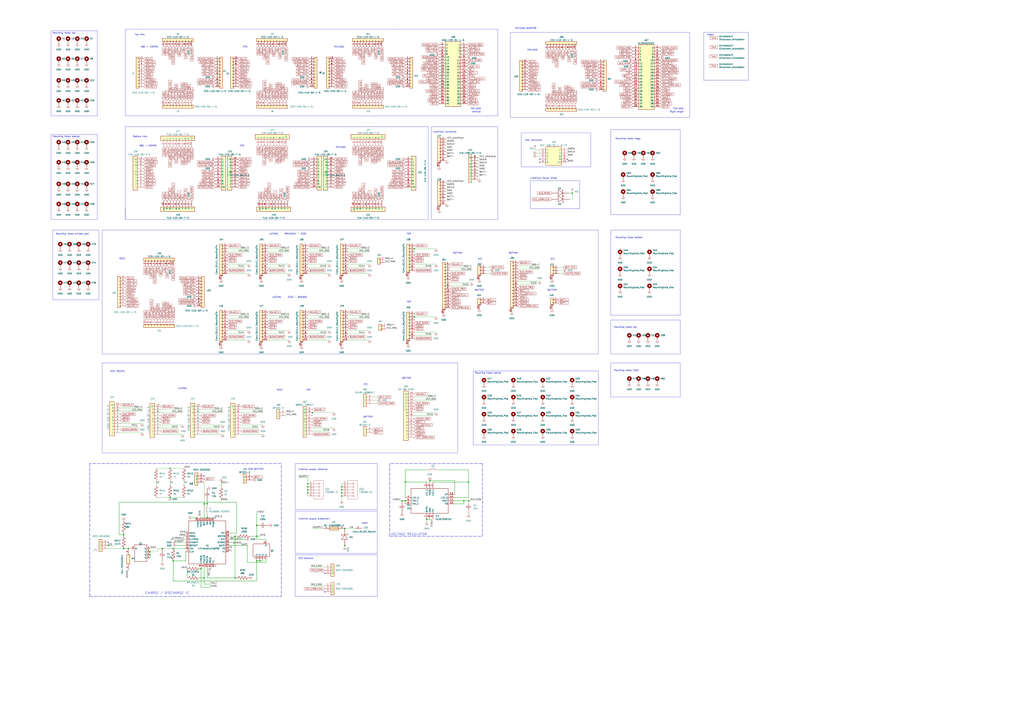
<source format=kicad_sch>
(kicad_sch (version 20230121) (generator eeschema)
  (paper "A1")
  (lib_symbols
    (symbol "-nsl_connector:CES-102-02"
      (property "Reference" "J" (at 0 3.81 0))
      (symbol "CES-102-02_1_1"
        (pin passive line (at -5.08 1.27 0) (length 3.81) (name "") (number "1"))
        (pin passive line (at -5.08 -1.27 0) (length 3.81) (name "") (number "2"))
      )
    )
    (symbol "-nsl_connector:Picoclasp03"
      (property "Reference" "J" (at 0 5.08 0))
      (property "Footprint" "-nsl_connector:Picoclasp03" (at 0 0 0))
      (symbol "Picoclasp03_1_1"
        (text "Mounting" (at 0 -4.191 0) (effects (font (size 0.381 0.381))))
        (pin passive line (at -5.08 2.54 0) (length 3.81) (name "") (number "1"))
        (pin passive line (at -5.08 0 0) (length 3.81) (name "") (number "2"))
        (pin passive line (at -5.08 -2.54 0) (length 3.81) (name "") (number "3"))
        (pin passive line (at 0 -7.62 90) (length 3.048) (name "") (number "MP"))
      )
    )
    (symbol "-nsl_passive:RBS1LAM40ATR_Schottky"
      (property "Reference" "D" (at 0 3.81 0))
      (symbol "RBS1LAM40ATR_Schottky_1_0"
        (pin passive line (at 7.62 0 180) (length 5.08) (name "1") (number "1"))
        (pin passive line (at -6.35 0 0) (length 5.08) (name "2") (number "2"))
      )
    )
    (symbol "-nsl_power:ISL9120IRTNZ"
      (property "Reference" "IC" (at 8.89 11.43 0))
      (symbol "ISL9120IRTNZ_1_0"
        (pin passive line (at 2.54 15.24 270) (length 5.08) (name "LX2_1") (number "1"))
        (pin passive line (at 20.32 -2.54 180) (length 5.08) (name "FB") (number "10"))
        (pin passive line (at 20.32 0 180) (length 5.08) (name "VOUT") (number "11"))
        (pin passive line (at 20.32 2.54 180) (length 5.08) (name "LX2_2") (number "12"))
        (pin passive line (at 20.32 5.08 180) (length 5.08) (name "EP") (number "13"))
        (pin passive line (at 0 15.24 270) (length 5.08) (name "PGND") (number "2"))
        (pin passive line (at -2.54 15.24 270) (length 5.08) (name "LX1_1") (number "3"))
        (pin passive line (at -20.32 2.54 0) (length 5.08) (name "LX1_2") (number "4"))
        (pin passive line (at -20.32 0 0) (length 5.08) (name "VIN_1") (number "5"))
        (pin passive line (at -20.32 -2.54 0) (length 5.08) (name "VIN_2") (number "6"))
        (pin passive line (at -2.54 -15.24 90) (length 5.08) (name "BYPS") (number "7"))
        (pin passive line (at 0 -15.24 90) (length 5.08) (name "GND") (number "8"))
        (pin passive line (at 2.54 -15.24 90) (length 5.08) (name "EN") (number "9"))
      )
    )
    (symbol "-nsl_power:SIR424DP"
      (property "Reference" "Q" (at 0 8.89 0))
      (symbol "SIR424DP_1_0"
        (pin passive line (at 7.62 -3.81 180) (length 2.54) (name "S") (number "1"))
        (pin passive line (at 7.62 -1.27 180) (length 2.54) (name "S") (number "2"))
        (pin passive line (at 7.62 1.27 180) (length 2.54) (name "S") (number "3"))
        (pin passive line (at 7.62 3.81 180) (length 2.54) (name "G") (number "4"))
        (pin passive line (at -7.62 3.81 0) (length 2.54) (name "D") (number "5"))
      )
    )
    (symbol "73099-2:73099-2" (pin_names (offset 0.254) hide)
      (property "Reference" "J" (at 8.89 6.35 0))
      (property "Value" "73099-2" (at 10.16 -5.08 0))
      (symbol "73099-2_1_1"
        (pin unspecified line (at 0 0 0) (length 5.08) (name "1") (number "1"))
        (pin unspecified line (at 0 -2.54 0) (length 5.08) (name "2") (number "2"))
        (pin unspecified line (at 0 -5.08 0) (length 5.08) (name "3") (number "3"))
        (pin unspecified line (at 0 -7.62 0) (length 5.08) (name "4") (number "4"))
        (pin unspecified line (at 0 -10.16 0) (length 5.08) (name "5") (number "5"))
      )
    )
    (symbol "Connector:Conn_01x01_Socket" (pin_names (offset 1.016) hide)
      (property "Reference" "J" (at 0 2.54 0))
      (property "Value" "Conn_01x01_Socket" (at 0 -2.54 0))
      (symbol "Conn_01x01_Socket_1_1"
        (pin passive line (at -5.08 0 0) (length 3.81) (name "Pin_1") (number "1"))
      )
    )
    (symbol "Connector_Generic:Conn_01x10" (pin_names (offset 1.016) hide)
      (property "Reference" "J" (at 0 12.7 0))
      (property "Value" "Conn_01x10" (at 0 -15.24 0))
      (symbol "Conn_01x10_1_1"
        (pin passive line (at -5.08 10.16 0) (length 3.81) (name "Pin_1") (number "1"))
        (pin passive line (at -5.08 -12.7 0) (length 3.81) (name "Pin_10") (number "10"))
        (pin passive line (at -5.08 7.62 0) (length 3.81) (name "Pin_2") (number "2"))
        (pin passive line (at -5.08 5.08 0) (length 3.81) (name "Pin_3") (number "3"))
        (pin passive line (at -5.08 2.54 0) (length 3.81) (name "Pin_4") (number "4"))
        (pin passive line (at -5.08 0 0) (length 3.81) (name "Pin_5") (number "5"))
        (pin passive line (at -5.08 -2.54 0) (length 3.81) (name "Pin_6") (number "6"))
        (pin passive line (at -5.08 -5.08 0) (length 3.81) (name "Pin_7") (number "7"))
        (pin passive line (at -5.08 -7.62 0) (length 3.81) (name "Pin_8") (number "8"))
        (pin passive line (at -5.08 -10.16 0) (length 3.81) (name "Pin_9") (number "9"))
      )
    )
    (symbol "Connector_Generic_MountingPin:Conn_01x02_MountingPin" (pin_names (offset 1.016) hide)
      (property "Reference" "J" (at 0 2.54 0))
      (property "Value" "Conn_01x02_MountingPin" (at 1.27 -5.08 0))
      (symbol "Conn_01x02_MountingPin_1_1"
        (text "Mounting" (at 0 -4.191 0) (effects (font (size 0.381 0.381))))
        (pin passive line (at -5.08 0 0) (length 3.81) (name "Pin_1") (number "1"))
        (pin passive line (at -5.08 -2.54 0) (length 3.81) (name "Pin_2") (number "2"))
        (pin passive line (at 0 -7.62 90) (length 3.048) (name "MountPin") (number "MP"))
      )
    )
    (symbol "Connector_Generic_MountingPin:Conn_01x08_MountingPin" (pin_names (offset 1.016) hide)
      (property "Reference" "J" (at 0 10.16 0))
      (property "Value" "Conn_01x08_MountingPin" (at 1.27 -12.7 0))
      (symbol "Conn_01x08_MountingPin_1_1"
        (text "Mounting" (at 0 -11.811 0) (effects (font (size 0.381 0.381))))
        (pin passive line (at -5.08 7.62 0) (length 3.81) (name "Pin_1") (number "1"))
        (pin passive line (at -5.08 5.08 0) (length 3.81) (name "Pin_2") (number "2"))
        (pin passive line (at -5.08 2.54 0) (length 3.81) (name "Pin_3") (number "3"))
        (pin passive line (at -5.08 0 0) (length 3.81) (name "Pin_4") (number "4"))
        (pin passive line (at -5.08 -2.54 0) (length 3.81) (name "Pin_5") (number "5"))
        (pin passive line (at -5.08 -5.08 0) (length 3.81) (name "Pin_6") (number "6"))
        (pin passive line (at -5.08 -7.62 0) (length 3.81) (name "Pin_7") (number "7"))
        (pin passive line (at -5.08 -10.16 0) (length 3.81) (name "Pin_8") (number "8"))
        (pin passive line (at 0 -15.24 90) (length 3.048) (name "MountPin") (number "MP"))
      )
    )
    (symbol "Connector_Generic_MountingPin:Conn_01x09_MountingPin" (pin_names (offset 1.016) hide)
      (property "Reference" "J" (at 0 12.7 0))
      (property "Value" "Conn_01x09_MountingPin" (at 1.27 -12.7 0))
      (symbol "Conn_01x09_MountingPin_1_1"
        (text "Mounting" (at 0 -11.811 0) (effects (font (size 0.381 0.381))))
        (pin passive line (at -5.08 10.16 0) (length 3.81) (name "Pin_1") (number "1"))
        (pin passive line (at -5.08 7.62 0) (length 3.81) (name "Pin_2") (number "2"))
        (pin passive line (at -5.08 5.08 0) (length 3.81) (name "Pin_3") (number "3"))
        (pin passive line (at -5.08 2.54 0) (length 3.81) (name "Pin_4") (number "4"))
        (pin passive line (at -5.08 0 0) (length 3.81) (name "Pin_5") (number "5"))
        (pin passive line (at -5.08 -2.54 0) (length 3.81) (name "Pin_6") (number "6"))
        (pin passive line (at -5.08 -5.08 0) (length 3.81) (name "Pin_7") (number "7"))
        (pin passive line (at -5.08 -7.62 0) (length 3.81) (name "Pin_8") (number "8"))
        (pin passive line (at -5.08 -10.16 0) (length 3.81) (name "Pin_9") (number "9"))
        (pin passive line (at 0 -15.24 90) (length 3.048) (name "MountPin") (number "MP"))
      )
    )
    (symbol "Connector_Generic_MountingPin:Conn_01x10_MountingPin" (pin_names (offset 1.016) hide)
      (property "Reference" "J" (at 0 12.7 0))
      (property "Value" "Conn_01x10_MountingPin" (at 1.27 -15.24 0))
      (symbol "Conn_01x10_MountingPin_1_1"
        (text "Mounting" (at 0 -14.351 0) (effects (font (size 0.381 0.381))))
        (pin passive line (at -5.08 10.16 0) (length 3.81) (name "Pin_1") (number "1"))
        (pin passive line (at -5.08 -12.7 0) (length 3.81) (name "Pin_10") (number "10"))
        (pin passive line (at -5.08 7.62 0) (length 3.81) (name "Pin_2") (number "2"))
        (pin passive line (at -5.08 5.08 0) (length 3.81) (name "Pin_3") (number "3"))
        (pin passive line (at -5.08 2.54 0) (length 3.81) (name "Pin_4") (number "4"))
        (pin passive line (at -5.08 0 0) (length 3.81) (name "Pin_5") (number "5"))
        (pin passive line (at -5.08 -2.54 0) (length 3.81) (name "Pin_6") (number "6"))
        (pin passive line (at -5.08 -5.08 0) (length 3.81) (name "Pin_7") (number "7"))
        (pin passive line (at -5.08 -7.62 0) (length 3.81) (name "Pin_8") (number "8"))
        (pin passive line (at -5.08 -10.16 0) (length 3.81) (name "Pin_9") (number "9"))
        (pin passive line (at 0 -17.78 90) (length 3.048) (name "MountPin") (number "MP"))
      )
    )
    (symbol "Connector_Generic_MountingPin:Conn_01x15_MountingPin" (pin_names (offset 1.016) hide)
      (property "Reference" "J" (at 0 20.32 0))
      (property "Value" "Conn_01x15_MountingPin" (at 1.27 -20.32 0))
      (symbol "Conn_01x15_MountingPin_1_1"
        (text "Mounting" (at 0 -19.431 0) (effects (font (size 0.381 0.381))))
        (pin passive line (at -5.08 17.78 0) (length 3.81) (name "Pin_1") (number "1"))
        (pin passive line (at -5.08 -5.08 0) (length 3.81) (name "Pin_10") (number "10"))
        (pin passive line (at -5.08 -7.62 0) (length 3.81) (name "Pin_11") (number "11"))
        (pin passive line (at -5.08 -10.16 0) (length 3.81) (name "Pin_12") (number "12"))
        (pin passive line (at -5.08 -12.7 0) (length 3.81) (name "Pin_13") (number "13"))
        (pin passive line (at -5.08 -15.24 0) (length 3.81) (name "Pin_14") (number "14"))
        (pin passive line (at -5.08 -17.78 0) (length 3.81) (name "Pin_15") (number "15"))
        (pin passive line (at -5.08 15.24 0) (length 3.81) (name "Pin_2") (number "2"))
        (pin passive line (at -5.08 12.7 0) (length 3.81) (name "Pin_3") (number "3"))
        (pin passive line (at -5.08 10.16 0) (length 3.81) (name "Pin_4") (number "4"))
        (pin passive line (at -5.08 7.62 0) (length 3.81) (name "Pin_5") (number "5"))
        (pin passive line (at -5.08 5.08 0) (length 3.81) (name "Pin_6") (number "6"))
        (pin passive line (at -5.08 2.54 0) (length 3.81) (name "Pin_7") (number "7"))
        (pin passive line (at -5.08 0 0) (length 3.81) (name "Pin_8") (number "8"))
        (pin passive line (at -5.08 -2.54 0) (length 3.81) (name "Pin_9") (number "9"))
        (pin passive line (at 0 -22.86 90) (length 3.048) (name "MountPin") (number "MP"))
      )
    )
    (symbol "Device:L" (pin_numbers hide) (pin_names (offset 1.016) hide)
      (property "Reference" "L" (at -1.27 0 90))
      (property "Value" "L" (at 1.905 0 90))
      (symbol "L_1_1"
        (pin passive line (at 0 3.81 270) (length 1.27) (name "1") (number "1"))
        (pin passive line (at 0 -3.81 90) (length 1.27) (name "2") (number "2"))
      )
    )
    (symbol "GND_13" (power) (pin_names (offset 0))
      (property "Value" "GND_13" (at 0 -3.81 0))
      (symbol "GND_13_1_1"
        (pin power_in line (at 0 0 270) (length 0) hide (name "GND") (number "1"))
      )
    )
    (symbol "GND_7" (power) (pin_names (offset 0))
      (property "Value" "GND_7" (at 0 -3.81 0))
      (symbol "GND_7_1_1"
        (pin power_in line (at 0 0 270) (length 0) hide (name "GND") (number "1"))
      )
    )
    (symbol "Mechanical:MountingHole_Pad" (pin_numbers hide) (pin_names (offset 1.016) hide)
      (property "Reference" "H" (at 0 6.35 0))
      (property "Value" "MountingHole_Pad" (at 0 4.445 0))
      (symbol "MountingHole_Pad_1_1"
        (pin input line (at 0 -2.54 90) (length 2.54) (name "1") (number "1"))
      )
    )
    (symbol "PCB-EPS-altium-import:0_100u"
      (property "Value" "0_100u" (at 0 0 0))
      (symbol "0_100u_1_0"
        (pin passive line (at -5.08 0 0) (length 2.54) (name "1") (number "1"))
        (pin passive line (at 5.08 0 180) (length 2.54) (name "2") (number "2"))
      )
    )
    (symbol "PCB-EPS-altium-import:0_255k"
      (property "Value" "0_255k" (at 0 0 0))
      (symbol "0_255k_1_0"
        (pin passive line (at -5.08 0 0) (length 1.27) (name "1") (number "1"))
        (pin passive line (at 5.08 0 180) (length 1.27) (name "2") (number "2"))
      )
    )
    (symbol "PCB-EPS-altium-import:0_68k"
      (property "Value" "0_68k" (at 0 0 0))
      (symbol "0_68k_1_0"
        (pin passive line (at -5.08 0 0) (length 1.27) (name "1") (number "1"))
        (pin passive line (at 5.08 0 180) (length 1.27) (name "2") (number "2"))
      )
    )
    (symbol "PCB-EPS-altium-import:0_LTC4040EUFD#PBF"
      (property "Value" "0_LTC4040EUFD#PBF" (at 0 0 0))
      (symbol "0_LTC4040EUFD#PBF_1_0"
        (pin passive line (at -17.78 7.62 0) (length 2.54) (name "VSYS") (number "1"))
        (pin passive line (at 0 -20.32 90) (length 2.54) (name "RSTFB") (number "10"))
        (pin passive line (at 2.54 -20.32 90) (length 2.54) (name "RST#") (number "11"))
        (pin passive line (at 5.08 -20.32 90) (length 2.54) (name "F2") (number "12"))
        (pin passive line (at 17.78 -7.62 180) (length 2.54) (name "F1") (number "13"))
        (pin passive line (at 17.78 -5.08 180) (length 2.54) (name "F0") (number "14"))
        (pin passive line (at 17.78 -2.54 180) (length 2.54) (name "IGATE") (number "15"))
        (pin passive line (at 17.78 0 180) (length 2.54) (name "OVSNS") (number "16"))
        (pin passive line (at 17.78 2.54 180) (length 2.54) (name "NTC") (number "17"))
        (pin passive line (at 17.78 5.08 180) (length 2.54) (name "BSTFB") (number "18"))
        (pin passive line (at 17.78 7.62 180) (length 2.54) (name "PFI") (number "19"))
        (pin passive line (at -17.78 5.08 0) (length 2.54) (name "PROG") (number "2"))
        (pin passive line (at 5.08 20.32 270) (length 2.54) (name "PF0#") (number "20"))
        (pin passive line (at 2.54 20.32 270) (length 2.54) (name "SW") (number "21"))
        (pin passive line (at 0 20.32 270) (length 2.54) (name "SW") (number "22"))
        (pin passive line (at -2.54 20.32 270) (length 2.54) (name "BAT") (number "23"))
        (pin passive line (at -5.08 20.32 270) (length 2.54) (name "VSYS") (number "24"))
        (pin passive line (at -7.62 20.32 270) (length 2.54) (name "EPAD") (number "25"))
        (pin passive line (at -17.78 2.54 0) (length 2.54) (name "CLPROG") (number "3"))
        (pin passive line (at -17.78 0 0) (length 2.54) (name "CHGOFF") (number "4"))
        (pin passive line (at -17.78 -2.54 0) (length 2.54) (name "BSTOFF") (number "5"))
        (pin passive line (at -17.78 -5.08 0) (length 2.54) (name "VIN") (number "6"))
        (pin passive line (at -17.78 -7.62 0) (length 2.54) (name "CLN") (number "7"))
        (pin passive line (at -5.08 -20.32 90) (length 2.54) (name "CHRG#") (number "8"))
        (pin passive line (at -2.54 -20.32 90) (length 2.54) (name "FAULT#") (number "9"))
      )
    )
    (symbol "PCB-EPS-altium-import:1_10u"
      (property "Value" "1_10u" (at 0 0 0))
      (symbol "1_10u_1_0"
        (pin passive line (at 0 -5.08 90) (length 2.54) (name "1") (number "1"))
        (pin passive line (at 0 5.08 270) (length 2.54) (name "2") (number "2"))
      )
    )
    (symbol "PCB-EPS-altium-import:1_147k"
      (property "Value" "1_147k" (at 0 0 0))
      (symbol "1_147k_1_0"
        (pin passive line (at 0 -5.08 90) (length 1.27) (name "1") (number "1"))
        (pin passive line (at 0 5.08 270) (length 1.27) (name "2") (number "2"))
      )
    )
    (symbol "PCB-EPS-altium-import:1_14k"
      (property "Value" "1_14k" (at 0 0 0))
      (symbol "1_14k_1_0"
        (pin passive line (at 0 -5.08 90) (length 1.27) (name "1") (number "1"))
        (pin passive line (at 0 5.08 270) (length 1.27) (name "2") (number "2"))
      )
    )
    (symbol "PCB-EPS-altium-import:1_1k"
      (property "Value" "1_1k" (at 0 0 0))
      (symbol "1_1k_1_0"
        (pin passive line (at 0 -5.08 90) (length 1.27) (name "1") (number "1"))
        (pin passive line (at 0 5.08 270) (length 1.27) (name "2") (number "2"))
      )
    )
    (symbol "PCB-EPS-altium-import:1_2.2u"
      (property "Value" "1_2.2u" (at 0 0 0))
      (symbol "1_2.2u_1_0"
        (pin passive line (at 0 -5.08 90) (length 2.54) (name "1") (number "1"))
        (pin passive line (at 0 5.08 270) (length 2.54) (name "2") (number "2"))
      )
    )
    (symbol "PCB-EPS-altium-import:1_22u"
      (property "Value" "1_22u" (at 0 0 0))
      (symbol "1_22u_1_0"
        (pin passive line (at 0 -5.08 90) (length 2.54) (name "1") (number "1"))
        (pin passive line (at 0 5.08 270) (length 2.54) (name "2") (number "2"))
      )
    )
    (symbol "PCB-EPS-altium-import:1_68k"
      (property "Value" "1_68k" (at 0 0 0))
      (symbol "1_68k_1_0"
        (pin passive line (at 0 -5.08 90) (length 1.27) (name "1") (number "1"))
        (pin passive line (at 0 5.08 270) (length 1.27) (name "2") (number "2"))
      )
    )
    (symbol "PCB-EPS-altium-import:1_75m"
      (property "Value" "1_75m" (at 0 0 0))
      (symbol "1_75m_1_0"
        (pin passive line (at 0 -5.08 90) (length 1.27) (name "1") (number "1"))
        (pin passive line (at 0 5.08 270) (length 1.27) (name "2") (number "2"))
      )
    )
    (symbol "PCB-EPS-altium-import:2_5k"
      (property "Value" "2_5k" (at 0 0 0))
      (symbol "2_5k_1_0"
        (pin passive line (at 5.08 0 180) (length 1.27) (name "1") (number "1"))
        (pin passive line (at -5.08 0 0) (length 1.27) (name "2") (number "2"))
      )
    )
    (symbol "SamacSys_Parts:22-28-4153"
      (property "Reference" "J" (at 11.43 -15.24 0))
      (property "Value" "22-28-4153" (at 11.43 -17.78 0))
      (symbol "22-28-4153_1_1"
        (pin passive line (at 0 0 0) (length 5.08) (name "1") (number "1"))
        (pin passive line (at 0 -22.86 0) (length 5.08) (name "10") (number "10"))
        (pin passive line (at 0 -25.4 0) (length 5.08) (name "11") (number "11"))
        (pin passive line (at 0 -27.94 0) (length 5.08) (name "12") (number "12"))
        (pin passive line (at 0 -30.48 0) (length 5.08) (name "13") (number "13"))
        (pin passive line (at 0 -33.02 0) (length 5.08) (name "14") (number "14"))
        (pin passive line (at 0 -35.56 0) (length 5.08) (name "15") (number "15"))
        (pin passive line (at 0 -2.54 0) (length 5.08) (name "2") (number "2"))
        (pin passive line (at 0 -5.08 0) (length 5.08) (name "3") (number "3"))
        (pin passive line (at 0 -7.62 0) (length 5.08) (name "4") (number "4"))
        (pin passive line (at 0 -10.16 0) (length 5.08) (name "5") (number "5"))
        (pin passive line (at 0 -12.7 0) (length 5.08) (name "6") (number "6"))
        (pin passive line (at 0 -15.24 0) (length 5.08) (name "7") (number "7"))
        (pin passive line (at 0 -17.78 0) (length 5.08) (name "8") (number "8"))
        (pin passive line (at 0 -20.32 0) (length 5.08) (name "9") (number "9"))
      )
    )
    (symbol "SamacSys_Parts:54101-S0803LF"
      (property "Reference" "J" (at 16.51 7.62 0))
      (property "Value" "54101-S0803LF" (at 16.51 5.08 0))
      (symbol "54101-S0803LF_1_1"
        (pin passive line (at 0 0 0) (length 5.08) (name "1") (number "1"))
        (pin passive line (at 0 -2.54 0) (length 5.08) (name "2") (number "2"))
        (pin passive line (at 0 -5.08 0) (length 5.08) (name "3") (number "3"))
      )
    )
    (symbol "SamacSys_Parts:61304021021"
      (property "Reference" "J" (at 19.05 7.62 0))
      (property "Value" "61304021021" (at 19.05 5.08 0))
      (symbol "61304021021_1_1"
        (pin passive line (at 0 0 0) (length 5.08) (name "1") (number "1"))
        (pin passive line (at 22.86 -10.16 180) (length 5.08) (name "10") (number "10"))
        (pin passive line (at 0 -12.7 0) (length 5.08) (name "11") (number "11"))
        (pin passive line (at 22.86 -12.7 180) (length 5.08) (name "12") (number "12"))
        (pin passive line (at 0 -15.24 0) (length 5.08) (name "13") (number "13"))
        (pin passive line (at 22.86 -15.24 180) (length 5.08) (name "14") (number "14"))
        (pin passive line (at 0 -17.78 0) (length 5.08) (name "15") (number "15"))
        (pin passive line (at 22.86 -17.78 180) (length 5.08) (name "16") (number "16"))
        (pin passive line (at 0 -20.32 0) (length 5.08) (name "17") (number "17"))
        (pin passive line (at 22.86 -20.32 180) (length 5.08) (name "18") (number "18"))
        (pin passive line (at 0 -22.86 0) (length 5.08) (name "19") (number "19"))
        (pin passive line (at 22.86 0 180) (length 5.08) (name "2") (number "2"))
        (pin passive line (at 22.86 -22.86 180) (length 5.08) (name "20") (number "20"))
        (pin passive line (at 0 -25.4 0) (length 5.08) (name "21") (number "21"))
        (pin passive line (at 22.86 -25.4 180) (length 5.08) (name "22") (number "22"))
        (pin passive line (at 0 -27.94 0) (length 5.08) (name "23") (number "23"))
        (pin passive line (at 22.86 -27.94 180) (length 5.08) (name "24") (number "24"))
        (pin passive line (at 0 -30.48 0) (length 5.08) (name "25") (number "25"))
        (pin passive line (at 22.86 -30.48 180) (length 5.08) (name "26") (number "26"))
        (pin passive line (at 0 -33.02 0) (length 5.08) (name "27") (number "27"))
        (pin passive line (at 22.86 -33.02 180) (length 5.08) (name "28") (number "28"))
        (pin passive line (at 0 -35.56 0) (length 5.08) (name "29") (number "29"))
        (pin passive line (at 0 -2.54 0) (length 5.08) (name "3") (number "3"))
        (pin passive line (at 22.86 -35.56 180) (length 5.08) (name "30") (number "30"))
        (pin passive line (at 0 -38.1 0) (length 5.08) (name "31") (number "31"))
        (pin passive line (at 22.86 -38.1 180) (length 5.08) (name "32") (number "32"))
        (pin passive line (at 0 -40.64 0) (length 5.08) (name "33") (number "33"))
        (pin passive line (at 22.86 -40.64 180) (length 5.08) (name "34") (number "34"))
        (pin passive line (at 0 -43.18 0) (length 5.08) (name "35") (number "35"))
        (pin passive line (at 22.86 -43.18 180) (length 5.08) (name "36") (number "36"))
        (pin passive line (at 0 -45.72 0) (length 5.08) (name "37") (number "37"))
        (pin passive line (at 22.86 -45.72 180) (length 5.08) (name "38") (number "38"))
        (pin passive line (at 0 -48.26 0) (length 5.08) (name "39") (number "39"))
        (pin passive line (at 22.86 -2.54 180) (length 5.08) (name "4") (number "4"))
        (pin passive line (at 22.86 -48.26 180) (length 5.08) (name "40") (number "40"))
        (pin passive line (at 0 -5.08 0) (length 5.08) (name "5") (number "5"))
        (pin passive line (at 22.86 -5.08 180) (length 5.08) (name "6") (number "6"))
        (pin passive line (at 0 -7.62 0) (length 5.08) (name "7") (number "7"))
        (pin passive line (at 22.86 -7.62 180) (length 5.08) (name "8") (number "8"))
        (pin passive line (at 0 -10.16 0) (length 5.08) (name "9") (number "9"))
      )
    )
    (symbol "SamacSys_Parts:68001-109HLF"
      (property "Reference" "J" (at 16.51 7.62 0))
      (property "Value" "68001-109HLF" (at 16.51 5.08 0))
      (symbol "68001-109HLF_1_1"
        (pin passive line (at 0 0 0) (length 5.08) (name "1") (number "1"))
        (pin passive line (at 0 -2.54 0) (length 5.08) (name "2") (number "2"))
        (pin passive line (at 0 -5.08 0) (length 5.08) (name "3") (number "3"))
        (pin passive line (at 0 -7.62 0) (length 5.08) (name "4") (number "4"))
        (pin passive line (at 0 -10.16 0) (length 5.08) (name "5") (number "5"))
        (pin passive line (at 0 -12.7 0) (length 5.08) (name "6") (number "6"))
        (pin passive line (at 0 -15.24 0) (length 5.08) (name "7") (number "7"))
        (pin passive line (at 0 -17.78 0) (length 5.08) (name "8") (number "8"))
        (pin passive line (at 0 -20.32 0) (length 5.08) (name "9") (number "9"))
      )
    )
    (symbol "SamacSys_Parts:87224-2"
      (property "Reference" "J" (at 16.51 7.62 0))
      (property "Value" "87224-2" (at 16.51 5.08 0))
      (symbol "87224-2_1_1"
        (pin passive line (at 0 0 0) (length 5.08) (name "1") (number "1"))
        (pin passive line (at 0 -2.54 0) (length 5.08) (name "2") (number "2"))
      )
    )
    (symbol "SamacSys_Parts:ERJ-PA3F6201V" (pin_names hide)
      (property "Reference" "R" (at 13.97 6.35 0))
      (property "Value" "ERJ-PA3F6201V" (at 13.97 3.81 0))
      (symbol "ERJ-PA3F6201V_1_1"
        (pin passive line (at 0 0 0) (length 5.08) (name "1") (number "1"))
        (pin passive line (at 17.78 0 180) (length 5.08) (name "2") (number "2"))
      )
    )
    (symbol "SamacSys_Parts:HTSW-110-07-G-S"
      (property "Reference" "J" (at 16.51 7.62 0))
      (property "Value" "HTSW-110-07-G-S" (at 16.51 5.08 0))
      (symbol "HTSW-110-07-G-S_1_1"
        (pin passive line (at 0 0 0) (length 5.08) (name "1") (number "1"))
        (pin passive line (at 0 -22.86 0) (length 5.08) (name "10") (number "10"))
        (pin passive line (at 0 -2.54 0) (length 5.08) (name "2") (number "2"))
        (pin passive line (at 0 -5.08 0) (length 5.08) (name "3") (number "3"))
        (pin passive line (at 0 -7.62 0) (length 5.08) (name "4") (number "4"))
        (pin passive line (at 0 -10.16 0) (length 5.08) (name "5") (number "5"))
        (pin passive line (at 0 -12.7 0) (length 5.08) (name "6") (number "6"))
        (pin passive line (at 0 -15.24 0) (length 5.08) (name "7") (number "7"))
        (pin passive line (at 0 -17.78 0) (length 5.08) (name "8") (number "8"))
        (pin passive line (at 0 -20.32 0) (length 5.08) (name "9") (number "9"))
      )
    )
    (symbol "SamacSys_Parts:M22-2010305"
      (property "Reference" "J" (at 16.51 7.62 0))
      (property "Value" "M22-2010305" (at 16.51 5.08 0))
      (symbol "M22-2010305_1_1"
        (pin passive line (at 0 0 0) (length 5.08) (name "1") (number "1"))
        (pin passive line (at 0 -2.54 0) (length 5.08) (name "2") (number "2"))
        (pin passive line (at 0 -5.08 0) (length 5.08) (name "3") (number "3"))
      )
    )
    (symbol "SamacSys_Parts:SF-1206S080-2" (pin_names hide)
      (property "Reference" "F" (at 13.97 6.35 0))
      (property "Value" "SF-1206S080-2" (at 13.97 3.81 0))
      (symbol "SF-1206S080-2_1_1"
        (pin passive line (at 0 0 0) (length 5.08) (name "1") (number "1"))
        (pin passive line (at 17.78 0 180) (length 5.08) (name "2") (number "2"))
      )
    )
    (symbol "SamacSys_Parts:SHF-105-01-L-D-TH"
      (property "Reference" "J" (at 19.05 7.62 0))
      (property "Value" "SHF-105-01-L-D-TH" (at 19.05 5.08 0))
      (symbol "SHF-105-01-L-D-TH_1_1"
        (pin passive line (at 0 0 0) (length 5.08) (name "1") (number "1"))
        (pin passive line (at 22.86 -10.16 180) (length 5.08) (name "10") (number "10"))
        (pin passive line (at 22.86 0 180) (length 5.08) (name "2") (number "2"))
        (pin passive line (at 0 -2.54 0) (length 5.08) (name "3") (number "3"))
        (pin passive line (at 22.86 -2.54 180) (length 5.08) (name "4") (number "4"))
        (pin passive line (at 0 -5.08 0) (length 5.08) (name "5") (number "5"))
        (pin passive line (at 22.86 -5.08 180) (length 5.08) (name "6") (number "6"))
        (pin passive line (at 0 -7.62 0) (length 5.08) (name "7") (number "7"))
        (pin passive line (at 22.86 -7.62 180) (length 5.08) (name "8") (number "8"))
        (pin passive line (at 0 -10.16 0) (length 5.08) (name "9") (number "9"))
      )
    )
    (symbol "SamacSys_Parts:SSQ-120-01-L-D"
      (property "Reference" "J" (at 19.05 7.62 0))
      (property "Value" "SSQ-120-01-L-D" (at 19.05 5.08 0))
      (symbol "SSQ-120-01-L-D_1_1"
        (pin passive line (at 0 -48.26 0) (length 5.08) (name "1") (number "1"))
        (pin passive line (at 22.86 -38.1 180) (length 5.08) (name "10") (number "10"))
        (pin passive line (at 0 -35.56 0) (length 5.08) (name "11") (number "11"))
        (pin passive line (at 22.86 -35.56 180) (length 5.08) (name "12") (number "12"))
        (pin passive line (at 0 -33.02 0) (length 5.08) (name "13") (number "13"))
        (pin passive line (at 22.86 -33.02 180) (length 5.08) (name "14") (number "14"))
        (pin passive line (at 0 -30.48 0) (length 5.08) (name "15") (number "15"))
        (pin passive line (at 22.86 -30.48 180) (length 5.08) (name "16") (number "16"))
        (pin passive line (at 0 -27.94 0) (length 5.08) (name "17") (number "17"))
        (pin passive line (at 22.86 -27.94 180) (length 5.08) (name "18") (number "18"))
        (pin passive line (at 0 -25.4 0) (length 5.08) (name "19") (number "19"))
        (pin passive line (at 22.86 -48.26 180) (length 5.08) (name "2") (number "2"))
        (pin passive line (at 22.86 -25.4 180) (length 5.08) (name "20") (number "20"))
        (pin passive line (at 0 -22.86 0) (length 5.08) (name "21") (number "21"))
        (pin passive line (at 22.86 -22.86 180) (length 5.08) (name "22") (number "22"))
        (pin passive line (at 0 -20.32 0) (length 5.08) (name "23") (number "23"))
        (pin passive line (at 22.86 -20.32 180) (length 5.08) (name "24") (number "24"))
        (pin passive line (at 0 -17.78 0) (length 5.08) (name "25") (number "25"))
        (pin passive line (at 22.86 -17.78 180) (length 5.08) (name "26") (number "26"))
        (pin passive line (at 0 -15.24 0) (length 5.08) (name "27") (number "27"))
        (pin passive line (at 22.86 -15.24 180) (length 5.08) (name "28") (number "28"))
        (pin passive line (at 0 -12.7 0) (length 5.08) (name "29") (number "29"))
        (pin passive line (at 0 -45.72 0) (length 5.08) (name "3") (number "3"))
        (pin passive line (at 22.86 -12.7 180) (length 5.08) (name "30") (number "30"))
        (pin passive line (at 0 -10.16 0) (length 5.08) (name "31") (number "31"))
        (pin passive line (at 22.86 -10.16 180) (length 5.08) (name "32") (number "32"))
        (pin passive line (at 0 -7.62 0) (length 5.08) (name "33") (number "33"))
        (pin passive line (at 22.86 -7.62 180) (length 5.08) (name "34") (number "34"))
        (pin passive line (at 0 -5.08 0) (length 5.08) (name "35") (number "35"))
        (pin passive line (at 22.86 -5.08 180) (length 5.08) (name "36") (number "36"))
        (pin passive line (at 0 -2.54 0) (length 5.08) (name "37") (number "37"))
        (pin passive line (at 22.86 -2.54 180) (length 5.08) (name "38") (number "38"))
        (pin passive line (at 0 0 0) (length 5.08) (name "39") (number "39"))
        (pin passive line (at 22.86 -45.72 180) (length 5.08) (name "4") (number "4"))
        (pin passive line (at 22.86 0 180) (length 5.08) (name "40") (number "40"))
        (pin passive line (at 0 -43.18 0) (length 5.08) (name "5") (number "5"))
        (pin passive line (at 22.86 -43.18 180) (length 5.08) (name "6") (number "6"))
        (pin passive line (at 0 -40.64 0) (length 5.08) (name "7") (number "7"))
        (pin passive line (at 22.86 -40.64 180) (length 5.08) (name "8") (number "8"))
        (pin passive line (at 0 -38.1 0) (length 5.08) (name "9") (number "9"))
      )
    )
    (symbol "SamacSys_Parts:TLW-108-05-T-S"
      (property "Reference" "J" (at 16.51 7.62 0))
      (property "Value" "TLW-108-05-T-S" (at 16.51 5.08 0))
      (symbol "TLW-108-05-T-S_1_1"
        (pin passive line (at 0 0 0) (length 5.08) (name "1") (number "1"))
        (pin passive line (at 0 -2.54 0) (length 5.08) (name "2") (number "2"))
        (pin passive line (at 0 -5.08 0) (length 5.08) (name "3") (number "3"))
        (pin passive line (at 0 -7.62 0) (length 5.08) (name "4") (number "4"))
        (pin passive line (at 0 -10.16 0) (length 5.08) (name "5") (number "5"))
        (pin passive line (at 0 -12.7 0) (length 5.08) (name "6") (number "6"))
        (pin passive line (at 0 -15.24 0) (length 5.08) (name "7") (number "7"))
        (pin passive line (at 0 -17.78 0) (length 5.08) (name "8") (number "8"))
      )
    )
    (symbol "SamacSys_Parts:TLW-110-05-T-S"
      (property "Reference" "J" (at 16.51 7.62 0))
      (property "Value" "TLW-110-05-T-S" (at 16.51 5.08 0))
      (symbol "TLW-110-05-T-S_1_1"
        (pin passive line (at 0 0 0) (length 5.08) (name "1") (number "1"))
        (pin passive line (at 0 -22.86 0) (length 5.08) (name "10") (number "10"))
        (pin passive line (at 0 -2.54 0) (length 5.08) (name "2") (number "2"))
        (pin passive line (at 0 -5.08 0) (length 5.08) (name "3") (number "3"))
        (pin passive line (at 0 -7.62 0) (length 5.08) (name "4") (number "4"))
        (pin passive line (at 0 -10.16 0) (length 5.08) (name "5") (number "5"))
        (pin passive line (at 0 -12.7 0) (length 5.08) (name "6") (number "6"))
        (pin passive line (at 0 -15.24 0) (length 5.08) (name "7") (number "7"))
        (pin passive line (at 0 -17.78 0) (length 5.08) (name "8") (number "8"))
        (pin passive line (at 0 -20.32 0) (length 5.08) (name "9") (number "9"))
      )
    )
    (symbol "power:GND" (power) (pin_names (offset 0))
      (property "Value" "GND" (at 0 -3.81 0))
      (symbol "GND_1_1"
        (pin power_in line (at 0 0 270) (length 0) hide (name "GND") (number "1"))
      )
    )
    (symbol "power:VCC" (power) (pin_names (offset 0))
      (property "Value" "VCC" (at 0 3.81 0))
      (symbol "VCC_1_1"
        (pin power_in line (at 0 0 90) (length 0) hide (name "VCC") (number "1"))
      )
    )
    (symbol "symbols-nsl:Silkscreen_Annotation"
      (property "Reference" "Annotation" (at 3.81 0 0))
      (property "Value" "Silkscreen_Annotation" (at 8.89 2.54 0))
      (symbol "Silkscreen_Annotation_0_0"
        (text "Text" (at 1.905 5.715 0) (effects (font (size 1.27 1.27))))
      )
    )
  )
  (junction (at 142.24 450.85))
  (junction (at 193.04 440.69))
  (junction (at 123.19 453.39))
  (junction (at 167.64 414.02))
  (junction (at 283.21 434.34))
  (junction (at 332.74 411.48))
  (junction (at 123.19 455.93))
  (junction (at 350.52 426.72))
  (junction (at 139.7 408.94))
  (junction (at 283.21 448.31))
  (junction (at 142.24 461.01))
  (junction (at 213.36 461.01))
  (junction (at 280.67 407.67))
  (junction (at 252.73 397.51))
  (junction (at 256.54 339.09))
  (junction (at 88.9 448.31))
  (junction (at 384.81 411.48))
  (junction (at 280.67 400.05))
  (junction (at 280.67 405.13))
  (junction (at 280.67 402.59))
  (junction (at 384.81 396.24))
  (junction (at 133.35 450.85))
  (junction (at 165.1 467.36))
  (junction (at 139.7 384.81))
  (junction (at 353.06 394.97))
  (junction (at 210.82 461.01))
  (junction (at 167.64 474.98))
  (junction (at 170.18 414.02))
  (junction (at 252.73 402.59))
  (junction (at 210.82 431.8))
  (junction (at 469.9 158.75))
  (junction (at 210.82 440.69))
  (junction (at 332.74 396.24))
  (junction (at 193.04 474.98))
  (junction (at 105.41 450.85))
  (junction (at 252.73 405.13))
  (junction (at 340.36 204.47))
  (junction (at 101.6 450.85))
  (junction (at 170.18 425.45))
  (junction (at 252.73 400.05))
  (junction (at 340.36 260.35))
  (junction (at 381 411.48))
  (junction (at 330.2 411.48))
  (junction (at 101.6 439.42))
  (no_connect (at 266.7 486.41))
  (no_connect (at 88.9 445.77))
  (no_connect (at 176.53 425.45))
  (no_connect (at 167.64 391.16))
  (no_connect (at 443.23 130.81))
  (no_connect (at 466.09 130.81))
  (no_connect (at 443.23 133.35))
  (no_connect (at 266.7 471.17))
  (no_connect (at 140.97 443.23))
  (no_connect (at 172.72 467.36))
  (wire (pts (xy 194.31 474.98) (xy 193.04 474.98)) (stroke (width 0.254)))
  (wire (pts (xy 387.35 232.41) (xy 369.57 232.41)))
  (wire (pts (xy 358.14 273.05) (xy 340.36 273.05)))
  (wire (pts (xy 267.97 219.71) (xy 252.73 219.71)))
  (polyline (pts (xy 231.14 381) (xy 73.66 381)) (stroke (width 0.254) (type dash)))
  (polyline (pts (xy 83.82 298.45) (xy 83.82 372.11)))
  (wire (pts (xy 215.9 349.25) (xy 198.12 349.25)))
  (polyline (pts (xy 41.91 95.25) (xy 80.01 95.25)))
  (wire (pts (xy 182.88 356.87) (xy 165.1 356.87)))
  (polyline (pts (xy 408.94 104.14) (xy 354.33 104.14)))
  (wire (pts (xy 340.36 328.93) (xy 358.14 328.93)))
  (wire (pts (xy 165.1 482.6) (xy 165.1 467.36)) (stroke (width 0.254)))
  (wire (pts (xy 198.12 336.55) (xy 215.9 336.55)))
  (polyline (pts (xy 566.42 26.67) (xy 419.1 26.67)))
  (polyline (pts (xy 83.82 189.23) (xy 83.82 290.83)))
  (wire (pts (xy 462.28 224.79) (xy 458.47 224.79)))
  (wire (pts (xy 210.82 440.69) (xy 213.36 440.69)) (stroke (width 0.254)))
  (wire (pts (xy 285.75 259.08) (xy 303.53 259.08)))
  (wire (pts (xy 467.36 158.75) (xy 469.9 158.75)))
  (wire (pts (xy 280.67 405.13) (xy 280.67 407.67)))
  (wire (pts (xy 280.67 397.51) (xy 280.67 400.05)))
  (wire (pts (xy 200.66 219.71) (xy 186.69 219.71)))
  (wire (pts (xy 373.38 394.97) (xy 373.38 406.4)) (stroke (width 0.254)))
  (wire (pts (xy 283.21 434.34) (xy 292.1 434.34)))
  (wire (pts (xy 285.75 261.62) (xy 303.53 261.62)))
  (wire (pts (xy 358.14 204.47) (xy 340.36 204.47)))
  (wire (pts (xy 165.1 467.36) (xy 165.1 466.09)) (stroke (width 0.254)))
  (wire (pts (xy 204.47 261.62) (xy 186.69 261.62)))
  (wire (pts (xy 355.6 396.24) (xy 384.81 396.24)) (stroke (width 0.254)))
  (wire (pts (xy 182.88 349.25) (xy 165.1 349.25)))
  (wire (pts (xy 393.7 147.32) (xy 392.43 147.32)))
  (wire (pts (xy 218.44 462.28) (xy 203.2 462.28)) (stroke (width 0.254)))
  (wire (pts (xy 233.68 219.71) (xy 219.71 219.71)))
  (wire (pts (xy 139.7 384.81) (xy 151.13 384.81)))
  (wire (pts (xy 367.03 152.4) (xy 365.76 152.4)))
  (wire (pts (xy 170.18 425.45) (xy 172.72 425.45)) (stroke (width 0.254)))
  (polyline (pts (xy 102.87 82.55) (xy 102.87 95.25)))
  (wire (pts (xy 213.36 461.01) (xy 210.82 461.01)) (stroke (width 0.254)))
  (wire (pts (xy 270.51 217.17) (xy 252.73 217.17)))
  (polyline (pts (xy 102.87 24.13) (xy 323.85 24.13)))
  (polyline (pts (xy 309.88 454.66) (xy 309.88 420.37)))
  (wire (pts (xy 167.64 396.24) (xy 167.64 414.02)))
  (wire (pts (xy 393.7 132.08) (xy 392.43 132.08)))
  (wire (pts (xy 303.53 279.4) (xy 285.75 279.4)))
  (wire (pts (xy 219.71 279.4) (xy 237.49 279.4)))
  (wire (pts (xy 193.04 474.98) (xy 193.04 440.69)) (stroke (width 0.254)))
  (polyline (pts (xy 41.91 110.49) (xy 41.91 180.34)))
  (wire (pts (xy 384.81 386.08) (xy 384.81 396.24)) (stroke (width 0.254)))
  (wire (pts (xy 237.49 271.78) (xy 219.71 271.78)))
  (wire (pts (xy 384.81 234.95) (xy 369.57 234.95)))
  (wire (pts (xy 358.14 260.35) (xy 340.36 260.35)))
  (wire (pts (xy 367.03 154.94) (xy 365.76 154.94)))
  (polyline (pts (xy 396.24 381) (xy 320.04 381)) (stroke (width 0.254) (type dash)))
  (polyline (pts (xy 83.82 298.45) (xy 375.92 298.45)))
  (wire (pts (xy 133.35 462.28) (xy 133.35 461.01)))
  (polyline (pts (xy 485.14 137.16) (xy 485.14 109.22)))
  (polyline (pts (xy 83.82 189.23) (xy 491.49 189.23)))
  (wire (pts (xy 129.54 453.39) (xy 129.54 450.85)))
  (wire (pts (xy 332.74 386.08) (xy 332.74 396.24)) (stroke (width 0.254)))
  (wire (pts (xy 252.73 392.43) (xy 252.73 397.51)))
  (polyline (pts (xy 491.49 304.8) (xy 491.49 365.76)))
  (polyline (pts (xy 419.1 96.52) (xy 419.1 26.67)))
  (wire (pts (xy 233.68 274.32) (xy 219.71 274.32)))
  (wire (pts (xy 212.09 351.79) (xy 198.12 351.79)))
  (wire (pts (xy 270.51 354.33) (xy 256.54 354.33)))
  (wire (pts (xy 101.6 440.69) (xy 101.6 439.42)) (stroke (width 0.254)))
  (polyline (pts (xy 41.91 25.4) (xy 41.91 95.25)))
  (wire (pts (xy 425.45 218.44) (xy 443.23 218.44)))
  (polyline (pts (xy 427.99 137.16) (xy 427.99 109.22)))
  (polyline (pts (xy 558.8 176.53) (xy 558.8 106.68)))
  (polyline (pts (xy 41.91 25.4) (xy 80.01 25.4)))
  (polyline (pts (xy 309.88 455.93) (xy 242.57 455.93)))
  (wire (pts (xy 467.36 163.83) (xy 469.9 163.83)))
  (wire (pts (xy 187.96 443.23) (xy 201.93 443.23)) (stroke (width 0.254)))
  (wire (pts (xy 151.13 394.97) (xy 151.13 398.78)))
  (wire (pts (xy 203.2 448.31) (xy 187.96 448.31)) (stroke (width 0.254)))
  (polyline (pts (xy 242.57 454.66) (xy 242.57 420.37)))
  (polyline (pts (xy 113.03 180.34) (xy 351.79 180.34)))
  (wire (pts (xy 252.73 402.59) (xy 252.73 405.13)))
  (wire (pts (xy 439.42 121.92) (xy 439.42 123.19)))
  (wire (pts (xy 274.32 351.79) (xy 256.54 351.79)))
  (wire (pts (xy 170.18 415.29) (xy 170.18 414.02)))
  (wire (pts (xy 270.51 279.4) (xy 252.73 279.4)))
  (wire (pts (xy 328.93 411.48) (xy 330.2 411.48)) (stroke (width 0.254)))
  (wire (pts (xy 361.95 386.08) (xy 384.81 386.08)) (stroke (width 0.254)))
  (wire (pts (xy 170.18 422.91) (xy 170.18 425.45)) (stroke (width 0.254)))
  (wire (pts (xy 87.63 448.31) (xy 88.9 448.31)))
  (wire (pts (xy 144.78 445.77) (xy 152.4 445.77)))
  (wire (pts (xy 194.31 412.75) (xy 194.31 438.15)) (stroke (width 0.254)))
  (polyline (pts (xy 167.64 104.14) (xy 351.79 104.14)))
  (polyline (pts (xy 501.65 259.08) (xy 501.65 189.23)))
  (wire (pts (xy 369.57 222.25) (xy 387.35 222.25)))
  (wire (pts (xy 167.64 474.98) (xy 167.64 466.09)) (stroke (width 0.254)))
  (wire (pts (xy 386.08 411.48) (xy 384.81 411.48)) (stroke (width 0.254)))
  (wire (pts (xy 99.06 335.28) (xy 116.84 335.28)))
  (wire (pts (xy 299.72 274.32) (xy 285.75 274.32)))
  (polyline (pts (xy 408.94 95.25) (xy 408.94 24.13)))
  (wire (pts (xy 332.74 396.24) (xy 332.74 408.94)) (stroke (width 0.254)))
  (wire (pts (xy 367.03 127) (xy 365.76 127)))
  (wire (pts (xy 128.27 394.97) (xy 128.27 398.78)))
  (wire (pts (xy 381 414.02) (xy 381 411.48)) (stroke (width 0.254)))
  (wire (pts (xy 367.03 132.08) (xy 365.76 132.08)))
  (wire (pts (xy 203.2 462.28) (xy 203.2 448.31)) (stroke (width 0.254)))
  (wire (pts (xy 123.19 453.39) (xy 129.54 453.39)))
  (polyline (pts (xy 309.88 490.22) (xy 242.57 490.22)))
  (wire (pts (xy 462.28 219.71) (xy 458.47 219.71)))
  (wire (pts (xy 283.21 445.77) (xy 283.21 448.31)))
  (polyline (pts (xy 102.87 180.34) (xy 113.03 180.34)))
  (polyline (pts (xy 320.04 440.69) (xy 320.04 381)) (stroke (width 0.254) (type dash)))
  (wire (pts (xy 350.52 426.72) (xy 350.52 429.26)) (stroke (width 0.254)))
  (polyline (pts (xy 435.61 148.59) (xy 435.61 171.45)))
  (wire (pts (xy 367.03 167.64) (xy 365.76 167.64)))
  (polyline (pts (xy 408.94 180.34) (xy 408.94 104.14)))
  (wire (pts (xy 198.12 339.09) (xy 215.9 339.09)))
  (wire (pts (xy 194.31 438.15) (xy 187.96 438.15)) (stroke (width 0.254)))
  (wire (pts (xy 215.9 461.01) (xy 213.36 461.01)) (stroke (width 0.254)))
  (wire (pts (xy 195.58 440.69) (xy 193.04 440.69)) (stroke (width 0.254)))
  (wire (pts (xy 332.74 396.24) (xy 350.52 396.24)) (stroke (width 0.254)))
  (polyline (pts (xy 388.62 304.8) (xy 388.62 365.76)))
  (wire (pts (xy 354.33 219.71) (xy 340.36 219.71)))
  (polyline (pts (xy 351.79 121.92) (xy 351.79 180.34)))
  (wire (pts (xy 303.53 271.78) (xy 285.75 271.78)))
  (wire (pts (xy 367.03 129.54) (xy 365.76 129.54)))
  (wire (pts (xy 255.27 481.33) (xy 266.7 481.33)))
  (polyline (pts (xy 501.65 176.53) (xy 501.65 106.68)))
  (wire (pts (xy 285.75 204.47) (xy 303.53 204.47)))
  (polyline (pts (xy 102.87 24.13) (xy 102.87 25.4)))
  (wire (pts (xy 274.32 339.09) (xy 256.54 339.09)))
  (wire (pts (xy 129.54 450.85) (xy 133.35 450.85)))
  (wire (pts (xy 354.33 275.59) (xy 340.36 275.59)))
  (wire (pts (xy 309.88 326.39) (xy 306.07 326.39)))
  (wire (pts (xy 101.6 450.85) (xy 105.41 450.85)) (stroke (width 0.254)))
  (polyline (pts (xy 73.66 490.22) (xy 73.66 381)) (stroke (width 0.254) (type dash)))
  (polyline (pts (xy 81.28 246.38) (xy 81.28 189.23)))
  (wire (pts (xy 367.03 124.46) (xy 365.76 124.46)))
  (wire (pts (xy 252.73 207.01) (xy 270.51 207.01)))
  (polyline (pts (xy 558.8 259.08) (xy 558.8 189.23)))
  (polyline (pts (xy 309.88 490.22) (xy 309.88 455.93)))
  (wire (pts (xy 153.67 467.36) (xy 153.67 474.98)) (stroke (width 0.254)))
  (polyline (pts (xy 114.3 104.14) (xy 102.87 104.14)))
  (wire (pts (xy 367.03 149.86) (xy 365.76 149.86)))
  (wire (pts (xy 204.47 217.17) (xy 186.69 217.17)))
  (wire (pts (xy 359.41 386.08) (xy 361.95 386.08)))
  (wire (pts (xy 367.03 114.3) (xy 365.76 114.3)))
  (wire (pts (xy 393.7 129.54) (xy 392.43 129.54)))
  (wire (pts (xy 443.23 231.14) (xy 425.45 231.14)))
  (polyline (pts (xy 408.94 180.34) (xy 354.33 180.34)))
  (wire (pts (xy 252.73 397.51) (xy 252.73 400.05)))
  (wire (pts (xy 270.51 224.79) (xy 252.73 224.79)))
  (wire (pts (xy 358.14 339.09) (xy 340.36 339.09)))
  (wire (pts (xy 88.9 448.31) (xy 93.98 448.31)))
  (wire (pts (xy 101.6 439.42) (xy 101.6 438.15)) (stroke (width 0.254)))
  (wire (pts (xy 219.71 207.01) (xy 237.49 207.01)))
  (wire (pts (xy 181.61 396.24) (xy 181.61 400.05)) (stroke (width 0.254)))
  (wire (pts (xy 393.7 142.24) (xy 392.43 142.24)))
  (wire (pts (xy 469.9 163.83) (xy 469.9 158.75)))
  (wire (pts (xy 88.9 450.85) (xy 101.6 450.85)))
  (wire (pts (xy 303.53 217.17) (xy 285.75 217.17)))
  (wire (pts (xy 440.69 233.68) (xy 425.45 233.68)))
  (wire (pts (xy 402.59 219.71) (xy 398.78 219.71)))
  (wire (pts (xy 167.64 480.06) (xy 167.64 474.98)) (stroke (width 0.254)))
  (wire (pts (xy 123.19 453.39) (xy 123.19 455.93)))
  (wire (pts (xy 116.84 347.98) (xy 99.06 347.98)))
  (wire (pts (xy 213.36 459.74) (xy 213.36 461.01)) (stroke (width 0.254)))
  (wire (pts (xy 132.08 356.87) (xy 149.86 356.87)))
  (wire (pts (xy 350.52 426.72) (xy 353.06 426.72)) (stroke (width 0.254)))
  (wire (pts (xy 280.67 402.59) (xy 280.67 405.13)))
  (polyline (pts (xy 614.68 66.04) (xy 577.85 66.04)))
  (wire (pts (xy 205.74 440.69) (xy 210.82 440.69)) (stroke (width 0.254)))
  (wire (pts (xy 204.47 271.78) (xy 186.69 271.78)))
  (polyline (pts (xy 408.94 24.13) (xy 323.85 24.13)))
  (polyline (pts (xy 501.65 326.39) (xy 501.65 298.45)))
  (polyline (pts (xy 73.66 490.22) (xy 231.14 490.22)) (stroke (width 0.254) (type dash)))
  (wire (pts (xy 113.03 350.52) (xy 99.06 350.52)))
  (wire (pts (xy 283.21 448.31) (xy 283.21 449.58)))
  (polyline (pts (xy 309.88 454.66) (xy 242.57 454.66)))
  (wire (pts (xy 393.7 137.16) (xy 392.43 137.16)))
  (wire (pts (xy 367.03 160.02) (xy 365.76 160.02)))
  (wire (pts (xy 170.18 466.09) (xy 170.18 474.98)) (stroke (width 0.254)))
  (wire (pts (xy 237.49 217.17) (xy 219.71 217.17)))
  (wire (pts (xy 210.82 421.64) (xy 210.82 431.8)) (stroke (width 0.254)))
  (wire (pts (xy 142.24 461.01) (xy 152.4 461.01)) (stroke (width 0.254)))
  (wire (pts (xy 186.69 259.08) (xy 204.47 259.08)))
  (polyline (pts (xy 43.18 189.23) (xy 81.28 189.23)))
  (wire (pts (xy 219.71 224.79) (xy 237.49 224.79)))
  (wire (pts (xy 303.53 224.79) (xy 285.75 224.79)))
  (wire (pts (xy 351.79 386.08) (xy 332.74 386.08)) (stroke (width 0.254)))
  (wire (pts (xy 245.11 392.43) (xy 252.73 392.43)))
  (polyline (pts (xy 320.04 440.69) (xy 396.24 440.69)) (stroke (width 0.254) (type dash)))
  (wire (pts (xy 393.7 144.78) (xy 392.43 144.78)))
  (wire (pts (xy 393.7 139.7) (xy 392.43 139.7)))
  (wire (pts (xy 186.69 204.47) (xy 204.47 204.47)))
  (wire (pts (xy 358.14 217.17) (xy 340.36 217.17)))
  (wire (pts (xy 172.72 480.06) (xy 167.64 480.06)) (stroke (width 0.254)))
  (wire (pts (xy 176.53 425.45) (xy 175.26 425.45)) (stroke (width 0.254)))
  (wire (pts (xy 384.81 396.24) (xy 384.81 408.94)) (stroke (width 0.254)))
  (wire (pts (xy 215.9 459.74) (xy 215.9 461.01)) (stroke (width 0.254)))
  (wire (pts (xy 469.9 157.48) (xy 469.9 158.75)))
  (wire (pts (xy 309.88 328.93) (xy 306.07 328.93)))
  (wire (pts (xy 367.03 157.48) (xy 365.76 157.48)))
  (polyline (pts (xy 351.79 104.14) (xy 351.79 121.92)))
  (polyline (pts (xy 102.87 95.25) (xy 408.94 95.25)))
  (polyline (pts (xy 558.8 290.83) (xy 501.65 290.83)))
  (wire (pts (xy 252.73 204.47) (xy 270.51 204.47)))
  (wire (pts (xy 215.9 356.87) (xy 198.12 356.87)))
  (wire (pts (xy 256.54 339.09) (xy 256.54 341.63)))
  (polyline (pts (xy 435.61 148.59) (xy 476.25 148.59)))
  (wire (pts (xy 267.97 274.32) (xy 252.73 274.32)))
  (wire (pts (xy 167.64 414.02) (xy 170.18 414.02)) (stroke (width 0.254)))
  (wire (pts (xy 373.38 411.48) (xy 381 411.48)) (stroke (width 0.254)))
  (wire (pts (xy 255.27 466.09) (xy 266.7 466.09)))
  (wire (pts (xy 280.67 400.05) (xy 280.67 402.59)))
  (polyline (pts (xy 41.91 180.34) (xy 80.01 180.34)))
  (polyline (pts (xy 558.8 326.39) (xy 558.8 298.45)))
  (wire (pts (xy 101.6 439.42) (xy 97.79 439.42)) (stroke (width 0.254)))
  (wire (pts (xy 97.79 412.75) (xy 194.31 412.75)) (stroke (width 0.254)))
  (wire (pts (xy 181.61 411.48) (xy 181.61 410.21)) (stroke (width 0.254)))
  (polyline (pts (xy 491.49 189.23) (xy 491.49 290.83)))
  (polyline (pts (xy 83.82 372.11) (xy 375.92 372.11)))
  (wire (pts (xy 167.64 425.45) (xy 167.64 414.02)) (stroke (width 0.254)))
  (wire (pts (xy 340.36 204.47) (xy 340.36 207.01)))
  (wire (pts (xy 373.38 408.94) (xy 384.81 408.94)) (stroke (width 0.254)))
  (wire (pts (xy 210.82 431.8) (xy 210.82 440.69)) (stroke (width 0.254)))
  (polyline (pts (xy 309.88 419.1) (xy 309.88 381)))
  (wire (pts (xy 283.21 434.34) (xy 283.21 435.61)))
  (wire (pts (xy 219.71 204.47) (xy 237.49 204.47)))
  (wire (pts (xy 373.38 414.02) (xy 381 414.02)) (stroke (width 0.254)))
  (wire (pts (xy 180.34 351.79) (xy 165.1 351.79)))
  (wire (pts (xy 149.86 349.25) (xy 132.08 349.25)))
  (wire (pts (xy 367.03 165.1) (xy 365.76 165.1)))
  (polyline (pts (xy 388.62 304.8) (xy 491.49 304.8)))
  (polyline (pts (xy 354.33 180.34) (xy 354.33 104.14)))
  (wire (pts (xy 116.84 355.6) (xy 99.06 355.6)))
  (wire (pts (xy 133.35 450.85) (xy 142.24 450.85)))
  (polyline (pts (xy 558.8 106.68) (xy 501.65 106.68)))
  (wire (pts (xy 128.27 408.94) (xy 139.7 408.94)))
  (wire (pts (xy 189.23 443.23) (xy 200.66 443.23)))
  (wire (pts (xy 218.44 459.74) (xy 218.44 462.28)) (stroke (width 0.254)))
  (wire (pts (xy 402.59 222.25) (xy 398.78 222.25)))
  (wire (pts (xy 165.1 424.18) (xy 165.1 425.45)) (stroke (width 0.254)))
  (wire (pts (xy 139.7 394.97) (xy 139.7 398.78)))
  (wire (pts (xy 162.56 425.45) (xy 157.48 425.45)) (stroke (width 0.254)))
  (wire (pts (xy 219.71 261.62) (xy 237.49 261.62)))
  (wire (pts (xy 163.83 474.98) (xy 167.64 474.98)) (stroke (width 0.254)))
  (polyline (pts (xy 577.85 26.67) (xy 614.68 26.67)))
  (polyline (pts (xy 83.82 290.83) (xy 491.49 290.83)))
  (polyline (pts (xy 102.87 104.14) (xy 102.87 180.34)))
  (wire (pts (xy 353.06 394.97) (xy 353.06 396.24)) (stroke (width 0.254)))
  (polyline (pts (xy 566.42 96.52) (xy 419.1 96.52)))
  (polyline (pts (xy 558.8 326.39) (xy 501.65 326.39)))
  (wire (pts (xy 116.84 337.82) (xy 99.06 337.82)))
  (polyline (pts (xy 242.57 490.22) (xy 242.57 455.93)))
  (wire (pts (xy 373.38 394.97) (xy 353.06 394.97)) (stroke (width 0.254)))
  (wire (pts (xy 105.41 450.85) (xy 107.95 450.85)))
  (polyline (pts (xy 435.61 171.45) (xy 476.25 171.45)))
  (polyline (pts (xy 375.92 298.45) (xy 375.92 372.11)))
  (wire (pts (xy 384.81 411.48) (xy 381 411.48)) (stroke (width 0.254)))
  (wire (pts (xy 210.82 477.52) (xy 142.24 477.52)) (stroke (width 0.254)))
  (wire (pts (xy 146.05 351.79) (xy 132.08 351.79)))
  (wire (pts (xy 252.73 405.13) (xy 252.73 407.67)))
  (wire (pts (xy 210.82 461.01) (xy 210.82 477.52)) (stroke (width 0.254)))
  (polyline (pts (xy 43.18 189.23) (xy 43.18 246.38)))
  (wire (pts (xy 139.7 408.94) (xy 151.13 408.94)))
  (wire (pts (xy 152.4 450.85) (xy 142.24 450.85)) (stroke (width 0.254)))
  (wire (pts (xy 252.73 261.62) (xy 270.51 261.62)))
  (wire (pts (xy 340.36 326.39) (xy 358.14 326.39)))
  (polyline (pts (xy 41.91 110.49) (xy 80.01 110.49)))
  (wire (pts (xy 285.75 207.01) (xy 303.53 207.01)))
  (wire (pts (xy 170.18 414.02) (xy 170.18 411.48)) (stroke (width 0.254)))
  (wire (pts (xy 402.59 224.79) (xy 398.78 224.79)))
  (wire (pts (xy 425.45 220.98) (xy 443.23 220.98)))
  (polyline (pts (xy 558.8 176.53) (xy 501.65 176.53)))
  (polyline (pts (xy 485.14 137.16) (xy 427.99 137.16)))
  (wire (pts (xy 163.83 467.36) (xy 165.1 467.36)) (stroke (width 0.254)))
  (wire (pts (xy 367.03 121.92) (xy 365.76 121.92)))
  (wire (pts (xy 128.27 384.81) (xy 139.7 384.81)))
  (polyline (pts (xy 558.8 262.89) (xy 501.65 262.89)))
  (wire (pts (xy 256.54 434.34) (xy 265.43 434.34)))
  (wire (pts (xy 142.24 477.52) (xy 142.24 461.01)) (stroke (width 0.254)))
  (wire (pts (xy 369.57 219.71) (xy 387.35 219.71)))
  (wire (pts (xy 191.77 447.04) (xy 191.77 445.77)) (stroke (width 0.254)))
  (wire (pts (xy 384.81 421.64) (xy 384.81 422.91)) (stroke (width 0.254)))
  (wire (pts (xy 165.1 336.55) (xy 182.88 336.55)))
  (wire (pts (xy 132.08 339.09) (xy 149.86 339.09)))
  (wire (pts (xy 210.82 459.74) (xy 210.82 461.01)) (stroke (width 0.254)))
  (wire (pts (xy 280.67 407.67) (xy 280.67 411.48)))
  (polyline (pts (xy 102.87 180.34) (xy 102.87 171.45)))
  (wire (pts (xy 200.66 274.32) (xy 186.69 274.32)))
  (polyline (pts (xy 485.14 109.22) (xy 427.99 109.22)))
  (polyline (pts (xy 80.01 95.25) (xy 80.01 25.4)))
  (polyline (pts (xy 309.88 419.1) (xy 242.57 419.1)))
  (wire (pts (xy 299.72 219.71) (xy 285.75 219.71)))
  (wire (pts (xy 270.51 271.78) (xy 252.73 271.78)))
  (wire (pts (xy 367.03 162.56) (xy 365.76 162.56)))
  (polyline (pts (xy 558.8 290.83) (xy 558.8 262.89)))
  (wire (pts (xy 330.2 411.48) (xy 332.74 411.48)) (stroke (width 0.254)))
  (wire (pts (xy 210.82 443.23) (xy 218.44 443.23)) (stroke (width 0.254)))
  (wire (pts (xy 210.82 443.23) (xy 210.82 440.69)) (stroke (width 0.254)))
  (wire (pts (xy 462.28 222.25) (xy 458.47 222.25)))
  (wire (pts (xy 332.74 411.48) (xy 332.74 414.02)) (stroke (width 0.254)))
  (wire (pts (xy 204.47 207.01) (xy 186.69 207.01)))
  (wire (pts (xy 252.73 259.08) (xy 270.51 259.08)))
  (polyline (pts (xy 396.24 381) (xy 396.24 440.69)) (stroke (width 0.254) (type dash)))
  (polyline (pts (xy 614.68 26.67) (xy 614.68 66.04)))
  (wire (pts (xy 140.97 443.23) (xy 152.4 443.23)))
  (wire (pts (xy 172.72 482.6) (xy 165.1 482.6)) (stroke (width 0.254)))
  (wire (pts (xy 367.03 119.38) (xy 365.76 119.38)))
  (wire (pts (xy 252.73 400.05) (xy 252.73 402.59)))
  (wire (pts (xy 123.19 458.47) (xy 123.19 455.93)))
  (wire (pts (xy 204.47 224.79) (xy 186.69 224.79)))
  (wire (pts (xy 187.96 440.69) (xy 193.04 440.69)))
  (wire (pts (xy 218.44 444.5) (xy 218.44 443.23)) (stroke (width 0.254)))
  (polyline (pts (xy 558.8 189.23) (xy 501.65 189.23)))
  (wire (pts (xy 439.42 123.19) (xy 443.23 123.19)))
  (wire (pts (xy 97.79 439.42) (xy 97.79 412.75)) (stroke (width 0.254)))
  (polyline (pts (xy 501.65 290.83) (xy 501.65 262.89)))
  (wire (pts (xy 440.69 128.27) (xy 443.23 128.27)))
  (polyline (pts (xy 558.8 259.08) (xy 501.65 259.08)))
  (wire (pts (xy 219.71 259.08) (xy 237.49 259.08)))
  (wire (pts (xy 172.72 467.36) (xy 172.72 466.09)))
  (wire (pts (xy 165.1 339.09) (xy 182.88 339.09)))
  (wire (pts (xy 191.77 445.77) (xy 187.96 445.77)) (stroke (width 0.254)))
  (polyline (pts (xy 80.01 180.34) (xy 80.01 110.49)))
  (wire (pts (xy 440.69 125.73) (xy 443.23 125.73)))
  (polyline (pts (xy 102.87 25.4) (xy 102.87 82.55)))
  (wire (pts (xy 309.88 331.47) (xy 306.07 331.47)))
  (wire (pts (xy 367.03 116.84) (xy 365.76 116.84)))
  (wire (pts (xy 340.36 260.35) (xy 340.36 262.89)))
  (wire (pts (xy 355.6 341.63) (xy 340.36 341.63)))
  (wire (pts (xy 393.7 134.62) (xy 392.43 134.62)))
  (wire (pts (xy 132.08 336.55) (xy 149.86 336.55)))
  (polyline (pts (xy 577.85 26.67) (xy 577.85 66.04)))
  (polyline (pts (xy 309.88 420.37) (xy 242.57 420.37)))
  (wire (pts (xy 152.4 448.31) (xy 144.78 448.31)) (stroke (width 0.254)))
  (polyline (pts (xy 231.14 382.27) (xy 231.14 490.22)) (stroke (width 0.254) (type dash)))
  (polyline (pts (xy 558.8 298.45) (xy 501.65 298.45)))
  (wire (pts (xy 152.4 461.01) (xy 152.4 453.39)) (stroke (width 0.254)))
  (polyline (pts (xy 43.18 246.38) (xy 81.28 246.38)))
  (polyline (pts (xy 309.88 381) (xy 242.57 381)))
  (polyline (pts (xy 566.42 96.52) (xy 566.42 26.67)))
  (polyline (pts (xy 242.57 419.1) (xy 242.57 381)))
  (wire (pts (xy 204.47 279.4) (xy 186.69 279.4)))
  (polyline (pts (xy 476.25 171.45) (xy 476.25 148.59)))
  (polyline (pts (xy 114.3 104.14) (xy 167.64 104.14)))
  (wire (pts (xy 170.18 474.98) (xy 193.04 474.98)) (stroke (width 0.254)))
  (polyline (pts (xy 491.49 365.76) (xy 388.62 365.76)))
  (text "BATTERY\n\n" (at 449.58 241.3 0) (effects (font (size 1.27 1.27)) (justify left bottom)))
  (text "PAYLOAD\n" (at 433.07 41.91 0) (effects (font (size 1.27 1.27)) (justify left bottom)))
  (text "TEST POINTS\n" (at 90.17 306.07 0) (effects (font (size 1.27 1.27)) (justify left bottom)))
  (text "Logos\n" (at 580.39 29.21 0) (effects (font (size 1.27 1.27)) (justify left bottom)))
  (text "ADCS\n" (at 97.79 213.36 0) (effects (font (size 1.27 1.27)) (justify left bottom)))
  (text "GND BATTERY\n\n" (at 203.8186 388.467 0) (effects (font (size 1.27 1.27)) (justify left bottom)))
  (text "3V3 Selector\n" (at 245.11 459.74 0) (effects (font (size 1.27 1.27)) (justify left bottom)))
  (text "CHARGE / DISCHARGE IC" (at 119.126 488.5902 0) (effects (font (size 1.905 1.905)) (justify left bottom)))
  (text "JTAG connector\n\n" (at 430.53 118.11 0) (effects (font (size 1.27 1.27)) (justify left bottom)))
  (text "Mounting holes top\n\n" (at 504.19 271.78 0) (effects (font (size 1.27 1.27)) (justify left bottom)))
  (text "EPS" (at 196.85 120.65 0) (effects (font (size 1.27 1.27)) (justify left bottom)))
  (text "PAYLOAD\n" (at 394.97 90.17 0) (effects (font (size 1.27 1.27)) (justify right bottom)))
  (text "LATERAL\n" (at 146.05 320.04 0) (effects (font (size 1.27 1.27)) (justify left bottom)))
  (text "Vertical\n" (at 394.97 92.71 0) (effects (font (size 1.27 1.27)) (justify right bottom)))
  (text "PAYLOAD" (at 275.59 121.92 0) (effects (font (size 1.27 1.27)) (justify left bottom)))
  (text "BOTTOM\n\n" (at 330.2 313.69 0) (effects (font (size 1.27 1.27)) (justify left bottom)))
  (text "Mounting holes EGSE\n\n" (at 504.19 307.34 0) (effects (font (size 1.27 1.27)) (justify left bottom)))
  (text "Umbilical connector" (at 355.6 109.22 0) (effects (font (size 1.27 1.27)) (justify left bottom)))
  (text "TOP\n" (at 334.01 248.92 0) (effects (font (size 1.27 1.27)) (justify left bottom)))
  (text "Bottom view\n" (at 109.22 113.03 0) (effects (font (size 1.27 1.27)) (justify left bottom)))
  (text "OBC + COMMS" (at 114.3 120.65 0) (effects (font (size 1.27 1.27)) (justify left bottom)))
  (text "Umbilical Power Diode" (at 435.61 147.32 0) (effects (font (size 1.27 1.27)) (justify left bottom)))
  (text "PAYLOAD ADAPTOR\n" (at 422.91 24.13 0) (effects (font (size 1.27 1.27)) (justify left bottom)))
  (text "LATERAL\n" (at 220.98 193.04 0) (effects (font (size 1.27 1.27)) (justify left bottom)))
  (text "TOP\n" (at 334.01 193.04 0) (effects (font (size 1.27 1.27)) (justify left bottom)))
  (text "VOLTAGE REGULATOR" (at 321.056 440.3302 0) (effects (font (size 1.905 1.905)) (justify left bottom)))
  (text "BATTERY\n\n" (at 298.45 345.44 0) (effects (font (size 1.27 1.27)) (justify left bottom)))
  (text "Top view\n" (at 110.49 29.21 0) (effects (font (size 1.27 1.27)) (justify left bottom)))
  (text "External supply protection\n\n" (at 245.11 429.26 0) (effects (font (size 1.27 1.27)) (justify left bottom)))
  (text "MAGY" (at 227.33 321.31 0) (effects (font (size 1.27 1.27)) (justify left bottom)))
  (text "BOTTOM\n\n" (at 372.11 210.82 0) (effects (font (size 1.27 1.27)) (justify left bottom)))
  (text "External supply bananas\n\n" (at 245.11 388.62 0) (effects (font (size 1.27 1.27)) (justify left bottom)))
  (text "BOTTOM\n\n" (at 417.83 210.82 0) (effects (font (size 1.27 1.27)) (justify left bottom)))
  (text "EGSE - BOARDS\n" (at 236.22 245.11 0) (effects (font (size 1.27 1.27)) (justify left bottom)))
  (text "NTC\n\n" (at 298.45 318.77 0) (effects (font (size 1.27 1.27)) (justify left bottom)))
  (text "EPS\n" (at 199.39 39.37 0) (effects (font (size 1.27 1.27)) (justify left bottom)))
  (text "PAYLOAD\n" (at 561.34 90.17 0) (effects (font (size 1.27 1.27)) (justify right bottom)))
  (text "Mounting holes magy\n\n" (at 505.46 116.84 0) (effects (font (size 1.27 1.27)) (justify left bottom)))
  (text "NTC\n\n" (at 452.12 215.9 0) (effects (font (size 1.27 1.27)) (justify left bottom)))
  (text "BREAKOUT - EGSE\n" (at 233.68 193.04 0) (effects (font (size 1.27 1.27)) (justify left bottom)))
  (text "Mounting holes bottom\n\n" (at 505.46 198.12 0) (effects (font (size 1.27 1.27)) (justify left bottom)))
  (text "Mounting Holes bottom" (at 43.18 113.03 0) (effects (font (size 1.27 1.27)) (justify left bottom)))
  (text "PAYLOAD\n" (at 274.32 39.37 0) (effects (font (size 1.27 1.27)) (justify left bottom)))
  (text "BATTERY\n\n" (at 389.89 241.3 0) (effects (font (size 1.27 1.27)) (justify left bottom)))
  (text "Mounting Holes top\n" (at 43.18 27.94 0) (effects (font (size 1.27 1.27)) (justify left bottom)))
  (text "OBC + COMMS\n" (at 115.57 39.37 0) (effects (font (size 1.27 1.27)) (justify left bottom)))
  (text "NTC\n\n" (at 392.43 215.9 0) (effects (font (size 1.27 1.27)) (justify left bottom)))
  (text "LATERAL\n" (at 223.52 245.11 0) (effects (font (size 1.27 1.27)) (justify left bottom)))
  (text "Mounting Holes printed part" (at 45.72 193.04 0) (effects (font (size 1.27 1.27)) (justify left bottom)))
  (text "TOP\n" (at 251.46 321.31 0) (effects (font (size 1.27 1.27)) (justify left bottom)))
  (text "MPPT\n\n" (at 297.18 433.07 0) (effects (font (size 1.27 1.27)) (justify left bottom)))
  (text "Mounting holes lateral\n" (at 389.89 307.34 0) (effects (font (size 1.27 1.27)) (justify left bottom)))
  (text "Right angle\n" (at 561.34 92.71 0) (effects (font (size 1.27 1.27)) (justify right bottom)))
  (label "VCC_Umbilical" (at 367.03 149.86 0))
  (label "MAG+X" (at 237.49 259.08 180))
  (label "PACK-" (at 181.61 397.51 0))
  (label "F2" (at 151.13 397.51 0))
  (label "SWO" (at 393.7 137.16 0))
  (label "CHOUT" (at 328.93 411.48 180))
  (label "PHT6" (at 270.51 354.33 180))
  (label "NRST" (at 367.03 160.02 0))
  (label "PHT5" (at 355.6 341.63 180))
  (label "MAG+Z" (at 215.9 336.55 180))
  (label "SWCLK" (at 466.09 125.73 0))
  (label "MAG+X" (at 237.49 204.47 180))
  (label "PHT3" (at 267.97 219.71 180))
  (label "MAG-X" (at 204.47 204.47 180))
  (label "PHT2" (at 233.68 219.71 180))
  (label "VCC_MAG" (at 270.51 261.62 180))
  (label "VCC_MAG" (at 234.95 341.63 0))
  (label "VCC_MAG" (at 237.49 207.01 180))
  (label "VCC_MAG" (at 215.9 339.09 180))
  (label "MAG+Z" (at 303.53 259.08 180))
  (label "PHT2" (at 146.05 351.79 180))
  (label "SWDIO" (at 367.03 152.4 0))
  (label "VSUPPLY" (at 256.54 434.34 0))
  (label "PHT4" (at 212.09 351.79 180))
  (label "BATT+" (at 367.03 127 0))
  (label "NRST" (at 367.03 124.46 0))
  (label "MAG-X" (at 204.47 259.08 180))
  (label "F0" (at 187.96 450.85 0))
  (label "MAG+Y" (at 316.23 213.36 0))
  (label "3V3_EGSE" (at 255.27 466.09 0))
  (label "VCC_MAG" (at 303.53 207.01 180))
  (label "PHT5" (at 440.69 233.68 180))
  (label "F2" (at 175.26 466.09 0))
  (label "MAG+X" (at 149.86 336.55 180))
  (label "BATT+" (at 393.7 142.24 0))
  (label "SWDIO" (at 367.03 116.84 0))
  (label "MAG-Z" (at 270.51 259.08 180))
  (label "CHGOFF" (at 151.13 445.77 180))
  (label "BATT-" (at 367.03 129.54 0))
  (label "F1" (at 139.7 397.51 0))
  (label "VCC_MAG" (at 204.47 261.62 180))
  (label "VCC_MAG" (at 358.14 328.93 180))
  (label "SWCLK" (at 367.03 154.94 0))
  (label "SWO" (at 367.03 121.92 0))
  (label "VCC_MAG" (at 387.35 222.25 180))
  (label "VCC_MAG" (at 149.86 339.09 180))
  (label "SWDIO" (at 393.7 132.08 0))
  (label "FAULT" (at 172.72 480.06 0))
  (label "PHT5" (at 384.81 234.95 180))
  (label "PROG" (at 181.61 411.48 0))
  (label "MAG-Y" (at 387.35 219.71 180))
  (label "OVSNS" (at 105.41 468.63 270))
  (label "VCC_Umbilical" (at 393.7 129.54 0))
  (label "VCC_MAG" (at 116.84 337.82 180))
  (label "VCC_MAG" (at 204.47 207.01 180))
  (label "MAG+Y" (at 234.95 339.09 0))
  (label "PHT3" (at 267.97 274.32 180))
  (label "F1" (at 187.96 453.39 0))
  (label "VCC_Umbilical" (at 367.03 114.3 0))
  (label "OVSNS" (at 191.77 447.04 0))
  (label "PFO_2" (at 176.53 425.45 0))
  (label "SWO" (at 466.09 128.27 0))
  (label "SWDIO" (at 466.09 123.19 0))
  (label "VCC_MAG" (at 270.51 207.01 180))
  (label "VIN" (at 88.9 448.31 0))
  (label "MAG-Z" (at 270.51 204.47 180))
  (label "MAG+Z" (at 303.53 204.47 180))
  (label "VCC_MAG" (at 182.88 339.09 180))
  (label "NRST" (at 393.7 139.7 0))
  (label "CHOUT" (at 210.82 421.64 0))
  (label "PHT6" (at 354.33 275.59 180))
  (label "PHT2" (at 233.68 274.32 180))
  (label "SWCLK" (at 367.03 119.38 0))
  (label "BATT+" (at 367.03 162.56 0))
  (label "VSYS" (at 213.36 440.69 0))
  (label "PHT3" (at 180.34 351.79 180))
  (label "VCC_MAG" (at 237.49 261.62 180))
  (label "PHT6" (at 354.33 219.71 180))
  (label "VCC_MAG" (at 317.5 270.51 0))
  (label "CHOUT" (at 355.6 426.72 270))
  (label "VIN" (at 287.02 434.34 0))
  (label "VSYS" (at 165.1 424.18 90))
  (label "MAG-X" (at 116.84 335.28 180))
  (label "F0" (at 128.27 397.51 0))
  (label "BATT-" (at 367.03 165.1 0))
  (label "PHT4" (at 299.72 274.32 180))
  (label "BATT_NTC" (at 189.23 443.23 0))
  (label "PHT1" (at 200.66 274.32 180))
  (label "3V3_EGSE" (at 255.27 481.33 0))
  (label "VCC_MAG" (at 316.23 215.9 0))
  (label "NRST" (at 466.09 133.35 0))
  (label "VCC_MAG" (at 303.53 261.62 180))
  (label "MAG-Y" (at 358.14 326.39 180))
  (label "CLPROG_2" (at 151.13 443.23 180))
  (label "PHT1" (at 113.03 350.52 180))
  (label "RST_2" (at 172.72 467.36 270))
  (label "IGATE" (at 123.19 450.85 0))
  (label "SWO" (at 367.03 157.48 0))
  (label "IGATE" (at 198.12 448.31 0))
  (label "PHT4" (at 299.72 219.71 180))
  (label "VCC_MAG" (at 443.23 220.98 180))
  (label "3V3_EGSE" (at 386.08 411.48 0))
  (label "VSYS" (at 152.4 438.15 180))
  (label "MAG-Z" (at 182.88 336.55 180))
  (label "PROG" (at 152.4 440.69 180))
  (label "MAG-Y" (at 443.23 218.44 180))
  (label "VSUPPLY" (at 245.11 392.43 0))
  (label "VSYS" (at 151.13 384.81 0))
  (label "VSYS" (at 153.67 467.36 180))
  (label "SWCLK" (at 393.7 134.62 0))
  (label "PHT1" (at 200.66 219.71 180))
  (label "MAG+Y" (at 317.5 267.97 0))
  (label "BATT-" (at 393.7 144.78 0))
  (label "CHRG" (at 172.72 482.6 0))
  (global_label "P{slash}L_POWER" (shape input) (at 459.74 85.09 90) (property "Intersheetrefs" "${INTERSHEET_REFS}" (effects hide)))
  (global_label "SOLAR_Y" (shape input) (at 161.29 236.22 180) (property "Intersheetrefs" "${INTERSHEET_REFS}" (effects hide)))
  (global_label "HEATER_PWR" (shape input) (at 491.49 68.58 180) (property "Intersheetrefs" "${INTERSHEET_REFS}" (effects hide)))
  (global_label "SCL3" (shape input) (at 274.32 48.26 0) (property "Intersheetrefs" "${INTERSHEET_REFS}" (effects hide)))
  (global_label "SDA3" (shape input) (at 195.58 63.5 0) (property "Intersheetrefs" "${INTERSHEET_REFS}" (effects hide)))
  (global_label "NRST" (shape input) (at 274.32 60.96 0) (property "Intersheetrefs" "${INTERSHEET_REFS}" (effects hide)))
  (global_label "BURNCOMMS" (shape input) (at 176.53 68.58 180) (property "Intersheetrefs" "${INTERSHEET_REFS}" (effects hide)))
  (global_label "SEL_PH0" (shape input) (at 360.68 64.77 180) (property "Intersheetrefs" "${INTERSHEET_REFS}" (effects hide)))
  (global_label "3V3_PERM" (shape input) (at 383.54 49.53 0) (property "Intersheetrefs" "${INTERSHEET_REFS}" (effects hide)))
  (global_label "SWDIO" (shape input) (at 118.11 143.51 0) (property "Intersheetrefs" "${INTERSHEET_REFS}" (effects hide)))
  (global_label "SOLAR_Z" (shape input) (at 234.95 82.55 90) (property "Intersheetrefs" "${INTERSHEET_REFS}" (effects hide)))
  (global_label "STM32_PB3" (shape input) (at 340.36 344.17 0) (property "Intersheetrefs" "${INTERSHEET_REFS}" (effects hide)))
  (global_label "3V3_PERM" (shape input) (at 285.75 209.55 0) (property "Intersheetrefs" "${INTERSHEET_REFS}" (effects hide)))
  (global_label "SCL3" (shape input) (at 360.68 85.09 180) (property "Intersheetrefs" "${INTERSHEET_REFS}" (effects hide)))
  (global_label "ADC_PH" (shape input) (at 147.32 120.65 270) (property "Intersheetrefs" "${INTERSHEET_REFS}" (effects hide)))
  (global_label "SCL1" (shape input) (at 214.63 38.1 270) (property "Intersheetrefs" "${INTERSHEET_REFS}" (effects hide)))
  (global_label "HEATER_PWR" (shape input) (at 255.27 135.89 180) (property "Intersheetrefs" "${INTERSHEET_REFS}" (effects hide)))
  (global_label "PFO" (shape input) (at 144.78 38.1 270) (property "Intersheetrefs" "${INTERSHEET_REFS}" (effects hide)))
  (global_label "SOLAR_Y" (shape input) (at 519.43 41.91 180) (property "Intersheetrefs" "${INTERSHEET_REFS}" (effects hide)))
  (global_label "SWCLK" (shape input) (at 274.32 146.05 0) (property "Intersheetrefs" "${INTERSHEET_REFS}" (effects hide)))
  (global_label "KILLSWITCH+" (shape input) (at 127 218.44 270) (property "Intersheetrefs" "${INTERSHEET_REFS}" (effects hide)))
  (global_label "SOLAR_Z" (shape input) (at 252.73 256.54 0) (property "Intersheetrefs" "${INTERSHEET_REFS}" (effects hide)))
  (global_label "ADC_PL" (shape input) (at 195.58 50.8 0) (property "Intersheetrefs" "${INTERSHEET_REFS}" (effects hide)))
  (global_label "SWDIO" (shape input) (at 340.36 356.87 0) (property "Intersheetrefs" "${INTERSHEET_REFS}" (effects hide)))
  (global_label "SOLAR_Z" (shape input) (at 360.68 49.53 180) (property "Intersheetrefs" "${INTERSHEET_REFS}" (effects hide)))
  (global_label "SOLAR_X" (shape input) (at 132.08 334.01 0) (property "Intersheetrefs" "${INTERSHEET_REFS}" (effects hide)))
  (global_label "PFO" (shape input) (at 144.78 165.1 90) (property "Intersheetrefs" "${INTERSHEET_REFS}" (effects hide)))
  (global_label "NRST" (shape input) (at 195.58 140.97 0) (property "Intersheetrefs" "${INTERSHEET_REFS}" (effects hide)))
  (global_label "FAULT" (shape input) (at 121.92 262.89 90) (property "Intersheetrefs" "${INTERSHEET_REFS}" (effects hide)))
  (global_label "SWDIO" (shape input) (at 369.57 250.19 0) (property "Intersheetrefs" "${INTERSHEET_REFS}" (effects hide)))
  (global_label "NRST" (shape input) (at 519.43 82.55 180) (property "Intersheetrefs" "${INTERSHEET_REFS}" (effects hide)))
  (global_label "SOLAR_Y" (shape input) (at 369.57 217.17 0) (property "Intersheetrefs" "${INTERSHEET_REFS}" (effects hide)))
  (global_label "SOLAR_X" (shape input) (at 274.32 130.81 0) (property "Intersheetrefs" "${INTERSHEET_REFS}" (effects hide)))
  (global_label "DAC_PL" (shape input) (at 118.11 53.34 0) (property "Intersheetrefs" "${INTERSHEET_REFS}" (effects hide)))
  (global_label "3V3_PERM" (shape input) (at 198.12 341.63 0) (property "Intersheetrefs" "${INTERSHEET_REFS}" (effects hide)))
  (global_label "STM32_PB0" (shape input) (at 311.15 82.55 90) (property "Intersheetrefs" "${INTERSHEET_REFS}" (effects hide)))
  (global_label "ADCS_POWER" (shape input) (at 229.87 82.55 90) (property "Intersheetrefs" "${INTERSHEET_REFS}" (effects hide)))
  (global_label "RST_DRIVERS" (shape input) (at 149.86 82.55 90) (property "Intersheetrefs" "${INTERSHEET_REFS}" (effects hide)))
  (global_label "SDA1" (shape input) (at 213.36 165.1 90) (property "Intersheetrefs" "${INTERSHEET_REFS}" (effects hide)))
  (global_label "KILLSWITCH+" (shape input) (at 220.98 165.1 90) (property "Intersheetrefs" "${INTERSHEET_REFS}" (effects hide)))
  (global_label "HEATER_PWR" (shape input) (at 332.74 135.89 180) (property "Intersheetrefs" "${INTERSHEET_REFS}" (effects hide)))
  (global_label "SEL_PH0" (shape input) (at 219.71 119.38 270) (property "Intersheetrefs" "${INTERSHEET_REFS}" (effects hide)))
  (global_label "BATT_NTC" (shape input) (at 176.53 148.59 180) (property "Intersheetrefs" "${INTERSHEET_REFS}" (effects hide)))
  (global_label "NRST" (shape input) (at 195.58 60.96 0) (property "Intersheetrefs" "${INTERSHEET_REFS}" (effects hide)))
  (global_label "SOLAR_Z" (shape input) (at 234.95 119.38 270) (property "Intersheetrefs" "${INTERSHEET_REFS}" (effects hide)))
  (global_label "STM32_PB3" (shape input) (at 176.53 151.13 180) (property "Intersheetrefs" "${INTERSHEET_REFS}" (effects hide)))
  (global_label "SCL3" (shape input) (at 425.45 228.6 0) (property "Intersheetrefs" "${INTERSHEET_REFS}" (effects hide)))
  (global_label "3V3_PERM" (shape input) (at 157.48 38.1 270) (property "Intersheetrefs" "${INTERSHEET_REFS}" (effects hide)))
  (global_label "PFO" (shape input) (at 300.99 38.1 270) (property "Intersheetrefs" "${INTERSHEET_REFS}" (effects hide)))
  (global_label "BATT_NTC" (shape input) (at 255.27 148.59 180) (property "Intersheetrefs" "${INTERSHEET_REFS}" (effects hide)))
  (global_label "NRST" (shape input) (at 274.32 140.97 0) (property "Intersheetrefs" "${INTERSHEET_REFS}" (effects hide)))
  (global_label "BATT-" (shape input) (at 383.54 59.69 0) (property "Intersheetrefs" "${INTERSHEET_REFS}" (effects hide)))
  (global_label "PFO" (shape input) (at 129.54 218.44 270) (property "Intersheetrefs" "${INTERSHEET_REFS}" (effects hide)))
  (global_label "BATT+" (shape input) (at 398.78 246.38 0) (property "Intersheetrefs" "${INTERSHEET_REFS}" (effects hide)))
  (global_label "ADCS_POWER" (shape input) (at 229.87 119.38 270) (property "Intersheetrefs" "${INTERSHEET_REFS}" (effects hide)))
  (global_label "SEL_PH2" (shape input) (at 176.53 58.42 180) (property "Intersheetrefs" "${INTERSHEET_REFS}" (effects hide)))
  (global_label "RST_DRIVERS" (shape input) (at 134.62 262.89 90) (property "Intersheetrefs" "${INTERSHEET_REFS}" (effects hide)))
  (global_label "SEL_PH1" (shape input) (at 332.74 60.96 180) (property "Intersheetrefs" "${INTERSHEET_REFS}" (effects hide)))
  (global_label "STM32_PB0" (shape input) (at 232.41 119.38 270) (property "Intersheetrefs" "${INTERSHEET_REFS}" (effects hide)))
  (global_label "ADC_PH" (shape input) (at 303.53 82.55 90) (property "Intersheetrefs" "${INTERSHEET_REFS}" (effects hide)))
  (global_label "SDA3" (shape input) (at 285.75 266.7 0) (property "Intersheetrefs" "${INTERSHEET_REFS}" (effects hide)))
  (global_label "SEL_PH1" (shape input) (at 519.43 44.45 180) (property "Intersheetrefs" "${INTERSHEET_REFS}" (effects hide)))
  (global_label "BATT-" (shape input) (at 207.3709 391.9659 0) (property "Intersheetrefs" "${INTERSHEET_REFS}" (effects hide)))
  (global_label "STM32_PB3" (shape input) (at 161.29 231.14 180) (property "Intersheetrefs" "${INTERSHEET_REFS}" (effects hide)))
  (global_label "CLPROG" (shape input) (at 383.54 77.47 0) (property "Intersheetrefs" "${INTERSHEET_REFS}" (effects hide)))
  (global_label "BURNCOMMS" (shape input) (at 332.74 133.35 180) (property "Intersheetrefs" "${INTERSHEET_REFS}" (effects hide)))
  (global_label "BURNCOMMS" (shape input) (at 165.1 354.33 0) (property "Intersheetrefs" "${INTERSHEET_REFS}" (effects hide)))
  (global_label "SOLAR_Z" (shape input) (at 198.12 334.01 0) (property "Intersheetrefs" "${INTERSHEET_REFS}" (effects hide)))
  (global_label "BATT_NTC" (shape input) (at 360.68 39.37 180) (property "Intersheetrefs" "${INTERSHEET_REFS}" (effects hide)))
  (global_label "ADC_PH" (shape input) (at 224.79 119.38 270) (property "Intersheetrefs" "${INTERSHEET_REFS}" (effects hide)))
  (global_label "CLPROG" (shape input) (at 102.87 246.38 0) (property "Intersheetrefs" "${INTERSHEET_REFS}" (effects hide)))
  (global_label "HEATER_PWR" (shape input) (at 402.59 224.79 0) (property "Intersheetrefs" "${INTERSHEET_REFS}" (effects hide)))
  (global_label "SEL_PH0" (shape input) (at 127 262.89 90) (property "Intersheetrefs" "${INTERSHEET_REFS}" (effects hide)))
  (global_label "3V3_PERM" (shape input) (at 519.43 52.07 180) (property "Intersheetrefs" "${INTERSHEET_REFS}" (effects hide)))
  (global_label "SCL3" (shape input) (at 256.54 349.25 0) (property "Intersheetrefs" "${INTERSHEET_REFS}" (effects hide)))
  (global_label "PFO" (shape input) (at 383.54 62.23 0) (property "Intersheetrefs" "${INTERSHEET_REFS}" (effects hide)))
  (global_label "BURNCOMMS" (shape input) (at 254 68.58 180) (property "Intersheetrefs" "${INTERSHEET_REFS}" (effects hide)))
  (global_label "3V3_PERM" (shape input) (at 165.1 341.63 0) (property "Intersheetrefs" "${INTERSHEET_REFS}" (effects hide)))
  (global_label "ADCS_POWER" (shape input) (at 152.4 82.55 90) (property "Intersheetrefs" "${INTERSHEET_REFS}" (effects hide)))
  (global_label "BURNCOMMS" (shape input) (at 360.68 46.99 180) (property "Intersheetrefs" "${INTERSHEET_REFS}" (effects hide)))
  (global_label "DAC_PL" (shape input) (at 433.07 55.88 0) (property "Intersheetrefs" "${INTERSHEET_REFS}" (effects hide)))
  (global_label "ADC_PH" (shape input) (at 224.79 82.55 90) (property "Intersheetrefs" "${INTERSHEET_REFS}" (effects hide)))
  (global_label "ADC_PH" (shape input) (at 303.53 119.38 270) (property "Intersheetrefs" "${INTERSHEET_REFS}" (effects hide)))
  (global_label "SWDIO" (shape input) (at 274.32 143.51 0) (property "Intersheetrefs" "${INTERSHEET_REFS}" (effects hide)))
  (global_label "SDA3" (shape input) (at 285.75 212.09 0) (property "Intersheetrefs" "${INTERSHEET_REFS}" (effects hide)))
  (global_label "SOLAR_X" (shape input) (at 383.54 74.93 0) (property "Intersheetrefs" "${INTERSHEET_REFS}" (effects hide)))
  (global_label "SDA3" (shape input) (at 99.06 342.9 0) (property "Intersheetrefs" "${INTERSHEET_REFS}" (effects hide)))
  (global_label "ADC_PL" (shape input) (at 195.58 151.13 0) (property "Intersheetrefs" "${INTERSHEET_REFS}" (effects hide)))
  (global_label "KILLSWITCH+" (shape input) (at 142.24 38.1 270) (property "Intersheetrefs" "${INTERSHEET_REFS}" (effects hide)))
  (global_label "ADC_PH" (shape input) (at 147.32 82.55 90) (property "Intersheetrefs" "${INTERSHEET_REFS}" (effects hide)))
  (global_label "SEL_PH2" (shape input) (at 176.53 143.51 180) (property "Intersheetrefs" "${INTERSHEET_REFS}" (effects hide)))
  (global_label "STM32_PB3" (shape input) (at 176.53 50.8 180) (property "Intersheetrefs" "${INTERSHEET_REFS}" (effects hide)))
  (global_label "SCL3" (shape input) (at 219.71 214.63 0) (property "Intersheetrefs" "${INTERSHEET_REFS}" (effects hide)))
  (global_label "ADCS_POWER" (shape input) (at 360.68 54.61 180) (property "Intersheetrefs" "${INTERSHEET_REFS}" (effects hide)))
  (global_label "FAULT" (shape input) (at 360.68 69.85 180) (property "Intersheetrefs" "${INTERSHEET_REFS}" (effects hide)))
  (global_label "SWDIO" (shape input) (at 433.07 60.96 0) (property "Intersheetrefs" "${INTERSHEET_REFS}" (effects hide)))
  (global_label "SEL_PH2" (shape input) (at 360.68 41.91 180) (property "Intersheetrefs" "${INTERSHEET_REFS}" (effects hide)))
  (global_label "NRST" (shape input) (at 369.57 245.11 0) (property "Intersheetrefs" "${INTERSHEET_REFS}" (effects hide)))
  (global_label "3V3_PERM" (shape input) (at 425.45 223.52 0) (property "Intersheetrefs" "${INTERSHEET_REFS}" (effects hide)))
  (global_label "FAULT" (shape input) (at 542.29 72.39 0) (property "Intersheetrefs" "${INTERSHEET_REFS}" (effects hide)))
  (global_label "SOLAR_X" (shape input) (at 195.58 130.81 0) (property "Intersheetrefs" "${INTERSHEET_REFS}" (effects hide)))
  (global_label "CLPROG" (shape input) (at 195.58 135.89 0) (property "Intersheetrefs" "${INTERSHEET_REFS}" (effects hide)))
  (global_label "RST_DRIVERS" (shape input) (at 464.82 85.09 90) (property "Intersheetrefs" "${INTERSHEET_REFS}" (effects hide)))
  (global_label "STM32_PB0" (shape input) (at 154.94 82.55 90) (property "Intersheetrefs" "${INTERSHEET_REFS}" (effects hide)))
  (global_label "SDA1" (shape input) (at 290.83 165.1 90) (property "Intersheetrefs" "${INTERSHEET_REFS}" (effects hide)))
  (global_label "SWDIO" (shape input) (at 360.68 80.01 180) (property "Intersheetrefs" "${INTERSHEET_REFS}" (effects hide)))
  (global_label "HEATER_PWR" (shape input) (at 176.53 135.89 180) (property "Intersheetrefs" "${INTERSHEET_REFS}" (effects hide)))
  (global_label "ADC_PL" (shape input) (at 519.43 87.63 180) (property "Intersheetrefs" "${INTERSHEET_REFS}" (effects hide)))
  (global_label "CHRGOFF" (shape input) (at 274.32 133.35 0) (property "Intersheetrefs" "${INTERSHEET_REFS}" (effects hide)))
  (global_label "3V3_PERM" (shape input) (at 142.24 218.44 270) (property "Intersheetrefs" "${INTERSHEET_REFS}" (effects hide)))
  (global_label "SDA3" (shape input) (at 542.29 80.01 0) (property "Intersheetrefs" "${INTERSHEET_REFS}" (effects hide)))
  (global_label "STM32_PB0" (shape input) (at 311.15 119.38 270) (property "Intersheetrefs" "${INTERSHEET_REFS}" (effects hide)))
  (global_label "RST_DRIVERS" (shape input) (at 306.07 82.55 90) (property "Intersheetrefs" "${INTERSHEET_REFS}" (effects hide)))
  (global_label "PFO" (shape input) (at 519.43 64.77 180) (property "Intersheetrefs" "${INTERSHEET_REFS}" (effects hide)))
  (global_label "BATT-" (shape input) (at 147.32 38.1 270) (property "Intersheetrefs" "${INTERSHEET_REFS}" (effects hide)))
  (global_label "BATT-" (shape input) (at 369.57 240.03 0) (property "Intersheetrefs" "${INTERSHEET_REFS}" (effects hide)))
  (global_label "P{slash}L_POWER" (shape input) (at 144.78 82.55 90) (property "Intersheetrefs" "${INTERSHEET_REFS}" (effects hide)))
  (global_label "CLPROG" (shape input) (at 274.32 66.04 0) (property "Intersheetrefs" "${INTERSHEET_REFS}" (effects hide)))
  (global_label "CHRGOFF" (shape input) (at 360.68 74.93 180) (property "Intersheetrefs" "${INTERSHEET_REFS}" (effects hide)))
  (global_label "FAULT" (shape input) (at 137.16 82.55 90) (property "Intersheetrefs" "${INTERSHEET_REFS}" (effects hide)))
  (global_label "CHRG" (shape input) (at 542.29 74.93 0) (property "Intersheetrefs" "${INTERSHEET_REFS}" (effects hide)))
  (global_label "SWCLK" (shape input) (at 369.57 247.65 0) (property "Intersheetrefs" "${INTERSHEET_REFS}" (effects hide)))
  (global_label "SCL1" (shape input) (at 452.12 40.64 270) (property "Intersheetrefs" "${INTERSHEET_REFS}" (effects hide)))
  (global_label "3V3_PERM" (shape input) (at 236.22 165.1 90) (property "Intersheetrefs" "${INTERSHEET_REFS}" (effects hide)))
  (global_label "BURNCOMMS" (shape input) (at 340.36 222.25 0) (property "Intersheetrefs" "${INTERSHEET_REFS}" (effects hide)))
  (global_label "NRST" (shape input) (at 102.87 241.3 0) (property "Intersheetrefs" "${INTERSHEET_REFS}" (effects hide)))
  (global_label "SOLAR_Y" (shape input) (at 256.54 336.55 0) (property "Intersheetrefs" "${INTERSHEET_REFS}" (effects hide)))
  (global_label "SDA1" (shape input) (at 383.54 72.39 0) (property "Intersheetrefs" "${INTERSHEET_REFS}" (effects hide)))
  (global_label "UART_TX" (shape input) (at 229.87 38.1 270) (property "Intersheetrefs" "${INTERSHEET_REFS}" (effects hide)))
  (global_label "BURNCOMMS" (shape input) (at 198.12 354.33 0) (property "Intersheetrefs" "${INTERSHEET_REFS}" (effects hide)))
  (global_label "SDA3" (shape input) (at 425.45 226.06 0) (property "Intersheetrefs" "${INTERSHEET_REFS}" (effects hide)))
  (global_label "SCL3" (shape input) (at 369.57 229.87 0) (property "Intersheetrefs" "${INTERSHEET_REFS}" (effects hide)))
  (global_label "STM32_PB0" (shape input) (at 139.7 262.89 90) (property "Intersheetrefs" "${INTERSHEET_REFS}" (effects hide)))
  (global_label "SDA3" (shape input) (at 252.73 212.09 0) (property "Intersheetrefs" "${INTERSHEET_REFS}" (effects hide)))
  (global_label "ADCS_POWER" (shape input) (at 152.4 120.65 270) (property "Intersheetrefs" "${INTERSHEET_REFS}" (effects hide)))
  (global_label "SCL3" (shape input) (at 132.08 346.71 0) (property "Intersheetrefs" "${INTERSHEET_REFS}" (effects hide)))
  (global_label "ADC_PH" (shape input) (at 542.29 62.23 0) (property "Intersheetrefs" "${INTERSHEET_REFS}" (effects hide)))
  (global_label "STM32_PB0" (shape input) (at 154.94 120.65 270) (property "Intersheetrefs" "${INTERSHEET_REFS}" (effects hide)))
  (global_label "SEL_PH0" (shape input) (at 142.24 120.65 270) (property "Intersheetrefs" "${INTERSHEET_REFS}" (effects hide)))
  (global_label "SEL_PH1" (shape input) (at 332.74 140.97 180) (property "Intersheetrefs" "${INTERSHEET_REFS}" (effects hide)))
  (global_label "SOLAR_Z" (shape input) (at 472.44 85.09 90) (property "Intersheetrefs" "${INTERSHEET_REFS}" (effects hide)))
  (global_label "SWDIO" (shape input) (at 274.32 58.42 0) (property "Intersheetrefs" "${INTERSHEET_REFS}" (effects hide)))
  (global_label "DAC_PL" (shape input) (at 195.58 53.34 0) (property "Intersheetrefs" "${INTERSHEET_REFS}" (effects hide)))
  (global_label "3V3_PERM" (shape input) (at 340.36 209.55 0) (property "Intersheetrefs" "${INTERSHEET_REFS}" (effects hide)))
  (global_label "NC" (shape input) (at 464.82 40.64 270) (property "Intersheetrefs" "${INTERSHEET_REFS}" (effects hide)))
  (global_label "BATT-" (shape input) (at 224.79 38.1 270) (property "Intersheetrefs" "${INTERSHEET_REFS}" (effects hide)))
  (global_label "UART_TX" (shape input) (at 152.4 165.1 90) (property "Intersheetrefs" "${INTERSHEET_REFS}" (effects hide)))
  (global_label "BURNCOMMS" (shape input) (at 542.29 49.53 0) (property "Intersheetrefs" "${INTERSHEET_REFS}" (effects hide)))
  (global_label "SEL_PH2" (shape input) (at 542.29 44.45 0) (property "Intersheetrefs" "${INTERSHEET_REFS}" (effects hide)))
  (global_label "PFO" (shape input) (at 300.99 165.1 90) (property "Intersheetrefs" "${INTERSHEET_REFS}" (effects hide)))
  (global_label "SCL3" (shape input) (at 99.06 345.44 0) (property "Intersheetrefs" "${INTERSHEET_REFS}" (effects hide)))
  (global_label "P{slash}L_POWER" (shape input) (at 222.25 82.55 90) (property "Intersheetrefs" "${INTERSHEET_REFS}" (effects hide)))
  (global_label "VCC_UMBILICAL" (shape input) (at 295.91 119.38 270) (property "Intersheetrefs" "${INTERSHEET_REFS}" (effects hide)))
  (global_label "BURNCOMMS" (shape input) (at 219.71 222.25 0) (property "Intersheetrefs" "${INTERSHEET_REFS}" (effects hide)))
  (global_label "SOLAR_X" (shape input) (at 219.71 201.93 0) (property "Intersheetrefs" "${INTERSHEET_REFS}" (effects hide)))
  (global_label "STM32_PB0" (shape input) (at 232.41 82.55 90) (property "Intersheetrefs" "${INTERSHEET_REFS}" (effects hide)))
  (global_label "UART_RX" (shape input) (at 217.17 38.1 270) (property "Intersheetrefs" "${INTERSHEET_REFS}" (effects hide)))
  (global_label "CLPROG" (shape input) (at 274.32 135.89 0) (property "Intersheetrefs" "${INTERSHEET_REFS}" (effects hide)))
  (global_label "SOLAR_X" (shape input) (at 186.69 256.54 0) (property "Intersheetrefs" "${INTERSHEET_REFS}" (effects hide)))
  (global_label "P{slash}L_POWER" (shape input) (at 144.78 120.65 270) (property "Intersheetrefs" "${INTERSHEET_REFS}" (effects hide)))
  (global_label "HEATER_PWR" (shape input) (at 519.43 46.99 180) (property "Intersheetrefs" "${INTERSHEET_REFS}" (effects hide)))
  (global_label "SOLAR_X" (shape input) (at 195.58 71.12 0) (property "Intersheetrefs" "${INTERSHEET_REFS}" (effects hide)))
  (global_label "BURNCOMMS" (shape input) (at 332.74 68.58 180) (property "Intersheetrefs" "${INTERSHEET_REFS}" (effects hide)))
  (global_label "SWDIO" (shape input) (at 542.29 82.55 0) (property "Intersheetrefs" "${INTERSHEET_REFS}" (effects hide)))
  (global_label "NC" (shape input) (at 306.07 165.1 90) (property "Intersheetrefs" "${INTERSHEET_REFS}" (effects hide)))
  (global_label "HEATER_PWR" (shape input) (at 161.29 246.38 180) (property "Intersheetrefs" "${INTERSHEET_REFS}" (effects hide)))
  (global_label "SDA3" (shape input) (at 274.32 63.5 0) (property "Intersheetrefs" "${INTERSHEET_REFS}" (effects hide)))
  (global_label "SWCLK" (shape input) (at 195.58 55.88 0) (property "Intersheetrefs" "${INTERSHEET_REFS}" (effects hide)))
  (global_label "BURNCOMMS" (shape input) (at 491.49 71.12 180) (property "Intersheetrefs" "${INTERSHEET_REFS}" (effects hide)))
  (global_label "BATT_NTC" (shape input) (at 254 53.34 180) (property "Intersheetrefs" "${INTERSHEET_REFS}" (effects hide)))
  (global_label "HEATER_PWR" (shape input) (at 462.28 224.79 0) (property "Intersheetrefs" "${INTERSHEET_REFS}" (effects hide)))
  (global_label "BATT_NTC" (shape input) (at 462.28 219.71 0) (property "Intersheetrefs" "${INTERSHEET_REFS}" (effects hide)))
  (global_label "SEL_PH2" (shape input) (at 161.29 238.76 180) (property "Intersheetrefs" "${INTERSHEET_REFS}" (effects hide)))
  (global_label "SCL3" (shape input) (at 340.36 270.51 0) (property "Intersheetrefs" "${INTERSHEET_REFS}" (effects hide)))
  (global_label "RST_DRIVERS" (shape input) (at 227.33 119.38 270) (property "Intersheetrefs" "${INTERSHEET_REFS}" (effects hide)))
  (global_label "SWCLK" (shape input) (at 383.54 82.55 0) (property "Intersheetrefs" "${INTERSHEET_REFS}" (effects hide)))
  (global_label "SOLAR_Z" (shape input) (at 142.24 262.89 90) (property "Intersheetrefs" "${INTERSHEET_REFS}" (effects hide)))
  (global_label "NC" (shape input) (at 228.6 165.1 90) (property "Intersheetrefs" "${INTERSHEET_REFS}" (effects hide)))
  (global_label "SOLAR_Z" (shape input) (at 285.75 256.54 0) (property "Intersheetrefs" "${INTERSHEET_REFS}" (effects hide)))
  (global_label "PFO" (shape input) (at 222.25 38.1 270) (property "Intersheetrefs" "${INTERSHEET_REFS}" (effects hide)))
  (global_label "SDA3" (shape input) (at 252.73 266.7 0) (property "Intersheetrefs" "${INTERSHEET_REFS}" (effects hide)))
  (global_label "SDA3" (shape input) (at 340.36 334.01 0) (property "Intersheetrefs" "${INTERSHEET_REFS}" (effects hide)))
  (global_label "BURNCOMMS" (shape input) (at 340.36 278.13 0) (property "Intersheetrefs" "${INTERSHEET_REFS}" (effects hide)))
  (global_label "SCL3" (shape input) (at 274.32 153.67 0) (property "Intersheetrefs" "${INTERSHEET_REFS}" (effects hide)))
  (global_label "DAC_PL" (shape input) (at 542.29 85.09 0) (property "Intersheetrefs" "${INTERSHEET_REFS}" (effects hide)))
  (global_label "SWDIO" (shape input) (at 118.11 58.42 0) (property "Intersheetrefs" "${INTERSHEET_REFS}" (effects hide)))
  (global_label "VCC_UMBILICAL" (shape input) (at 139.7 120.65 270) (property "Intersheetrefs" "${INTERSHEET_REFS}" (effects hide)))
  (global_label "CHRGOFF" (shape input) (at 433.07 71.12 0) (property "Intersheetrefs" "${INTERSHEET_REFS}" (effects hide)))
  (global_label "3V3_PERM" (shape input) (at 186.69 209.55 0) (property "Intersheetrefs" "${INTERSHEET_REFS}" (effects hide)))
  (global_label "STM32_PA15" (shape input) (at 254 48.26 180) (property "Intersheetrefs" "${INTERSHEET_REFS}" (effects hide)))
  (global_label "BATT+" (shape input) (at 458.47 246.38 0) (property "Intersheetrefs" "${INTERSHEET_REFS}" (effects hide)))
  (global_label "SDA3" (shape input) (at 274.32 138.43 0) (property "Intersheetrefs" "${INTERSHEET_REFS}" (effects hide)))
  (global_label "SDA1" (shape input) (at 519.43 74.93 180) (property "Intersheetrefs" "${INTERSHEET_REFS}" (effects hide)))
  (global_label "SEL_PH0" (shape input) (at 298.45 119.38 270) (property "Intersheetrefs" "${INTERSHEET_REFS}" (effects hide)))
  (global_label "SEL_PH2" (shape input) (at 491.49 60.96 180) (property "Intersheetrefs" "${INTERSHEET_REFS}" (effects hide)))
  (global_label "FAULT" (shape input) (at 137.16 120.65 270) (property "Intersheetrefs" "${INTERSHEET_REFS}" (effects hide)))
  (global_label "SOLAR_X" (shape input) (at 118.11 71.12 0) (property "Intersheetrefs" "${INTERSHEET_REFS}" (effects hide)))
  (global_label "3V3_PERM" (shape input) (at 472.44 40.64 270) (property "Intersheetrefs" "${INTERSHEET_REFS}" (effects hide)))
  (global_label "VCC_UMBILICAL" (shape input) (at 340.36 359.41 0) (property "Intersheetrefs" "${INTERSHEET_REFS}" (effects hide)))
  (global_label "CLPROG" (shape input) (at 195.58 66.04 0) (property "Intersheetrefs" "${INTERSHEET_REFS}" (effects hide)))
  (global_label "SOLAR_Y" (shape input) (at 254 55.88 180) (property "Intersheetrefs" "${INTERSHEET_REFS}" (effects hide)))
  (global_label "KILLSWITCH+" (shape input) (at 298.45 38.1 270) (property "Intersheetrefs" "${INTERSHEET_REFS}" (effects hide)))
  (global_label "UART_TX" (shape input) (at 308.61 165.1 90) (property "Intersheetrefs" "${INTERSHEET_REFS}" (effects hide)))
  (global_label "SDA3" (shape input) (at 360.68 77.47 180) (property "Intersheetrefs" "${INTERSHEET_REFS}" (effects hide)))
  (global_label "SCL1" (shape input) (at 215.9 165.1 90) (property "Intersheetrefs" "${INTERSHEET_REFS}" (effects hide)))
  (global_label "3V3_PERM" (shape input) (at 266.7 468.63 180) (property "Intersheetrefs" "${INTERSHEET_REFS}" (effects hide)))
  (global_label "SCL3" (shape input) (at 340.36 336.55 0) (property "Intersheetrefs" "${INTERSHEET_REFS}" (effects hide)))
  (global_label "SDA3" (shape input) (at 195.58 138.43 0) (property "Intersheetrefs" "${INTERSHEET_REFS}" (effects hide)))
  (global_label "SOLAR_X" (shape input) (at 102.87 251.46 0) (property "Intersheetrefs" "${INTERSHEET_REFS}" (effects hide)))
  (global_label "BATT-" (shape input) (at 303.53 38.1 270) (property "Intersheetrefs" "${INTERSHEET_REFS}" (effects hide)))
  (global_label "SCL3" (shape input) (at 195.58 48.26 0) (property "Intersheetrefs" "${INTERSHEET_REFS}" (effects hide)))
  (global_label "3V3_PERM" (shape input) (at 234.95 38.1 270) (property "Intersheetrefs" "${INTERSHEET_REFS}" (effects hide)))
  (global_label "SOLAR_X" (shape input) (at 99.06 332.74 0) (property "Intersheetrefs" "${INTERSHEET_REFS}" (effects hide)))
  (global_label "SOLAR_Z" (shape input) (at 252.73 201.93 0) (property "Intersheetrefs" "${INTERSHEET_REFS}" (effects hide)))
  (global_label "CHRG" (shape input) (at 290.83 119.38 270) (property "Intersheetrefs" "${INTERSHEET_REFS}" (effects hide)))
  (global_label "CLPROG" (shape input) (at 118.11 66.04 0) (property "Intersheetrefs" "${INTERSHEET_REFS}" (effects hide)))
  (global_label "BURNCOMMS" (shape input) (at 285.75 276.86 0) (property "Intersheetrefs" "${INTERSHEET_REFS}" (effects hide)))
  (global_label "BURNCOMMS" (shape input) (at 255.27 133.35 180) (property "Intersheetrefs" "${INTERSHEET_REFS}" (effects hide)))
  (global_label "SDA1" (shape input) (at 290.83 38.1 270) (property "Intersheetrefs" "${INTERSHEET_REFS}" (effects hide)))
  (global_label "SOLAR_Y" (shape input) (at 332.74 55.88 180) (property "Intersheetrefs" "${INTERSHEET_REFS}" (effects hide)))
  (global_label "ADC_PL" (shape input) (at 274.32 50.8 0) (property "Intersheetrefs" "${INTERSHEET_REFS}" (effects hide)))
  (global_label "DAC_PL" (shape input) (at 102.87 233.68 0) (property "Intersheetrefs" "${INTERSHEET_REFS}" (effects hide)))
  (global_label "SWCLK" (shape input) (at 118.11 146.05 0) (property "Intersheetrefs" "${INTERSHEET_REFS}" (effects hide)))
  (global_label "CHRG" (shape input) (at 449.58 85.09 90) (property "Intersheetrefs" "${INTERSHEET_REFS}" (effects hide)))
  (global_label "CHRG" (shape input) (at 119.38 262.89 90) (property "Intersheetrefs" "${INTERSHEET_REFS}" (effects hide)))
  (global_label "STM32_PB3" (shape input) (at 491.49 53.34 180) (property "Intersheetrefs" "${INTERSHEET_REFS}" (effects hide)))
  (global_label "FAULT" (shape input) (at 452.12 85.09 90) (property "Intersheetrefs" "${INTERSHEET_REFS}" (effects hide)))
  (global_label "SEL_PH1" (shape input) (at 254 60.96 180) (property "Intersheetrefs" "${INTERSHEET_REFS}" (effects hide)))
  (global_label "SCL3" (shape input) (at 195.58 153.67 0) (property "Intersheetrefs" "${INTERSHEET_REFS}" (effects hide)))
  (global_label "SOLAR_X" (shape input) (at 219.71 256.54 0) (property "Intersheetrefs" "${INTERSHEET_REFS}" (effects hide)))
  (global_label "VCC_UMBILICAL" (shape input) (at 360.68 67.31 180) (property "Intersheetrefs" "${INTERSHEET_REFS}" (effects hide)))
  (global_label "ADCS_POWER" (shape input) (at 308.61 119.38 270) (property "Intersheetrefs" "${INTERSHEET_REFS}" (effects hide)))
  (global_label "UART_TX" (shape input) (at 383.54 54.61 0) (property "Intersheetrefs" "${INTERSHEET_REFS}" (effects hide)))
  (global_label "3V3_PERM" (shape input) (at 369.57 224.79 0) (property "Intersheetrefs" "${INTERSHEET_REFS}" (effects hide)))
  (global_label "FAULT" (shape input) (at 293.37 82.55 90) (property "Intersheetrefs" "${INTERSHEET_REFS}" (effects hide)))
  (global_label "UART_RX" (shape input) (at 295.91 165.1 90) (property "Intersheetrefs" "${INTERSHEET_REFS}" (effects hide)))
  (global_label "STM32_PB3" (shape input) (at 369.57 237.49 0) (property "Intersheetrefs" "${INTERSHEET_REFS}" (effects hide)))
  (global_label "SOLAR_X" (shape input) (at 274.32 71.12 0) (property "Intersheetrefs" "${INTERSHEET_REFS}" (effects hide)))
  (global_label "SEL_PH1" (shape input) (at 176.53 140.97 180) (property "Intersheetrefs" "${INTERSHEET_REFS}" (effects hide)))
  (global_label "RST_DRIVERS" (shape input) (at 149.86 120.65 270) (property "Intersheetrefs" "${INTERSHEET_REFS}" (effects hide)))
  (global_label "VCC_UMBILICAL" (shape input) (at 139.7 82.55 90) (property "Intersheetrefs" "${INTERSHEET_REFS}" (effects hide)))
  (global_label "SOLAR_Y" (shape input) (at 176.53 55.88 180) (property "Intersheetrefs" "${INTERSHEET_REFS}" (effects hide)))
  (global_label "BATT-" (shape input) (at 306.07 355.6 0) (property "Intersheetrefs" "${INTERSHEET_REFS}" (effects hide)))
  (global_label "STM32_PB0" (shape input) (at 360.68 52.07 180) (property "Intersheetrefs" "${INTERSHEET_REFS}" (effects hide)))
  (global_label "3V3_PERM" (shape input) (at 219.71 209.55 0) (property "Intersheetrefs" "${INTERSHEET_REFS}" (effects hide)))
  (global_label "CHRGOFF" (shape input) (at 274.32 68.58 0) (property "Intersheetrefs" "${INTERSHEET_REFS}" (effects hide)))
  (global_label "NRST" (shape input) (at 340.36 351.79 0) (property "Intersheetrefs" "${INTERSHEET_REFS}" (effects hide)))
  (global_label "CHRG" (shape input) (at 134.62 82.55 90) (property "Intersheetrefs" "${INTERSHEET_REFS}" (effects hide)))
  (global_label "UART_RX" (shape input) (at 139.7 165.1 90) (property "Intersheetrefs" "${INTERSHEET_REFS}" (effects hide)))
  (global_label "SDA1" (shape input) (at 212.09 38.1 270) (property "Intersheetrefs" "${INTERSHEET_REFS}" (effects hide)))
  (global_label "3V3_PERM" (shape input) (at 313.69 165.1 90) (property "Intersheetrefs" "${INTERSHEET_REFS}" (effects hide)))
  (global_label "BURNCOMMS" (shape input) (at 252.73 222.25 0) (property "Intersheetrefs" "${INTERSHEET_REFS}" (effects hide)))
  (global_label "BURNCOMMS" (shape input) (at 186.69 276.86 0) (property "Intersheetrefs" "${INTERSHEET_REFS}" (effects hide)))
  (global_label "P{slash}L_POWER" (shape input) (at 222.25 119.38 270) (property "Intersheetrefs" "${INTERSHEET_REFS}" (effects hide)))
  (global_label "UART_RX" (shape input) (at 519.43 69.85 180) (property "Intersheetrefs" "${INTERSHEET_REFS}" (effects hide)))
  (global_label "ADCS_POWER" (shape input) (at 137.16 262.89 90) (property "Intersheetrefs" "${INTERSHEET_REFS}" (effects hide)))
  (global_label "BATT-" (shape input) (at 462.28 40.64 270) (property "Intersheetrefs" "${INTERSHEET_REFS}" (effects hide)))
  (global_label "P{slash}L_POWER" (shape input) (at 360.68 62.23 180) (property "Intersheetrefs" "${INTERSHEET_REFS}" (effects hide)))
  (global_label "ADCS_POWER" (shape input) (at 542.29 57.15 0) (property "Intersheetrefs" "${INTERSHEET_REFS}" (effects hide)))
  (global_label "BATT-" (shape input) (at 458.47 248.92 0) (property "Intersheetrefs" "${INTERSHEET_REFS}" (effects hide)))
  (global_label "FAULT" (shape input) (at 214.63 119.38 270) (property "Intersheetrefs" "${INTERSHEET_REFS}" (effects hide)))
  (global_label "HEATER_PWR" (shape input) (at 254 66.04 180) (property "Intersheetrefs" "${INTERSHEET_REFS}" (effects hide)))
  (global_label "CHRGOFF" (shape input) (at 118.11 133.35 0) (property "Intersheetrefs" "${INTERSHEET_REFS}" (effects hide)))
  (global_label "NC" (shape input) (at 306.07 38.1 270) (property "Intersheetrefs" "${INTERSHEET_REFS}" (effects hide)))
  (global_label "NRST" (shape input) (at 425.45 243.84 0) (property "Intersheetrefs" "${INTERSHEET_REFS}" (effects hide)))
  (global_label "BATT-" (shape input) (at 340.36 346.71 0) (property "Intersheetrefs" "${INTERSHEET_REFS}" (effects hide)))
  (global_label "SOLAR_Y" (shape input) (at 340.36 323.85 0) (property "Intersheetrefs" "${INTERSHEET_REFS}" (effects hide)))
  (global_label "P{slash}L_POWER" (shape input) (at 300.99 119.38 270) (property "Intersheetrefs" "${INTERSHEET_REFS}" (effects hide)))
  (global_label "STM32_PA15" (shape input) (at 176.53 48.26 180) (property "Intersheetrefs" "${INTERSHEET_REFS}" (effects hide)))
  (global_label "BURNCOMMS" (shape input) (at 252.73 276.86 0) (property "Intersheetrefs" "${INTERSHEET_REFS}" (effects hide)))
  (global_label "UART_RX" (shape input) (at 295.91 38.1 270) (property "Intersheetrefs" "${INTERSHEET_REFS}" (effects hide)))
  (global_label "BATT_NTC" (shape input) (at 309.88 326.39 0) (property "Intersheetrefs" "${INTERSHEET_REFS}" (effects hide)))
  (global_label "SEL_PH0" (shape input) (at 542.29 67.31 0) (property "Intersheetrefs" "${INTERSHEET_REFS}" (effects hide)))
  (global_label "STM32_PB3" (shape input) (at 255.27 151.13 180) (property "Intersheetrefs" "${INTERSHEET_REFS}" (effects hide)))
  (global_label "DAC_PL" (shape input) (at 274.32 53.34 0) (property "Intersheetrefs" "${INTERSHEET_REFS}" (effects hide)))
  (global_label "RST_DRIVERS" (shape input) (at 360.68 57.15 180) (property "Intersheetrefs" "${INTERSHEET_REFS}" (effects hide)))
  (global_label "P{slash}L_POWER" (shape input) (at 542.29 64.77 0) (property "Intersheetrefs" "${INTERSHEET_REFS}" (effects hide)))
  (global_label "SOLAR_X" (shape input) (at 519.43 77.47 180) (property "Intersheetrefs" "${INTERSHEET_REFS}" (effects hide)))
  (global_label "FAULT" (shape input) (at 293.37 119.38 270) (property "Intersheetrefs" "${INTERSHEET_REFS}" (effects hide)))
  (global_label "PFO" (shape input) (at 223.52 165.1 90) (property "Intersheetrefs" "${INTERSHEET_REFS}" (effects hide)))
  (global_label "SDA3" (shape input) (at 340.36 212.09 0) (property "Intersheetrefs" "${INTERSHEET_REFS}" (effects hide)))
  (global_label "CHRG" (shape input) (at 212.09 119.38 270) (property "Intersheetrefs" "${INTERSHEET_REFS}" (effects hide)))
  (global_label "SWDIO" (shape input) (at 195.58 143.51 0) (property "Intersheetrefs" "${INTERSHEET_REFS}" (effects hide)))
  (global_label "BATT-" (shape input) (at 303.53 165.1 90) (property "Intersheetrefs" "${INTERSHEET_REFS}" (effects hide)))
  (global_label "SOLAR_Z" (shape input) (at 165.1 334.01 0) (property "Intersheetrefs" "${INTERSHEET_REFS}" (effects hide)))
  (global_label "SCL1" (shape input) (at 137.16 38.1 270) (property "Intersheetrefs" "${INTERSHEET_REFS}" (effects hide)))
  (global_label "BURNCOMMS" (shape input) (at 132.08 354.33 0) (property "Intersheetrefs" "${INTERSHEET_REFS}" (effects hide)))
  (global_label "STM32_PB3" (shape input) (at 254 50.8 180) (property "Intersheetrefs" "${INTERSHEET_REFS}" (effects hide)))
  (global_label "SOLAR_Y" (shape input) (at 383.54 39.37 0) (property "Intersheetrefs" "${INTERSHEET_REFS}" (effects hide)))
  (global_label "BATT+" (shape input) (at 167.64 393.7 0) (property "Intersheetrefs" "${INTERSHEET_REFS}" (effects hide)))
  (global_label "3V3_PERM" (shape input) (at 256.54 344.17 0) (property "Intersheetrefs" "${INTERSHEET_REFS}" (effects hide)))
  (global_label "VCC_UMBILICAL" (shape input) (at 454.66 85.09 90) (property "Intersheetrefs" "${INTERSHEET_REFS}" (effects hide)))
  (global_label "SEL_PH1" (shape input) (at 383.54 41.91 0) (property "Intersheetrefs" "${INTERSHEET_REFS}" (effects hide)))
  (global_label "SOLAR_Y" (shape input) (at 332.74 146.05 180) (property "Intersheetrefs" "${INTERSHEET_REFS}" (effects hide)))
  (global_label "BATT-" (shape input) (at 519.43 62.23 180) (property "Intersheetrefs" "${INTERSHEET_REFS}" (effects hide)))
  (global_label "BATT_NTC" (shape input) (at 542.29 41.91 0) (property "Intersheetrefs" "${INTERSHEET_REFS}" (effects hide)))
  (global_label "ADC_PL" (shape input) (at 274.32 151.13 0) (property "Intersheetrefs" "${INTERSHEET_REFS}" (effects hide)))
  (global_label "3V3_PERM" (shape input) (at 99.06 340.36 0) (property "Intersheetrefs" "${INTERSHEET_REFS}" (effects hide)))
  (global_label "P{slash}L_POWER" (shape input) (at 129.54 262.89 90) (property "Intersheetrefs" "${INTERSHEET_REFS}" (effects hide)))
  (global_label "STM32_PA15" (shape input) (at 491.49 50.8 180) (property "Intersheetrefs" "${INTERSHEET_REFS}" (effects hide)))
  (global_label "DAC_PL" (shape input) (at 274.32 148.59 0) (property "Intersheetrefs" "${INTERSHEET_REFS}" (effects hide)))
  (global_label "3V3_PERM" (shape input) (at 340.36 265.43 0) (property "Intersheetrefs" "${INTERSHEET_REFS}" (effects hide)))
  (global_label "VCC_UMBILICAL" (shape input) (at 453.39 163.83 180) (property "Intersheetrefs" "${INTERSHEET_REFS}" (effects hide)))
  (global_label "HEATER_PWR" (shape input) (at 176.53 66.04 180) (property "Intersheetrefs" "${INTERSHEET_REFS}" (effects hide)))
  (global_label "SOLAR_Y" (shape input) (at 425.45 215.9 0) (property "Intersheetrefs" "${INTERSHEET_REFS}" (effects hide)))
  (global_label "BATT_NTC" (shape input) (at 332.74 53.34 180) (property "Intersheetrefs" "${INTERSHEET_REFS}" (effects hide)))
  (global_label "SDA1" (shape input) (at 449.58 40.64 270) (property "Intersheetrefs" "${INTERSHEET_REFS}" (effects hide)))
  (global_label "SCL3" (shape input) (at 102.87 228.6 0) (property "Intersheetrefs" "${INTERSHEET_REFS}" (effects hide)))
  (global_label "HEATER_PWR" (shape input) (at 383.54 44.45 0) (property "Intersheetrefs" "${INTERSHEET_REFS}" (effects hide)))
  (global_label "BATT+" (shape input) (at 306.07 353.06 0) (property "Intersheetrefs" "${INTERSHEET_REFS}" (effects hide)))
  (global_label "ADC_PL" (shape input) (at 102.87 231.14 0) (property "Intersheetrefs" "${INTERSHEET_REFS}" (effects hide)))
  (global_label "SCL3" (shape input) (at 285.75 214.63 0) (property "Intersheetrefs" "${INTERSHEET_REFS}" (effects hide)))
  (global_label "STM32_PA15" (shape input) (at 255.27 153.67 180) (property "Intersheetrefs" "${INTERSHEET_REFS}" (effects hide)))
  (global_label "SEL_PH0" (shape input) (at 457.2 85.09 90) (property "Intersheetrefs" "${INTERSHEET_REFS}" (effects hide)))
  (global_label "CLPROG" (shape input) (at 433.07 68.58 0) (property "Intersheetrefs" "${INTERSHEET_REFS}" (effects hide)))
  (global_label "SEL_PH2" (shape input) (at 332.74 143.51 180) (property "Intersheetrefs" "${INTERSHEET_REFS}" (effects hide)))
  (global_label "DAC_PL" (shape input) (at 360.68 82.55 180) (property "Intersheetrefs" "${INTERSHEET_REFS}" (effects hide)))
  (global_label "UART_RX" (shape input) (at 383.54 67.31 0) (property "Intersheetrefs" "${INTERSHEET_REFS}" (effects hide)))
  (global_label "STM32_PB3" (shape input) (at 332.74 151.13 180) (property "Intersheetrefs" "${INTERSHEET_REFS}" (effects hide)))
  (global_label "VCC_UMBILICAL" (shape input) (at 217.17 82.55 90) (property "Intersheetrefs" "${INTERSHEET_REFS}" (effects hide)))
  (global_label "CHRG" (shape input) (at 290.83 82.55 90) (property "Intersheetrefs" "${INTERSHEET_REFS}" (effects hide)))
  (global_label "DAC_PL" (shape input) (at 118.11 148.59 0) (property "Intersheetrefs" "${INTERSHEET_REFS}" (effects hide)))
  (global_label "BURNCOMMS" (shape input) (at 186.69 222.25 0) (property "Intersheetrefs" "${INTERSHEET_REFS}" (effects hide)))
  (global_label "ADC_PL" (shape input) (at 118.11 50.8 0) (property "Intersheetrefs" "${INTERSHEET_REFS}" (effects hide)))
  (global_label "SWDIO" (shape input) (at 195.58 58.42 0) (property "Intersheetrefs" "${INTERSHEET_REFS}" (effects hide)))
  (global_label "SWCLK" (shape input) (at 519.43 85.09 180) (property "Intersheetrefs" "${INTERSHEET_REFS}" (effects hide)))
  (global_label "CHRGOFF" (shape input) (at 102.87 248.92 0) (property "Intersheetrefs" "${INTERSHEET_REFS}" (effects hide)))
  (global_label "SOLAR_Y" (shape input) (at 491.49 58.42 180) (property "Intersheetrefs" "${INTERSHEET_REFS}" (effects hide)))
  (global_label "SCL3" (shape input) (at 433.07 50.8 0) (property "Intersheetrefs" "${INTERSHEET_REFS}" (effects hide)))
  (global_label "BATT-" (shape input) (at 147.32 165.1 90) (property "Intersheetrefs" "${INTERSHEET_REFS}" (effects hide)))
  (global_label "SEL_PH1" (shape input) (at 161.29 241.3 180) (property "Intersheetrefs" "${INTERSHEET_REFS}" (effects hide)))
  (global_label "SDA3" (shape input) (at 165.1 344.17 0) (property "Intersheetrefs" "${INTERSHEET_REFS}" (effects hide)))
  (global_label "SCL3" (shape input) (at 186.69 214.63 0) (property "Intersheetrefs" "${INTERSHEET_REFS}" (effects hide)))
  (global_label "UART_TX" (shape input) (at 308.61 38.1 270) (property "Intersheetrefs" "${INTERSHEET_REFS}" (effects hide)))
  (global_label "CHRGOFF" (shape input) (at 542.29 77.47 0) (property "Intersheetrefs" "${INTERSHEET_REFS}" (effects hide)))
  (global_label "3V3_PERM" (shape input) (at 157.48 165.1 90) (property "Intersheetrefs" "${INTERSHEET_REFS}" (effects hide)))
  (global_label "KILLSWITCH+" (shape input) (at 383.54 64.77 0) (property "Intersheetrefs" "${INTERSHEET_REFS}" (effects hide)))
  (global_label "SCL1" (shape input) (at 137.16 165.1 90) (property "Intersheetrefs" "${INTERSHEET_REFS}" (effects hide)))
  (global_label "CHRGOFF" (shape input) (at 195.58 68.58 0) (property "Intersheetrefs" "${INTERSHEET_REFS}" (effects hide)))
  (global_label "SDA3" (shape input) (at 118.11 63.5 0) (property "Intersheetrefs" "${INTERSHEET_REFS}" (effects hide)))
  (global_label "BATT_NTC" (shape input) (at 332.74 148.59 180) (property "Intersheetrefs" "${INTERSHEET_REFS}" (effects hide)))
  (global_label "VCC_UMBILICAL" (shape input) (at 266.7 483.87 180) (property "Intersheetrefs" "${INTERSHEET_REFS}" (effects hide)))
  (global_label "SOLAR_Z" (shape input) (at 157.48 82.55 90) (property "Intersheetrefs" "${INTERSHEET_REFS}" (effects hide)))
  (global_label "SDA3" (shape input) (at 219.71 212.09 0) (property "Intersheetrefs" "${INTERSHEET_REFS}" (effects hide)))
  (global_label "ADC_PL" (shape input) (at 383.54 85.09 0) (property "Intersheetrefs" "${INTERSHEET_REFS}" (effects hide)))
  (global_label "3V3_PERM" (shape input) (at 252.73 264.16 0) (property "Intersheetrefs" "${INTERSHEET_REFS}" (effects hide)))
  (global_label "FAULT" (shape input) (at 214.63 82.55 90) (property "Intersheetrefs" "${INTERSHEET_REFS}" (effects hide)))
  (global_label "SOLAR_X" (shape input) (at 186.69 201.93 0) (property "Intersheetrefs" "${INTERSHEET_REFS}" (effects hide)))
  (global_label "SCL3" (shape input) (at 252.73 214.63 0) (property "Intersheetrefs" "${INTERSHEET_REFS}" (effects hide)))
  (global_label "BATT_NTC" (shape input) (at 491.49 55.88 180) (property "Intersheetrefs" "${INTERSHEET_REFS}" (effects hide)))
  (global_label "SEL_PH2" (shape input) (at 332.74 58.42 180) (property "Intersheetrefs" "${INTERSHEET_REFS}" (effects hide)))
  (global_label "STM32_PB3" (shape input) (at 425.45 236.22 0) (property "Intersheetrefs" "${INTERSHEET_REFS}" (effects hide)))
  (global_label "SCL1" (shape input) (at 293.37 38.1 270) (property "Intersheetrefs" "${INTERSHEET_REFS}" (effects hide)))
  (global_label "BURNCOMMS" (shape input) (at 285.75 222.25 0) (property "Intersheetrefs" "${INTERSHEET_REFS}" (effects hide)))
  (global_label "SOLAR_Y" (shape input) (at 340.36 201.93 0) (property "Intersheetrefs" "${INTERSHEET_REFS}" (effects hide)))
  (global_label "NC" (shape input) (at 134.62 218.44 270) (property "Intersheetrefs" "${INTERSHEET_REFS}" (effects hide)))
  (global_label "KILLSWITCH+" (shape input) (at 142.24 165.1 90) (property "Intersheetrefs" "${INTERSHEET_REFS}" (effects hide)))
  (global_label "SOLAR_Z" (shape input) (at 285.75 201.93 0) (property "Intersheetrefs" "${INTERSHEET_REFS}" (effects hide)))
  (global_label "UART_RX" (shape input) (at 139.7 38.1 270) (property "Intersheetrefs" "${INTERSHEET_REFS}" (effects hide)))
  (global_label "3V3_PERM" (shape input) (at 252.73 209.55 0) (property "Intersheetrefs" "${INTERSHEET_REFS}" (effects hide)))
  (global_label "KILLSWITCH+" (shape input) (at 519.43 67.31 180) (property "Intersheetrefs" "${INTERSHEET_REFS}" (effects hide)))
  (global_label "CHRG" (shape input) (at 360.68 72.39 180) (property "Intersheetrefs" "${INTERSHEET_REFS}" (effects hide)))
  (global_label "UART_TX" (shape input) (at 137.16 218.44 270) (property "Intersheetrefs" "${INTERSHEET_REFS}" (effects hide)))
  (global_label "SOLAR_X" (shape input) (at 118.11 130.81 0) (property "Intersheetrefs" "${INTERSHEET_REFS}" (effects hide)))
  (global_label "SDA1" (shape input) (at 134.62 38.1 270) (property "Intersheetrefs" "${INTERSHEET_REFS}" (effects hide)))
  (global_label "ADC_PH" (shape input) (at 360.68 59.69 180) (property "Intersheetrefs" "${INTERSHEET_REFS}" (effects hide)))
  (global_label "SCL3" (shape input) (at 186.69 269.24 0) (property "Intersheetrefs" "${INTERSHEET_REFS}" (effects hide)))
  (global_label "SEL_PH2" (shape input) (at 255.27 143.51 180) (property "Intersheetrefs" "${INTERSHEET_REFS}" (effects hide)))
  (global_label "SDA3" (shape input) (at 219.71 266.7 0) (property "Intersheetrefs" "${INTERSHEET_REFS}" (effects hide)))
  (global_label "DAC_PL" (shape input) (at 195.58 148.59 0) (property "Intersheetrefs" "${INTERSHEET_REFS}" (effects hide)))
  (global_label "UART_RX" (shape input) (at 218.44 165.1 90) (property "Intersheetrefs" "${INTERSHEET_REFS}" (effects hide)))
  (global_label "SDA3" (shape input) (at 118.11 138.43 0) (property "Intersheetrefs" "${INTERSHEET_REFS}" (effects hide)))
  (global_label "KILLSWITCH+" (shape input) (at 340.36 349.25 0) (property "Intersheetrefs" "${INTERSHEET_REFS}" (effects hide)))
  (global_label "SEL_PH1" (shape input) (at 176.53 60.96 180) (property "Intersheetrefs" "${INTERSHEET_REFS}" (effects hide)))
  (global_label "3V3_PERM" (shape input) (at 132.08 341.63 0) (property "Intersheetrefs" "${INTERSHEET_REFS}" (effects hide)))
  (global_label "SOLAR_Z" (shape input) (at 157.48 120.65 270) (property "Intersheetrefs" "${INTERSHEET_REFS}" (effects hide)))
  (global_label "UART_TX" (shape input) (at 231.14 165.1 90) (property "Intersheetrefs" "${INTERSHEET_REFS}" (effects hide)))
  (global_label "SEL_PH0" (shape input) (at 219.71 82.55 90) (property "Intersheetrefs" "${INTERSHEET_REFS}" (effects hide)))
  (global_label "SCL3" (shape input) (at 165.1 346.71 0) (property "Intersheetrefs" "${INTERSHEET_REFS}" (effects hide)))
  (global_label "SDA3" (shape input) (at 132.08 344.17 0) (property "Intersheetrefs" "${INTERSHEET_REFS}" (effects hide)))
  (global_label "CHRGOFF" (shape input) (at 118.11 68.58 0) (property "Intersheetrefs" "${INTERSHEET_REFS}" (effects hide)))
  (global_label "BATT_NTC" (shape input) (at 161.29 233.68 180) (property "Intersheetrefs" "${INTERSHEET_REFS}" (effects hide)))
  (global_label "ADCS_POWER" (shape input) (at 467.36 85.09 90) (property "Intersheetrefs" "${INTERSHEET_REFS}" (effects hide)))
  (global_label "SOLAR_Z" (shape input) (at 313.69 119.38 270) (property "Intersheetrefs" "${INTERSHEET_REFS}" (effects hide)))
  (global_label "BURNCOMMS" (shape input) (at 256.54 356.87 0) (property "Intersheetrefs" "${INTERSHEET_REFS}" (effects hide)))
  (global_label "SCL1" (shape input) (at 121.92 218.44 270) (property "Intersheetrefs" "${INTERSHEET_REFS}" (effects hide)))
  (global_label "SCL1" (shape input) (at 293.37 165.1 90) (property "Intersheetrefs" "${INTERSHEET_REFS}" (effects hide)))
  (global_label "CHRG" (shape input) (at 212.09 82.55 90) (property "Intersheetrefs" "${INTERSHEET_REFS}" (effects hide)))
  (global_label "BATT-" (shape input) (at 425.45 238.76 0) (property "Intersheetrefs" "${INTERSHEET_REFS}" (effects hide)))
  (global_label "SDA3" (shape input) (at 186.69 212.09 0) (property "Intersheetrefs" "${INTERSHEET_REFS}" (effects hide)))
  (global_label "SDA3" (shape input) (at 433.07 66.04 0) (property "Intersheetrefs" "${INTERSHEET_REFS}" (effects hide)))
  (global_label "KILLSWITCH+" (shape input) (at 369.57 242.57 0) (property "Intersheetrefs" "${INTERSHEET_REFS}" (effects hide)))
  (global_label "RST_DRIVERS" (shape input) (at 542.29 59.69 0) (property "Intersheetrefs" "${INTERSHEET_REFS}" (effects hide)))
  (global_label "BATT-" (shape input) (at 132.08 218.44 270) (property "Intersheetrefs" "${INTERSHEET_REFS}" (effects hide)))
  (global_label "NRST" (shape input) (at 383.54 80.01 0) (property "Intersheetrefs" "${INTERSHEET_REFS}" (effects hide)))
  (global_label "SWCLK" (shape input) (at 118.11 55.88 0) (property "Intersheetrefs" "${INTERSHEET_REFS}" (effects hide)))
  (global_label "SCL3" (shape input) (at 118.11 48.26 0) (property "Intersheetrefs" "${INTERSHEET_REFS}" (effects hide)))
  (global_label "SEL_PH0" (shape input) (at 298.45 82.55 90) (property "Intersheetrefs" "${INTERSHEET_REFS}" (effects hide)))
  (global_label "SEL_PH1" (shape input) (at 491.49 63.5 180) (property "Intersheetrefs" "${INTERSHEET_REFS}" (effects hide)))
  (global_label "KILLSWITCH+" (shape input) (at 298.45 165.1 90) (property "Intersheetrefs" "${INTERSHEET_REFS}" (effects hide)))
  (global_label "SOLAR_X" (shape input) (at 433.07 73.66 0) (property "Intersheetrefs" "${INTERSHEET_REFS}" (effects hide)))
  (global_label "CHRGOFF" (shape input) (at 195.58 133.35 0) (property "Intersheetrefs" "${INTERSHEET_REFS}" (effects hide)))
  (global_label "HEATER_PWR" (shape input) (at 309.88 331.47 0) (property "Intersheetrefs" "${INTERSHEET_REFS}" (effects hide)))
  (global_label "3V3_PERM" (shape input) (at 453.39 158.75 180) (property "Intersheetrefs" "${INTERSHEET_REFS}" (effects hide)))
  (global_label "SWCLK" (shape input) (at 425.45 246.38 0) (property "Intersheetrefs" "${INTERSHEET_REFS}" (effects hide)))
  (global_label "UART_TX" (shape input) (at 152.4 38.1 270) (property "Intersheetrefs" "${INTERSHEET_REFS}" (effects hide)))
  (global_label "VCC_UMBILICAL" (shape input) (at 542.29 69.85 0) (property "Intersheetrefs" "${INTERSHEET_REFS}" (effects hide)))
  (global_label "CLPROG" (shape input) (at 519.43 80.01 180) (property "Intersheetrefs" "${INTERSHEET_REFS}" (effects hide)))
  (global_label "STM32_PB0" (shape input) (at 469.9 85.09 90) (property "Intersheetrefs" "${INTERSHEET_REFS}" (effects hide)))
  (global_label "PFO" (shape input) (at 459.74 40.64 270) (property "Intersheetrefs" "${INTERSHEET_REFS}" (effects hide)))
  (global_label "SCL3" (shape input) (at 219.71 269.24 0) (property "Intersheetrefs" "${INTERSHEET_REFS}" (effects hide)))
  (global_label "SCL3" (shape input) (at 198.12 346.71 0) (property "Intersheetrefs" "${INTERSHEET_REFS}" (effects hide)))
  (global_label "NRST" (shape input) (at 118.11 140.97 0) (property "Intersheetrefs" "${INTERSHEET_REFS}" (effects hide)))
  (global_label "UART_RX" (shape input) (at 124.46 218.44 270) (property "Intersheetrefs" "${INTERSHEET_REFS}" (effects hide)))
  (global_label "HEATER_PWR" (shape input) (at 332.74 66.04 180) (property "Intersheetrefs" "${INTERSHEET_REFS}" (effects hide)))
  (global_label "STM32_PA15" (shape input) (at 176.53 153.67 180) (property "Intersheetrefs" "${INTERSHEET_REFS}" (effects hide)))
  (global_label "SOLAR_Z" (shape input) (at 313.69 82.55 90) (property "Intersheetrefs" "${INTERSHEET_REFS}" (effects hide)))
  (global_label "SCL3" (shape input) (at 542.29 87.63 0) (property "Intersheetrefs" "${INTERSHEET_REFS}" (effects hide)))
  (global_label "ADC_PL" (shape input) (at 433.07 53.34 0) (property "Intersheetrefs" "${INTERSHEET_REFS}" (effects hide)))
  (global_label "NRST" (shape input) (at 433.07 63.5 0) (property "Intersheetrefs" "${INTERSHEET_REFS}" (effects hide)))
  (global_label "SCL1" (shape input) (at 519.43 72.39 180) (property "Intersheetrefs" "${INTERSHEET_REFS}" (effects hide)))
  (global_label "NRST" (shape input) (at 118.11 60.96 0) (property "Intersheetrefs" "${INTERSHEET_REFS}" (effects hide)))
  (global_label "VCC_UMBILICAL" (shape input) (at 425.45 251.46 0) (property "Intersheetrefs" "${INTERSHEET_REFS}" (effects hide)))
  (global_label "BATT-" (shape input) (at 226.06 165.1 90) (property "Intersheetrefs" "${INTERSHEET_REFS}" (effects hide)))
  (global_label "NC" (shape input) (at 149.86 38.1 270) (property "Intersheetrefs" "${INTERSHEET_REFS}" (effects hide)))
  (global_label "3V3_PERM" (shape input) (at 285.75 264.16 0) (property "Intersheetrefs" "${INTERSHEET_REFS}" (effects hide)))
  (global_label "STM32_PA15" (shape input) (at 161.29 228.6 180) (property "Intersheetrefs" "${INTERSHEET_REFS}" (effects hide)))
  (global_label "RST_DRIVERS" (shape input) (at 227.33 82.55 90) (property "Intersheetrefs" "${INTERSHEET_REFS}" (effects hide)))
  (global_label "UART_TX" (shape input) (at 467.36 40.64 270) (property "Intersheetrefs" "${INTERSHEET_REFS}" (effects hide)))
  (global_label "SCL1" (shape input) (at 383.54 69.85 0) (property "Intersheetrefs" "${INTERSHEET_REFS}" (effects hide)))
  (global_label "3V3_PERM" (shape input) (at 186.69 264.16 0) (property "Intersheetrefs" "${INTERSHEET_REFS}" (effects hide)))
  (global_label "SEL_PH1" (shape input) (at 255.27 140.97 180) (property "Intersheetrefs" "${INTERSHEET_REFS}" (effects hide)))
  (global_label "SOLAR_Y" (shape input) (at 255.27 146.05 180) (property "Intersheetrefs" "${INTERSHEET_REFS}" (effects hide)))
  (global_label "SDA1" (shape input) (at 119.38 218.44 270) (property "Intersheetrefs" "${INTERSHEET_REFS}" (effects hide)))
  (global_label "SDA3" (shape input) (at 369.57 227.33 0) (property "Intersheetrefs" "${INTERSHEET_REFS}" (effects hide)))
  (global_label "SWDIO" (shape input) (at 425.45 248.92 0) (property "Intersheetrefs" "${INTERSHEET_REFS}" (effects hide)))
  (global_label "ADC_PH" (shape input) (at 462.28 85.09 90) (property "Intersheetrefs" "${INTERSHEET_REFS}" (effects hide)))
  (global_label "SWCLK" (shape input) (at 195.58 146.05 0) (property "Intersheetrefs" "${INTERSHEET_REFS}" (effects hide)))
  (global_label "SWCLK" (shape input) (at 102.87 236.22 0) (property "Intersheetrefs" "${INTERSHEET_REFS}" (effects hide)))
  (global_label "CLPROG" (shape input) (at 118.11 135.89 0) (property "Intersheetrefs" "${INTERSHEET_REFS}" (effects hide)))
  (global_label "NC" (shape input) (at 519.43 59.69 180) (property "Intersheetrefs" "${INTERSHEET_REFS}" (effects hide)))
  (global_label "VCC_UMBILICAL" (shape input) (at 124.46 262.89 90) (property "Intersheetrefs" "${INTERSHEET_REFS}" (effects hide)))
  (global_label "NC" (shape input) (at 149.86 165.1 90) (property "Intersheetrefs" "${INTERSHEET_REFS}" (effects hide)))
  (global_label "UART_TX" (shape input) (at 519.43 57.15 180) (property "Intersheetrefs" "${INTERSHEET_REFS}" (effects hide)))
  (global_label "CHRG" (shape input) (at 134.62 120.65 270) (property "Intersheetrefs" "${INTERSHEET_REFS}" (effects hide)))
  (global_label "BATT_NTC" (shape input) (at 402.59 219.71 0) (property "Intersheetrefs" "${INTERSHEET_REFS}" (effects hide)))
  (global_label "SDA3" (shape input) (at 256.54 346.71 0) (property "Intersheetrefs" "${INTERSHEET_REFS}" (effects hide)))
  (global_label "BURNCOMMS" (shape input) (at 99.06 353.06 0) (property "Intersheetrefs" "${INTERSHEET_REFS}" (effects hide)))
  (global_label "BURNCOMMS" (shape input) (at 161.29 248.92 180) (property "Intersheetrefs" "${INTERSHEET_REFS}" (effects hide)))
  (global_label "VCC_UMBILICAL" (shape input) (at 217.17 119.38 270) (property "Intersheetrefs" "${INTERSHEET_REFS}" (effects hide)))
  (global_label "UART_RX" (shape input) (at 454.66 40.64 270) (property "Intersheetrefs" "${INTERSHEET_REFS}" (effects hide)))
  (global_label "NC" (shape input) (at 227.33 38.1 270) (property "Intersheetrefs" "${INTERSHEET_REFS}" (effects hide)))
  (global_label "SEL_PH2" (shape input) (at 254 58.42 180) (property "Intersheetrefs" "${INTERSHEET_REFS}" (effects hide)))
  (global_label "BURNCOMMS" (shape input) (at 176.53 133.35 180) (property "Intersheetrefs" "${INTERSHEET_REFS}" (effects hide)))
  (global_label "STM32_PA15" (shape input) (at 332.74 153.67 180) (property "Intersheetrefs" "${INTERSHEET_REFS}" (effects hide)))
  (global_label "3V3_PERM" (shape input) (at 313.69 38.1 270) (property "Intersheetrefs" "${INTERSHEET_REFS}" (effects hide)))
  (global_label "RST_DRIVERS" (shape input) (at 306.07 119.38 270) (property "Intersheetrefs" "${INTERSHEET_REFS}" (effects hide)))
  (global_label "KILLSWITCH+" (shape input) (at 219.71 38.1 270) (property "Intersheetrefs" "${INTERSHEET_REFS}" (effects hide)))
  (global_label "SDA3" (shape input) (at 198.12 344.17 0) (property "Intersheetrefs" "${INTERSHEET_REFS}" (effects hide)))
  (global_label "STM32_PB0" (shape input) (at 542.29 54.61 0) (property "Intersheetrefs" "${INTERSHEET_REFS}" (effects hide)))
  (global_label "STM32_PB3" (shape input) (at 383.54 36.83 0) (property "Intersheetrefs" "${INTERSHEET_REFS}" (effects hide)))
  (global_label "VCC_UMBILICAL" (shape input) (at 369.57 252.73 0) (property "Intersheetrefs" "${INTERSHEET_REFS}" (effects hide)))
  (global_label "ADC_PL" (shape input) (at 118.11 151.13 0) (property "Intersheetrefs" "${INTERSHEET_REFS}" (effects hide)))
  (global_label "SEL_PH0" (shape input) (at 142.24 82.55 90) (property "Intersheetrefs" "${INTERSHEET_REFS}" (effects hide)))
  (global_label "NC" (shape input) (at 383.54 57.15 0) (property "Intersheetrefs" "${INTERSHEET_REFS}" (effects hide)))
  (global_label "SWCLK" (shape input) (at 340.36 354.33 0) (property "Intersheetrefs" "${INTERSHEET_REFS}" (effects hide)))
  (global_label "VCC_UMBILICAL" (shape input) (at 295.91 82.55 90) (property "Intersheetrefs" "${INTERSHEET_REFS}" (effects hide)))
  (global_label "SCL3" (shape input) (at 252.73 269.24 0) (property "Intersheetrefs" "${INTERSHEET_REFS}" (effects hide)))
  (global_label "SDA1" (shape input) (at 134.62 165.1 90) (property "Intersheetrefs" "${INTERSHEET_REFS}" (effects hide)))
  (global_label "STM32_PA15" (shape input) (at 360.68 36.83 180) (property "Intersheetrefs" "${INTERSHEET_REFS}" (effects hide)))
  (global_label "STM32_PA15" (shape input) (at 542.29 39.37 0) (property "Intersheetrefs" "${INTERSHEET_REFS}" (effects hide)))
  (global_label "BATT_NTC" (shape input) (at 176.53 53.34 180) (property "Intersheetrefs" "${INTERSHEET_REFS}" (effects hide)))
  (global_label "3V3_PERM" (shape input) (at 219.71 264.16 0) (property "Intersheetrefs" "${INTERSHEET_REFS}" (effects hide)))
  (global_label "STM32_PA15" (shape input) (at 332.74 48.26 180) (property "Intersheetrefs" "${INTERSHEET_REFS}" (effects hide)))
  (global_label "ADC_PH" (shape input) (at 132.08 262.89 90) (property "Intersheetrefs" "${INTERSHEET_REFS}" (effects hide)))
  (global_label "KILLSWITCH+" (shape input) (at 425.45 241.3 0) (property "Intersheetrefs" "${INTERSHEET_REFS}" (effects hide)))
  (global_label "SDA3" (shape input) (at 102.87 243.84 0) (property "Intersheetrefs" "${INTERSHEET_REFS}" (effects hide)))
  (global_label "STM32_PB3" (shape input) (at 332.74 50.8 180) (property "Intersheetrefs" "${INTERSHEET_REFS}" (effects hide)))
  (global_label "SOLAR_Y" (shape input) (at 176.53 146.05 180) (property "Intersheetrefs" "${INTERSHEET_REFS}" (effects hide)))
  (global_label "SDA3" (shape input) (at 186.69 266.7 0) (property "Intersheetrefs" "${INTERSHEET_REFS}" (effects hide)))
  (global_label "SWDIO" (shape input) (at 102.87 238.76 0) (property "Intersheetrefs" "${INTERSHEET_REFS}" (effects hide)))
  (global_label "BATT-" (shape input) (at 398.78 248.92 0) (property "Intersheetrefs" "${INTERSHEET_REFS}" (effects hide)))
  (global_label "3V3_PERM" (shape input) (at 340.36 331.47 0) (property "Intersheetrefs" "${INTERSHEET_REFS}" (effects hide)))
  (global_label "SWCLK" (shape input) (at 274.32 55.88 0) (property "Intersheetrefs" "${INTERSHEET_REFS}" (effects hide)))
  (global_label "SOLAR_Z" (shape input) (at 542.29 52.07 0) (property "Intersheetrefs" "${INTERSHEET_REFS}" (effects hide)))
  (global_label "SWCLK" (shape input) (at 433.07 58.42 0) (property "Intersheetrefs" "${INTERSHEET_REFS}" (effects hide)))
  (global_label "SOLAR_Y" (shape input) (at 340.36 257.81 0) (property "Intersheetrefs" "${INTERSHEET_REFS}" (effects hide)))
  (global_label "STM32_PB3" (shape input) (at 519.43 39.37 180) (property "Intersheetrefs" "${INTERSHEET_REFS}" (effects hide)))
  (global_label "KILLSWITCH+" (shape input) (at 457.2 40.64 270) (property "Intersheetrefs" "${INTERSHEET_REFS}" (effects hide)))
  (global_label "SCL3" (shape input) (at 285.75 269.24 0) (property "Intersheetrefs" "${INTERSHEET_REFS}" (effects hide)))
  (global_label "BURNCOMMS" (shape input) (at 219.71 276.86 0) (property "Intersheetrefs" "${INTERSHEET_REFS}" (effects hide)))
  (global_label "SDA3" (shape input) (at 340.36 267.97 0) (property "Intersheetrefs" "${INTERSHEET_REFS}" (effects hide)))
  (global_label "P{slash}L_POWER" (shape input) (at 300.99 82.55 90) (property "Intersheetrefs" "${INTERSHEET_REFS}" (effects hide)))
  (global_label "SCL3" (shape input) (at 340.36 214.63 0) (property "Intersheetrefs" "${INTERSHEET_REFS}" (effects hide)))
  (global_label "ADCS_POWER" (shape input) (at 308.61 82.55 90) (property "Intersheetrefs" "${INTERSHEET_REFS}" (effects hide)))
  (global_label "SCL3" (shape input) (at 118.11 153.67 0) (property "Intersheetrefs" "${INTERSHEET_REFS}" (effects hide)))
  (symbol (lib_id "SamacSys_Parts:87224-2") (at 306.07 355.6 180) (unit 1)
    (property "Reference" "J64" (at 299.72 346.71 0))
    (property "Value" "87224-2" (at 299.72 349.25 0))
    (property "Footprint" "872242" (effects hide))
    (property "Datasheet" "https://datasheet.datasheetarchive.com/originals/distributors/Datasheets_SAMA/3b9b08c08f06dc562fe3ba32b60fa864.pdf" (effects hide))
    (property "Height" "10.3632" (effects hide))
    (property "Mouser Part Number" "571-872242" (effects hide))
    (property "Mouser Price/Stock" "https://www.mouser.co.uk/ProductDetail/TE-Connectivity/87224-2?qs=ZDXmSm13591yVHBRfmL3UQ%3D%3D" (effects hide))
    (property "Manufacturer_Name" "TE Connectivity" (effects hide))
    (property "Manufacturer_Part_Number" "87224-2" (effects hide))
  )
  (symbol (lib_id "power:GND") (at 55.88 120.65 0) (unit 1)
    (property "Reference" "#PWR0122" (effects hide))
    (property "Value" "GND" (at 55.88 125.73 0))
  )
  (symbol (lib_id "power:GND") (at 332.74 63.5 270) (unit 1)
    (property "Reference" "#PWR08" (effects hide))
    (property "Value" "GND" (at 328.93 63.4999 90) (effects (justify right)))
  )
  (symbol (lib_id "Mechanical:MountingHole_Pad") (at 469.9 355.6 0) (unit 1)
    (property "Reference" "H32" (at 472.44 353.0599 0) (effects (justify left)))
    (property "Value" "MountingHole_Pad" (at 472.44 355.5999 0) (effects (justify left)))
    (property "Footprint" "MountingHole:MountingHole_2.2mm_M2_Pad" (effects hide))
  )
  (symbol (lib_id "73099-2:73099-2") (at 280.67 397.51 0) (unit 1)
    (property "Reference" "J55" (at 294.64 401.955 0) (effects (font (size 1.524 1.524)) (justify left)))
    (property "Value" "73099-0" (at 294.64 404.495 0) (effects (font (size 1.524 1.524)) (justify left)))
    (property "Footprint" "73099-2:73099-2" (effects hide))
  )
  (symbol (lib_id "PCB-EPS-altium-import:1_1k") (at 151.13 403.86 0) (unit 1)
    (property "Reference" "RFG3" (at 153.67 403.225 0) (effects (justify left)))
    (property "Value" "1k" (at 153.67 405.765 0) (effects (justify left)))
    (property "Footprint" "Resistor_SMD:R_0603_1608Metric" (effects hide))
    (property "NAMEALIAS" "Value(Ω)" (effects hide))
    (property "BOM_SUPPLIER PART" "71-PCAN0805E1001BST5" (effects hide))
    (property "BOM_SUPPLIER" "Mouser" (effects hide))
    (property "CONTRIBUTOR" "LCEDA_Lib" (effects hide))
    (property "SPICEPRE" "R" (effects hide))
    (property "SPICESYMBOLNAME" "R_0603_US" (effects hide))
    (property "BOM_MANUFACTURER PART" "PCAN0805E1001BST5" (effects hide))
    (property "BOM_MANUFACTURER" "Vishay / Thin Film" (effects hide))
    (property "BOM_LINK" "https://www.mouser.es/ProductDetail/Vishay-Thin-Film/PCAN0805E1001BST5?qs=0KABoAvMNWeyXKsybicfjw%3D%3D" (effects hide))
  )
  (symbol (lib_id "PCB-EPS-altium-import:0_68k") (at 199.39 474.98 0) (unit 1)
    (property "Reference" "RFB1" (at 199.39 468.63 0))
    (property "Value" "68k" (at 199.39 471.17 0))
    (property "Footprint" "Resistor_SMD:R_0603_1608Metric" (effects hide))
    (property "NAMEALIAS" "Value(Ω)" (effects hide))
    (property "BOM_SUPPLIER PART" "660-SG73P1ETTP6802F" (effects hide))
    (property "BOM_SUPPLIER" "Mouser" (effects hide))
    (property "CONTRIBUTOR" "LCEDA_Lib" (effects hide))
    (property "SPICEPRE" "R" (effects hide))
    (property "SPICESYMBOLNAME" "R_0603_US" (effects hide))
    (property "BOM_MANUFACTURER PART" "SG73P1ETTP6802F" (effects hide))
    (property "BOM_MANUFACTURER" "KOA Speer" (effects hide))
    (property "BOM_LINK" "https://www.mouser.es/ProductDetail/KOA-Speer/SG73P1ETTP6802F?qs=sGAEpiMZZMvdGkrng054t%2Fj9PfXFS6zMtnsHp5o8qAo%3D" (effects hide))
  )
  (symbol (lib_id "power:GND") (at 358.14 217.17 0) (unit 1)
    (property "Reference" "#PWR050" (effects hide))
    (property "Value" "GND" (at 358.14 222.25 0))
  )
  (symbol (lib_id "power:GND") (at 55.88 52.07 0) (unit 1)
    (property "Reference" "#PWR091" (effects hide))
    (property "Value" "GND" (at 55.88 57.15 0))
  )
  (symbol (lib_id "power:GND") (at 511.81 147.32 0) (unit 1)
    (property "Reference" "#PWR0148" (effects hide))
    (property "Value" "GND" (at 511.81 152.4 0))
  )
  (symbol (lib_id "Connector_Generic:Conn_01x10") (at 144.78 33.02 90) (unit 1)
    (property "Reference" "J1" (at 146.05 27.94 90))
    (property "Value" "CES-110-02-L-S" (at 146.05 30.48 90))
    (property "Footprint" "Connector_PinSocket_2.54mm:PinSocket_1x10_P2.54mm_Vertical" (effects hide))
    (property "CONTRIBUTOR" "George-vlad Enache" (effects hide))
    (property "SPICEPRE" "J" (effects hide))
    (property "SPICESYMBOLNAME" "CES-110-02-L-S" (effects hide))
    (property "Supplier 1" "Mouser" (effects hide))
    (property "Manufacturer 1" "Samtec" (effects hide))
    (property "Manufacturer Part Number 1" "CES-110-02-L-S" (effects hide))
    (property "Supplier Part Number 1" "200-CES11002LS" (effects hide))
  )
  (symbol (lib_id "Mechanical:MountingHole_Pad") (at 535.94 158.75 0) (unit 1)
    (property "Reference" "H66" (at 538.48 156.2099 0) (effects (justify left)))
    (property "Value" "MountingHole_Pad" (at 538.48 158.7499 0) (effects (justify left)))
    (property "Footprint" "MountingHole:MountingHole_2.2mm_M2_Pad" (effects hide))
  )
  (symbol (lib_id "-nsl_connector:Picoclasp03") (at 393.7 222.25 0) (mirror y) (unit 1)
    (property "Reference" "J52" (at 393.7 217.17 0))
    (property "Value" "Pico-Clasp_01x03" (effects hide))
    (property "Footprint" "-nsl_connectors:Picoclasp03" (effects hide))
    (property "Manufacturer 1" "Molex" (effects hide))
    (property "Manufacturer Part Number 1" "203556-0307" (effects hide))
    (property "Supplier 1" "Mouser" (effects hide))
    (property "Supplier Part Number 1" "538-203556-0307" (effects hide))
  )
  (symbol (lib_id "power:GND") (at 469.9 358.14 0) (unit 1)
    (property "Reference" "#PWR0117" (effects hide))
    (property "Value" "GND" (at 469.9 363.22 0))
  )
  (symbol (lib_id "Connector_Generic_MountingPin:Conn_01x02_MountingPin") (at 453.39 246.38 0) (mirror y) (unit 1)
    (property "Reference" "J40" (at 454.66 242.57 0) (effects (justify left)))
    (property "Value" "53261-0271" (effects hide))
    (property "Footprint" "Connector_Molex:Molex_PicoBlade_53261-0271_1x02-1MP_P1.25mm_Horizontal" (effects hide))
    (property "BOM_SUPPLIER" "LCSC" (effects hide))
    (property "BOM_SUPPLIER PART" "C189700" (effects hide))
    (property "BOM_MANUFACTURER" "MOLEX" (effects hide))
    (property "BOM_MANUFACTURER PART" "532610271" (effects hide))
    (property "CONTRIBUTOR" "LCSC" (effects hide))
    (property "BOM_JLCPCB PART CLASS" "Extended Part" (effects hide))
    (property "SPICEPRE" "C" (effects hide))
    (property "SPICESYMBOLNAME" "532610271" (effects hide))
  )
  (symbol (lib_id "power:GND") (at 469.9 344.17 0) (unit 1)
    (property "Reference" "#PWR0116" (effects hide))
    (property "Value" "GND" (at 469.9 349.25 0))
  )
  (symbol (lib_id "Connector_Generic_MountingPin:Conn_01x10_MountingPin") (at 181.61 212.09 0) (mirror y) (unit 1)
    (property "Reference" "J34" (at 181.61 196.85 0))
    (property "Value" "Conn_01x11_MountingPin" (at 177.8 213.36 90))
    (property "Footprint" "Connector_Molex:Molex_PicoBlade_53261-1071_1x10-1MP_P1.25mm_Horizontal" (effects hide))
  )
  (symbol (lib_id "power:GND") (at 535.94 161.29 0) (unit 1)
    (property "Reference" "#PWR0151" (effects hide))
    (property "Value" "GND" (at 535.94 166.37 0))
  )
  (symbol (lib_id "power:GND") (at 535.94 129.54 0) (unit 1)
    (property "Reference" "#PWR0147" (effects hide))
    (property "Value" "GND" (at 535.94 134.62 0))
  )
  (symbol (lib_id "power:GND") (at 237.49 224.79 0) (unit 1)
    (property "Reference" "#PWR034" (effects hide))
    (property "Value" "GND" (at 237.49 229.87 0))
  )
  (symbol (lib_id "Mechanical:MountingHole_Pad") (at 63.5 118.11 0) (unit 1)
    (property "Reference" "H41" (at 66.04 116.8399 0) (effects (justify left)))
    (property "Value" "MountingHole_Pad" (effects hide))
    (property "Footprint" "MountingHole:MountingHole_3.2mm_M3_Pad" (effects hide))
    (property "Supplier 1" "-" (effects hide))
    (property "Manufacturer 1" "-" (effects hide))
    (property "Manufacturer Part Number 1" "-" (effects hide))
    (property "Supplier Part Number 1" "-" (effects hide))
  )
  (symbol (lib_id "Mechanical:MountingHole_Pad") (at 55.88 33.02 0) (unit 1)
    (property "Reference" "H2" (at 58.42 31.7499 0) (effects (justify left)))
    (property "Value" "MountingHole_Pad" (effects hide))
    (property "Footprint" "MountingHole:MountingHole_3.2mm_M3_Pad" (effects hide))
    (property "Supplier 1" "-" (effects hide))
    (property "Manufacturer 1" "-" (effects hide))
    (property "Manufacturer Part Number 1" "-" (effects hide))
    (property "Supplier Part Number 1" "-" (effects hide))
  )
  (symbol (lib_id "Connector_Generic:Conn_01x10") (at 303.53 87.63 270) (unit 1)
    (property "Reference" "J10" (at 302.26 91.44 90))
    (property "Value" "CES-110-02-L-S" (at 325.12 87.63 90))
    (property "Footprint" "Connector_PinSocket_2.54mm:PinSocket_1x10_P2.54mm_Vertical" (effects hide))
    (property "CONTRIBUTOR" "George-vlad Enache" (effects hide))
    (property "SPICEPRE" "J" (effects hide))
    (property "SPICESYMBOLNAME" "CES-110-02-L-S" (effects hide))
    (property "Supplier 1" "Mouser" (effects hide))
    (property "Manufacturer 1" "Samtec" (effects hide))
    (property "Manufacturer Part Number 1" "CES-110-02-L-S" (effects hide))
    (property "Supplier Part Number 1" "200-CES11002LS" (effects hide))
  )
  (symbol (lib_id "Mechanical:MountingHole_Pad") (at 445.77 355.6 0) (unit 1)
    (property "Reference" "H30" (at 448.31 353.0599 0) (effects (justify left)))
    (property "Value" "MountingHole_Pad" (at 448.31 355.5999 0) (effects (justify left)))
    (property "Footprint" "MountingHole:MountingHole_2.2mm_M2_Pad" (effects hide))
  )
  (symbol (lib_id "Mechanical:MountingHole_Pad") (at 511.81 158.75 0) (unit 1)
    (property "Reference" "H64" (at 514.35 156.2099 0) (effects (justify left)))
    (property "Value" "MountingHole_Pad" (at 514.35 158.7499 0) (effects (justify left)))
    (property "Footprint" "MountingHole:MountingHole_2.2mm_M2_Pad" (effects hide))
  )
  (symbol (lib_id "power:GND") (at 513.08 129.54 0) (unit 1)
    (property "Reference" "#PWR0144" (effects hide))
    (property "Value" "GND" (at 513.08 134.62 0))
  )
  (symbol (lib_id "power:GND") (at 402.59 222.25 90) (unit 1)
    (property "Reference" "#PWR032" (effects hide))
    (property "Value" "GND" (at 406.4 222.2499 90) (effects (justify right)))
  )
  (symbol (lib_id "power:GND") (at 181.61 229.87 0) (unit 1)
    (property "Reference" "#PWR085" (effects hide))
    (property "Value" "GND" (at 181.61 234.95 0))
  )
  (symbol (lib_id "power:GND") (at 383.54 46.99 90) (unit 1)
    (property "Reference" "#PWR025" (effects hide))
    (property "Value" "GND" (at 387.35 47.625 90) (effects (justify right)))
  )
  (symbol (lib_id "Mechanical:MountingHole_Pad") (at 71.12 168.91 0) (unit 1)
    (property "Reference" "H48" (at 73.66 167.6399 0) (effects (justify left)))
    (property "Value" "MountingHole_Pad" (effects hide))
    (property "Footprint" "MountingHole:MountingHole_3.2mm_M3_Pad" (effects hide))
    (property "Supplier 1" "-" (effects hide))
    (property "Manufacturer 1" "-" (effects hide))
    (property "Manufacturer Part Number 1" "-" (effects hide))
    (property "Supplier Part Number 1" "-" (effects hide))
  )
  (symbol (lib_id "Device:L") (at 355.6 386.08 90) (unit 1)
    (property "Reference" "L2" (at 355.6 382.27 90))
    (property "Value" "1u" (at 355.6 383.54 90))
    (property "Footprint" "Inductor_SMD:L_0805_2012Metric" (effects hide))
    (property "NAMEALIAS" "Value(H)" (effects hide))
    (property "BOM_SUPPLIER PART" "810-TFM201610GHM1R0A" (effects hide))
    (property "BOM_SUPPLIER" "Mouser" (effects hide))
    (property "CONTRIBUTOR" "LCEDA_Lib" (effects hide))
    (property "SPICEPRE" "L" (effects hide))
    (property "SPICESYMBOLNAME" "L0603_US" (effects hide))
    (property "BOM_MANUFACTURER PART" "TFM201610GHM-1R0MTAA" (effects hide))
    (property "BOM_MANUFACTURER" "TDK" (effects hide))
    (property "BOM_LINK" "https://www.mouser.es/ProductDetail/TDK/TFM201610GHM-1R0MTAA?qs=%2Fha2pyFaduhFCGpDjfYY0bVS6r3wIogMLpQUADnFYLlNgBr0Z6Ta%252Bmgvt4CkS4Y0" (effects hide))
  )
  (symbol (lib_id "power:GND") (at 335.28 227.33 0) (unit 1)
    (property "Reference" "#PWR081" (effects hide))
    (property "Value" "GND" (at 335.28 232.41 0))
  )
  (symbol (lib_id "power:GND") (at 63.5 86.36 0) (unit 1)
    (property "Reference" "#PWR0100" (effects hide))
    (property "Value" "GND" (at 63.5 91.44 0))
  )
  (symbol (lib_id "Mechanical:MountingHole_Pad") (at 71.12 49.53 0) (unit 1)
    (property "Reference" "H8" (at 73.66 48.2599 0) (effects (justify left)))
    (property "Value" "MountingHole_Pad" (effects hide))
    (property "Footprint" "MountingHole:MountingHole_3.2mm_M3_Pad" (effects hide))
    (property "Supplier 1" "-" (effects hide))
    (property "Manufacturer 1" "-" (effects hide))
    (property "Manufacturer Part Number 1" "-" (effects hide))
    (property "Supplier Part Number 1" "-" (effects hide))
  )
  (symbol (lib_id "Connector_Generic:Conn_01x10") (at 190.5 60.96 180) (unit 1)
    (property "Reference" "J5" (at 187.96 60.325 0) (effects (justify left)))
    (property "Value" "CES-110-02-L-S" (at 205.74 74.93 0) (effects (justify left)))
    (property "Footprint" "Connector_PinSocket_2.54mm:PinSocket_1x10_P2.54mm_Vertical" (effects hide))
    (property "CONTRIBUTOR" "George-vlad Enache" (effects hide))
    (property "SPICEPRE" "J" (effects hide))
    (property "SPICESYMBOLNAME" "CES-110-02-L-S" (effects hide))
    (property "Supplier 1" "Mouser" (effects hide))
    (property "Manufacturer 1" "Samtec" (effects hide))
    (property "Manufacturer Part Number 1" "CES-110-02-L-S" (effects hide))
    (property "Supplier Part Number 1" "200-CES11002LS" (effects hide))
  )
  (symbol (lib_id "power:GND") (at 254 71.12 270) (unit 1)
    (property "Reference" "#PWR06" (effects hide))
    (property "Value" "GND" (at 250.19 71.1199 90) (effects (justify right)))
  )
  (symbol (lib_id "power:GND") (at 535.94 147.32 0) (unit 1)
    (property "Reference" "#PWR0150" (effects hide))
    (property "Value" "GND" (at 535.94 152.4 0))
  )
  (symbol (lib_id "PCB-EPS-altium-import:1_1k") (at 128.27 389.89 0) (unit 1)
    (property "Reference" "RFV1" (at 130.81 389.255 0) (effects (justify left)))
    (property "Value" "1k" (at 130.81 391.795 0) (effects (justify left)))
    (property "Footprint" "Resistor_SMD:R_0603_1608Metric" (effects hide))
    (property "NAMEALIAS" "Value(Ω)" (effects hide))
    (property "BOM_SUPPLIER PART" "71-PCAN0805E1001BST5" (effects hide))
    (property "BOM_SUPPLIER" "Mouser" (effects hide))
    (property "CONTRIBUTOR" "LCEDA_Lib" (effects hide))
    (property "SPICEPRE" "R" (effects hide))
    (property "SPICESYMBOLNAME" "R_0603_US" (effects hide))
    (property "BOM_MANUFACTURER PART" "PCAN0805E1001BST5" (effects hide))
    (property "BOM_MANUFACTURER" "Vishay / Thin Film" (effects hide))
    (property "BOM_LINK" "https://www.mouser.es/ProductDetail/Vishay-Thin-Film/PCAN0805E1001BST5?qs=0KABoAvMNWeyXKsybicfjw%3D%3D" (effects hide))
  )
  (symbol (lib_id "power:GND") (at 519.43 49.53 270) (mirror x) (unit 1)
    (property "Reference" "#PWR072" (effects hide))
    (property "Value" "GND" (at 515.62 50.165 90) (effects (justify right)))
  )
  (symbol (lib_id "SamacSys_Parts:HTSW-110-07-G-S") (at 165.1 356.87 180) (unit 1)
    (property "Reference" "J44" (at 158.115 327.66 0))
    (property "Value" "HTSW-110-07-G-S" (at 154.94 344.17 90))
    (property "Footprint" "HDRV10W64P0X254_1X10_2540X248X838P" (effects hide))
    (property "Datasheet" "https://www.arrow.com/en/products/htsw-110-07-g-s/samtec" (effects hide))
    (property "Height" "8.38" (effects hide))
    (property "Mouser Part Number" "200-HTSW11007GS" (effects hide))
    (property "Mouser Price/Stock" "https://www.mouser.co.uk/ProductDetail/Samtec/HTSW-110-07-G-S?qs=0lQeLiL1qyY4qSdMhVu1cw%3D%3D" (effects hide))
    (property "Manufacturer_Name" "SAMTEC" (effects hide))
    (property "Manufacturer_Part_Number" "HTSW-110-07-G-S" (effects hide))
  )
  (symbol (lib_id "Mechanical:MountingHole_Pad") (at 55.88 83.82 0) (unit 1)
    (property "Reference" "H14" (at 58.42 82.5499 0) (effects (justify left)))
    (property "Value" "MountingHole_Pad" (effects hide))
    (property "Footprint" "MountingHole:MountingHole_3.2mm_M3_Pad" (effects hide))
    (property "Supplier 1" "-" (effects hide))
    (property "Manufacturer 1" "-" (effects hide))
    (property "Manufacturer Part Number 1" "-" (effects hide))
    (property "Supplier Part Number 1" "-" (effects hide))
  )
  (symbol (lib_id "power:GND") (at 469.9 330.2 0) (unit 1)
    (property "Reference" "#PWR0109" (effects hide))
    (property "Value" "GND" (at 469.9 335.28 0))
  )
  (symbol (lib_id "power:GND") (at 49.53 204.47 0) (unit 1)
    (property "Reference" "#PWR0152" (effects hide))
    (property "Value" "GND" (at 49.53 209.55 0))
  )
  (symbol (lib_id "power:GND") (at 72.39 219.71 0) (unit 1)
    (property "Reference" "#PWR0159" (effects hide))
    (property "Value" "GND" (at 72.39 224.79 0))
  )
  (symbol (lib_id "power:GND") (at 397.51 316.23 0) (unit 1)
    (property "Reference" "#PWR0102" (effects hide))
    (property "Value" "GND" (at 397.51 321.31 0))
  )
  (symbol (lib_id "power:GND") (at 247.65 284.48 0) (unit 1)
    (property "Reference" "#PWR021" (effects hide))
    (property "Value" "GND" (at 247.65 289.56 0))
  )
  (symbol (lib_id "Mechanical:MountingHole_Pad") (at 421.64 341.63 0) (unit 1)
    (property "Reference" "H27" (at 424.18 339.0899 0) (effects (justify left)))
    (property "Value" "MountingHole_Pad" (at 424.18 341.6299 0) (effects (justify left)))
    (property "Footprint" "MountingHole:MountingHole_2.2mm_M2_Pad" (effects hide))
  )
  (symbol (lib_id "Mechanical:MountingHole_Pad") (at 63.5 134.62 0) (unit 1)
    (property "Reference" "H42" (at 66.04 133.3499 0) (effects (justify left)))
    (property "Value" "MountingHole_Pad" (effects hide))
    (property "Footprint" "MountingHole:MountingHole_3.2mm_M3_Pad" (effects hide))
    (property "Supplier 1" "-" (effects hide))
    (property "Manufacturer 1" "-" (effects hide))
    (property "Manufacturer Part Number 1" "-" (effects hide))
    (property "Supplier Part Number 1" "-" (effects hide))
  )
  (symbol (lib_id "power:GND") (at 303.53 279.4 0) (unit 1)
    (property "Reference" "#PWR040" (effects hide))
    (property "Value" "GND" (at 303.53 276.86 0))
  )
  (symbol (lib_id "power:GND") (at 181.61 396.24 180) (unit 1)
    (property "Reference" "#PWR0176" (effects hide))
    (property "Value" "GND" (at 184.15 392.43 0))
  )
  (symbol (lib_id "power:GND") (at 133.35 462.28 0) (unit 1)
    (property "Reference" "#PWR0180" (effects hide))
    (property "Value" "GND" (at 133.35 467.36 0))
  )
  (symbol (lib_id "power:GND") (at 255.27 130.81 270) (mirror x) (unit 1)
    (property "Reference" "#PWR015" (effects hide))
    (property "Value" "GND" (at 251.46 130.8101 90) (effects (justify right)))
  )
  (symbol (lib_id "power:GND") (at 71.12 35.56 0) (unit 1)
    (property "Reference" "#PWR089" (effects hide))
    (property "Value" "GND" (at 71.12 40.64 0))
  )
  (symbol (lib_id "Mechanical:MountingHole_Pad") (at 71.12 33.02 0) (unit 1)
    (property "Reference" "H4" (at 73.66 31.7499 0) (effects (justify left)))
    (property "Value" "MountingHole_Pad" (effects hide))
    (property "Footprint" "MountingHole:MountingHole_3.2mm_M3_Pad" (effects hide))
    (property "Supplier 1" "-" (effects hide))
    (property "Manufacturer 1" "-" (effects hide))
    (property "Manufacturer Part Number 1" "-" (effects hide))
    (property "Supplier Part Number 1" "-" (effects hide))
  )
  (symbol (lib_id "Mechanical:MountingHole_Pad") (at 64.77 233.68 0) (unit 1)
    (property "Reference" "H77" (at 67.31 232.4099 0) (effects (justify left)))
    (property "Value" "MountingHole_Pad" (effects hide))
    (property "Footprint" "MountingHole:MountingHole_3.2mm_M3_Pad" (effects hide))
    (property "Supplier 1" "-" (effects hide))
    (property "Manufacturer 1" "-" (effects hide))
    (property "Manufacturer Part Number 1" "-" (effects hide))
    (property "Supplier Part Number 1" "-" (effects hide))
  )
  (symbol (lib_id "power:GND") (at 421.64 358.14 0) (unit 1)
    (property "Reference" "#PWR0113" (effects hide))
    (property "Value" "GND" (at 421.64 363.22 0))
  )
  (symbol (lib_id "power:GND") (at 453.39 229.87 0) (unit 1)
    (property "Reference" "#PWR080" (effects hide))
    (property "Value" "GND" (at 453.39 234.95 0))
  )
  (symbol (lib_id "power:GND") (at 55.88 154.94 0) (unit 1)
    (property "Reference" "#PWR0124" (effects hide))
    (property "Value" "GND" (at 55.88 160.02 0))
  )
  (symbol (lib_id "power:GND") (at 72.39 204.47 0) (unit 1)
    (property "Reference" "#PWR0155" (effects hide))
    (property "Value" "GND" (at 72.39 209.55 0))
  )
  (symbol (lib_id "SamacSys_Parts:TLW-110-05-T-S") (at 255.27 130.81 0) (unit 1)
    (property "Reference" "J16" (at 265.43 141.605 0) (effects (justify left)))
    (property "Value" "TLW-110-05-T-S" (at 265.43 144.145 0) (effects (justify left)))
    (property "Footprint" "HDRV10W64P0X254_1X10_2540X248X838P" (effects hide))
    (property "Datasheet" "https://www.arrow.com/en/products/htsw-110-07-g-s/samtec" (effects hide))
    (property "Height" "8.38" (effects hide))
    (property "Mouser Part Number" "200-HTSW11007GS" (effects hide))
    (property "Mouser Price/Stock" "https://www.mouser.co.uk/ProductDetail/Samtec/HTSW-110-07-G-S?qs=0lQeLiL1qyY4qSdMhVu1cw%3D%3D" (effects hide))
    (property "Manufacturer_Name" "SAMTEC" (effects hide))
    (property "Manufacturer_Part_Number" "HTSW-110-07-G-S" (effects hide))
  )
  (symbol (lib_id "Connector_Generic:Conn_01x10") (at 222.25 33.02 90) (unit 1)
    (property "Reference" "J7" (at 223.52 27.94 90))
    (property "Value" "CES-110-02-L-S" (at 223.52 30.48 90))
    (property "Footprint" "Connector_PinSocket_2.54mm:PinSocket_1x10_P2.54mm_Vertical" (effects hide))
    (property "CONTRIBUTOR" "George-vlad Enache" (effects hide))
    (property "SPICEPRE" "J" (effects hide))
    (property "SPICESYMBOLNAME" "CES-110-02-L-S" (effects hide))
    (property "Supplier 1" "Mouser" (effects hide))
    (property "Manufacturer 1" "Samtec" (effects hide))
    (property "Manufacturer Part Number 1" "CES-110-02-L-S" (effects hide))
    (property "Supplier Part Number 1" "200-CES11002LS" (effects hide))
  )
  (symbol (lib_id "power:GND") (at 55.88 137.16 0) (unit 1)
    (property "Reference" "#PWR0123" (effects hide))
    (property "Value" "GND" (at 55.88 142.24 0))
  )
  (symbol (lib_id "Connector_Generic_MountingPin:Conn_01x08_MountingPin") (at 360.68 157.48 0) (mirror y) (unit 1)
    (property "Reference" "J28" (at 360.68 147.32 0))
    (property "Value" "Conn_01x08_MountingPin" (effects hide))
    (property "Footprint" "Connector_Molex:Molex_PicoBlade_53398-0871_1x08-1MP_P1.25mm_Vertical" (effects hide))
  )
  (symbol (lib_id "power:GND") (at 303.53 217.17 0) (unit 1)
    (property "Reference" "#PWR037" (effects hide))
    (property "Value" "GND" (at 303.53 214.63 0))
  )
  (symbol (lib_id "-nsl_passive:RBS1LAM40ATR_Schottky") (at 459.74 163.83 0) (unit 1)
    (property "Reference" "D2" (at 459.74 167.64 0))
    (property "Value" "${SIM.PARAMS}" (effects hide))
    (property "Footprint" "-nsl_passive:RBS1LAM40ATR_Schottky" (effects hide))
    (property "SPICEPRE" "D" (effects hide))
    (property "SPICESYMBOLNAME" "PDZVTR4.7B" (effects hide))
    (property "Manufacturer 1" "ROHM Semiconductor" (effects hide))
    (property "Manufacturer Part Number 1" "RBS1LAM40ATR" (effects hide))
    (property "Supplier 1" "Mouser" (effects hide))
    (property "Supplier Part Number 1" "755-RBS1LAM40ATR" (effects hide))
    (property "Sim.Device" "SPICE" (effects hide))
    (property "Sim.Params" "type=\"D\" model=\"RBS1LAM40ATR\" lib=\"\"" (effects hide))
    (property "Sim.Pins" "1=1 2=2" (effects hide))
  )
  (symbol (lib_id "PCB-EPS-altium-import:1_2.2u") (at 133.35 455.93 180) (unit 1)
    (property "Reference" "C1" (at 137.16 455.295 0) (effects (justify right)))
    (property "Value" "2.2u" (at 137.16 457.835 0) (effects (justify right)))
    (property "Footprint" "Capacitor_SMD:C_0603_1608Metric" (effects hide))
    (property "NAMEALIAS" "Value(F)" (effects hide))
    (property "BOM_SUPPLIER PART" "81-GRM155R61C225KE1D" (effects hide))
    (property "BOM_SUPPLIER" "Mouser" (effects hide))
    (property "CONTRIBUTOR" "LCEDA_Lib" (effects hide))
    (property "SPICEPRE" "C" (effects hide))
    (property "SPICESYMBOLNAME" "C_0603_US" (effects hide))
    (property "BOM_MANUFACTURER PART" "GRM155R61C225KE11D" (effects hide))
    (property "BOM_MANUFACTURER" "Murata" (effects hide))
    (property "BOM_LINK" "https://www.mouser.es/ProductDetail/Murata-Electronics/GRM155R61C225KE11D?qs=abmNkq9no6Dx34wqs3KPpA%3D%3D" (effects hide))
  )
  (symbol (lib_id "power:GND") (at 509.27 210.82 0) (unit 1)
    (property "Reference" "#PWR0134" (effects hide))
    (property "Value" "GND" (at 509.27 215.9 0))
  )
  (symbol (lib_id "power:GND") (at 63.5 171.45 0) (unit 1)
    (property "Reference" "#PWR0129" (effects hide))
    (property "Value" "GND" (at 63.5 176.53 0))
  )
  (symbol (lib_id "power:GND") (at 524.51 279.4 0) (unit 1)
    (property "Reference" "#PWR0141" (effects hide))
    (property "Value" "GND" (at 524.51 284.48 0))
  )
  (symbol (lib_id "power:GND") (at 63.5 120.65 0) (unit 1)
    (property "Reference" "#PWR0126" (effects hide))
    (property "Value" "GND" (at 63.5 125.73 0))
  )
  (symbol (lib_id "SamacSys_Parts:M22-2010305") (at 266.7 481.33 0) (unit 1)
    (property "Reference" "J70" (at 275.59 480.06 0) (effects (justify left)))
    (property "Value" "M22-2010305" (at 275.59 483.87 0) (effects (justify left)))
    (property "Footprint" "HDRV3W60P0X200_1X3_600X200X525P" (effects hide))
    (property "Datasheet" "https://cdn.harwin.com/pdfs/M22-201.pdf" (effects hide))
    (property "Height" "5.25" (effects hide))
    (property "Mouser Part Number" "855-M22-2010305" (effects hide))
    (property "Mouser Price/Stock" "https://www.mouser.co.uk/ProductDetail/Harwin/M22-2010305?qs=xxdqPuaJ%252Ba2uPq%2FQzNRmpg%3D%3D" (effects hide))
    (property "Manufacturer_Name" "Harwin" (effects hide))
    (property "Manufacturer_Part_Number" "M22-2010305" (effects hide))
  )
  (symbol (lib_id "Mechanical:MountingHole_Pad") (at 57.15 233.68 0) (unit 1)
    (property "Reference" "H76" (at 59.69 232.4099 0) (effects (justify left)))
    (property "Value" "MountingHole_Pad" (effects hide))
    (property "Footprint" "MountingHole:MountingHole_3.2mm_M3_Pad" (effects hide))
    (property "Supplier 1" "-" (effects hide))
    (property "Manufacturer 1" "-" (effects hide))
    (property "Manufacturer Part Number 1" "-" (effects hide))
    (property "Supplier Part Number 1" "-" (effects hide))
  )
  (symbol (lib_id "power:GND") (at 421.64 330.2 0) (unit 1)
    (property "Reference" "#PWR0105" (effects hide))
    (property "Value" "GND" (at 421.64 335.28 0))
  )
  (symbol (lib_id "power:GND") (at 57.15 236.22 0) (unit 1)
    (property "Reference" "#PWR0161" (effects hide))
    (property "Value" "GND" (at 57.15 241.3 0))
  )
  (symbol (lib_id "SamacSys_Parts:ERJ-PA3F6201V") (at 105.41 468.63 90) (unit 1)
    (property "Reference" "R4" (at 107.95 459.105 90) (effects (justify right)))
    (property "Value" "ERJ-PA3F6201V" (at 100.33 455.93 0) (effects (justify right)))
    (property "Footprint" "SamacSys_Parts:ERJP03_PA3__0603_" (effects hide))
    (property "Datasheet" "https://industrial.panasonic.com/cdbs/www-data/pdf/RDO0000/AOA0000C331.pdf" (effects hide))
    (property "Height" "0.55" (effects hide))
    (property "Mouser Part Number" "667-ERJ-PA3F6201V" (effects hide))
    (property "Mouser Price/Stock" "https://www.mouser.co.uk/ProductDetail/Panasonic/ERJ-PA3F6201V?qs=BzJM0faLVqUykc6RL1xFzg%3D%3D" (effects hide))
    (property "Manufacturer_Name" "Panasonic" (effects hide))
    (property "Manufacturer_Part_Number" "ERJ-PA3F6201V" (effects hide))
  )
  (symbol (lib_id "power:GND") (at 154.94 165.1 0) (mirror x) (unit 1)
    (property "Reference" "#PWR010" (effects hide))
    (property "Value" "GND" (at 154.94 160.02 90))
  )
  (symbol (lib_id "power:GND") (at 157.48 425.45 270) (unit 1)
    (property "Reference" "#PWR0174" (effects hide))
    (property "Value" "GND" (at 156.21 421.64 90))
  )
  (symbol (lib_id "SamacSys_Parts:M22-2010305") (at 266.7 466.09 0) (unit 1)
    (property "Reference" "J69" (at 275.59 464.82 0) (effects (justify left)))
    (property "Value" "M22-2010305" (at 275.59 468.63 0) (effects (justify left)))
    (property "Footprint" "HDRV3W60P0X200_1X3_600X200X525P" (effects hide))
    (property "Datasheet" "https://cdn.harwin.com/pdfs/M22-201.pdf" (effects hide))
    (property "Height" "5.25" (effects hide))
    (property "Mouser Part Number" "855-M22-2010305" (effects hide))
    (property "Mouser Price/Stock" "https://www.mouser.co.uk/ProductDetail/Harwin/M22-2010305?qs=xxdqPuaJ%252Ba2uPq%2FQzNRmpg%3D%3D" (effects hide))
    (property "Manufacturer_Name" "Harwin" (effects hide))
    (property "Manufacturer_Part_Number" "M22-2010305" (effects hide))
  )
  (symbol (lib_id "Mechanical:MountingHole_Pad") (at 535.94 127 0) (unit 1)
    (property "Reference" "H62" (at 538.48 125.7299 0) (effects (justify left)))
    (property "Value" "MountingHole_Pad" (effects hide))
    (property "Footprint" "MountingHole:MountingHole_3.2mm_M3_Pad" (effects hide))
    (property "Supplier 1" "-" (effects hide))
    (property "Manufacturer 1" "-" (effects hide))
    (property "Manufacturer Part Number 1" "-" (effects hide))
    (property "Supplier Part Number 1" "-" (effects hide))
  )
  (symbol (lib_id "power:GND") (at 491.49 66.04 270) (unit 1)
    (property "Reference" "#PWR023" (effects hide))
    (property "Value" "GND" (at 487.68 66.0399 90) (effects (justify right)))
  )
  (symbol (lib_id "Connector_Generic:Conn_01x10") (at 496.57 60.96 0) (unit 1)
    (property "Reference" "J61" (at 500.38 64.77 0))
    (property "Value" "CES-110-02-L-S" (at 388.62 -135.89 90))
    (property "Footprint" "Connector_PinSocket_2.54mm:PinSocket_1x10_P2.54mm_Vertical" (effects hide))
    (property "CONTRIBUTOR" "George-vlad Enache" (effects hide))
    (property "SPICEPRE" "J" (effects hide))
    (property "SPICESYMBOLNAME" "CES-110-02-L-S" (effects hide))
    (property "Supplier 1" "Mouser" (effects hide))
    (property "Manufacturer 1" "Samtec" (effects hide))
    (property "Manufacturer Part Number 1" "CES-110-02-L-S" (effects hide))
    (property "Supplier Part Number 1" "200-CES11002LS" (effects hide))
  )
  (symbol (lib_id "power:GND") (at 237.49 217.17 0) (unit 1)
    (property "Reference" "#PWR033" (effects hide))
    (property "Value" "GND" (at 236.22 222.25 0) (effects (justify left)))
  )
  (symbol (lib_id "-nsl_passive:RBS1LAM40ATR_Schottky") (at 459.74 158.75 0) (unit 1)
    (property "Reference" "D1" (at 459.74 154.94 0))
    (property "Value" "${SIM.PARAMS}" (effects hide))
    (property "Footprint" "-nsl_passive:RBS1LAM40ATR_Schottky" (effects hide))
    (property "SPICEPRE" "D" (effects hide))
    (property "SPICESYMBOLNAME" "PDZVTR4.7B" (effects hide))
    (property "Manufacturer 1" "ROHM Semiconductor" (effects hide))
    (property "Manufacturer Part Number 1" "RBS1LAM40ATR" (effects hide))
    (property "Supplier 1" "Mouser" (effects hide))
    (property "Supplier Part Number 1" "755-RBS1LAM40ATR" (effects hide))
    (property "Sim.Device" "SPICE" (effects hide))
    (property "Sim.Params" "type=\"D\" model=\"RBS1LAM40ATR\" lib=\"\"" (effects hide))
    (property "Sim.Pins" "1=1 2=2" (effects hide))
  )
  (symbol (lib_id "power:GND") (at 397.51 330.2 0) (unit 1)
    (property "Reference" "#PWR0103" (effects hide))
    (property "Value" "GND" (at 397.51 335.28 0))
  )
  (symbol (lib_id "symbols-nsl:Silkscreen_Annotation") (at 584.2 52.07 0) (unit 1)
    (property "Reference" "Annotation3" (at 590.55 45.0849 0) (effects (justify left)))
    (property "Value" "Silkscreen_Annotation" (at 590.55 47.6249 0) (effects (justify left)))
    (property "Footprint" "-nsl_symbols:UPC_positiu" (effects hide))
  )
  (symbol (lib_id "PCB-EPS-altium-import:1_75m") (at 142.24 455.93 0) (unit 1)
    (property "Reference" "R1" (at 144.78 454.6599 0) (effects (justify left)))
    (property "Value" "75m" (at 144.78 457.1999 0) (effects (justify left)))
    (property "Footprint" "Resistor_SMD:R_0805_2012Metric" (effects hide))
    (property "NAMEALIAS" "Value(Ω)" (effects hide))
    (property "BOM_SUPPLIER PART" "660-UR73V2ATTD75L0F" (effects hide))
    (property "BOM_SUPPLIER" "Mouser" (effects hide))
    (property "CONTRIBUTOR" "LCEDA_Lib" (effects hide))
    (property "SPICEPRE" "R" (effects hide))
    (property "SPICESYMBOLNAME" "R_0603_US" (effects hide))
    (property "BOM_MANUFACTURER PART" "UR73V2ATTD75L0F" (effects hide))
    (property "BOM_MANUFACTURER" "KOA Speer" (effects hide))
    (property "BOM_LINK" "https://www.mouser.es/ProductDetail/KOA-Speer/UR73V2ATTD75L0F?qs=sGAEpiMZZMvdGkrng054t0c0U24Fa%2Fv2PtepVEKuQ4tMOmwcLgCxKQ%3D%3D" (effects hide))
  )
  (symbol (lib_id "power:GND") (at 397.51 358.14 0) (unit 1)
    (property "Reference" "#PWR0111" (effects hide))
    (property "Value" "GND" (at 397.51 363.22 0))
  )
  (symbol (lib_id "power:GND") (at 519.43 54.61 270) (unit 1)
    (property "Reference" "#PWR070" (effects hide))
    (property "Value" "GND" (at 514.35 54.61 90))
  )
  (symbol (lib_id "Mechanical:MountingHole_Pad") (at 509.27 208.28 0) (unit 1)
    (property "Reference" "H49" (at 511.81 205.7399 0) (effects (justify left)))
    (property "Value" "MountingHole_Pad" (at 511.81 208.2799 0) (effects (justify left)))
    (property "Footprint" "MountingHole:MountingHole_2.2mm_M2_Pad" (effects hide))
  )
  (symbol (lib_id "Mechanical:MountingHole_Pad") (at 64.77 201.93 0) (unit 1)
    (property "Reference" "H69" (at 67.31 200.6599 0) (effects (justify left)))
    (property "Value" "MountingHole_Pad" (effects hide))
    (property "Footprint" "MountingHole:MountingHole_3.2mm_M3_Pad" (effects hide))
    (property "Supplier 1" "-" (effects hide))
    (property "Manufacturer 1" "-" (effects hide))
    (property "Manufacturer Part Number 1" "-" (effects hide))
    (property "Supplier Part Number 1" "-" (effects hide))
  )
  (symbol (lib_id "-nsl_passive:RBS1LAM40ATR_Schottky") (at 283.21 441.96 90) (unit 1)
    (property "Reference" "D3" (at 287.02 441.579 90) (effects (justify right)))
    (property "Value" "${SIM.PARAMS}" (effects hide))
    (property "Footprint" "-nsl_passive:RBS1LAM40ATR_Schottky" (effects hide))
    (property "SPICEPRE" "D" (effects hide))
    (property "SPICESYMBOLNAME" "PDZVTR4.7B" (effects hide))
    (property "Manufacturer 1" "ROHM Semiconductor" (effects hide))
    (property "Manufacturer Part Number 1" "RBS1LAM40ATR" (effects hide))
    (property "Supplier 1" "Mouser" (effects hide))
    (property "Supplier Part Number 1" "755-RBS1LAM40ATR" (effects hide))
    (property "Sim.Device" "SPICE" (effects hide))
    (property "Sim.Params" "type=\"D\" model=\"RBS1LAM40ATR\" lib=\"\"" (effects hide))
    (property "Sim.Pins" "1=1 2=2" (effects hide))
  )
  (symbol (lib_id "power:GND") (at 48.26 69.85 0) (unit 1)
    (property "Reference" "#PWR094" (effects hide))
    (property "Value" "GND" (at 48.26 74.93 0))
  )
  (symbol (lib_id "SamacSys_Parts:HTSW-110-07-G-S") (at 198.12 356.87 180) (unit 1)
    (property "Reference" "J45" (at 191.135 327.66 0))
    (property "Value" "HTSW-110-07-G-S" (at 187.96 344.17 90))
    (property "Footprint" "HDRV10W64P0X254_1X10_2540X248X838P" (effects hide))
    (property "Datasheet" "https://www.arrow.com/en/products/htsw-110-07-g-s/samtec" (effects hide))
    (property "Height" "8.38" (effects hide))
    (property "Mouser Part Number" "200-HTSW11007GS" (effects hide))
    (property "Mouser Price/Stock" "https://www.mouser.co.uk/ProductDetail/Samtec/HTSW-110-07-G-S?qs=0lQeLiL1qyY4qSdMhVu1cw%3D%3D" (effects hide))
    (property "Manufacturer_Name" "SAMTEC" (effects hide))
    (property "Manufacturer_Part_Number" "HTSW-110-07-G-S" (effects hide))
  )
  (symbol (lib_id "power:GND") (at 311.15 165.1 0) (mirror x) (unit 1)
    (property "Reference" "#PWR016" (effects hide))
    (property "Value" "GND" (at 311.15 160.02 90))
  )
  (symbol (lib_id "Connector_Generic:Conn_01x10") (at 97.79 241.3 180) (unit 1)
    (property "Reference" "J30" (at 95.25 240.665 0) (effects (justify left)))
    (property "Value" "CES-110-02-L-S" (at 111.76 256.54 0) (effects (justify left)))
    (property "Footprint" "Connector_PinSocket_2.54mm:PinSocket_1x10_P2.54mm_Vertical" (effects hide))
    (property "CONTRIBUTOR" "George-vlad Enache" (effects hide))
    (property "SPICEPRE" "J" (effects hide))
    (property "SPICESYMBOLNAME" "CES-110-02-L-S" (effects hide))
    (property "Supplier 1" "Mouser" (effects hide))
    (property "Manufacturer 1" "Samtec" (effects hide))
    (property "Manufacturer Part Number 1" "CES-110-02-L-S" (effects hide))
    (property "Supplier Part Number 1" "200-CES11002LS" (effects hide))
  )
  (symbol (lib_id "SamacSys_Parts:HTSW-110-07-G-S") (at 132.08 356.87 180) (unit 1)
    (property "Reference" "J43" (at 125.095 327.66 0))
    (property "Value" "HTSW-110-07-G-S" (at 121.92 344.17 90))
    (property "Footprint" "HDRV10W64P0X254_1X10_2540X248X838P" (effects hide))
    (property "Datasheet" "https://www.arrow.com/en/products/htsw-110-07-g-s/samtec" (effects hide))
    (property "Height" "8.38" (effects hide))
    (property "Mouser Part Number" "200-HTSW11007GS" (effects hide))
    (property "Mouser Price/Stock" "https://www.mouser.co.uk/ProductDetail/Samtec/HTSW-110-07-G-S?qs=0lQeLiL1qyY4qSdMhVu1cw%3D%3D" (effects hide))
    (property "Manufacturer_Name" "SAMTEC" (effects hide))
    (property "Manufacturer_Part_Number" "HTSW-110-07-G-S" (effects hide))
  )
  (symbol (lib_id "power:GND") (at 71.12 52.07 0) (unit 1)
    (property "Reference" "#PWR093" (effects hide))
    (property "Value" "GND" (at 71.12 57.15 0))
  )
  (symbol (lib_id "Mechanical:MountingHole_Pad") (at 71.12 152.4 0) (unit 1)
    (property "Reference" "H47" (at 73.66 151.1299 0) (effects (justify left)))
    (property "Value" "MountingHole_Pad" (effects hide))
    (property "Footprint" "MountingHole:MountingHole_3.2mm_M3_Pad" (effects hide))
    (property "Supplier 1" "-" (effects hide))
    (property "Manufacturer 1" "-" (effects hide))
    (property "Manufacturer Part Number 1" "-" (effects hide))
    (property "Supplier Part Number 1" "-" (effects hide))
  )
  (symbol (lib_id "power:GND") (at 201.93 443.23 90) (unit 1)
    (property "Reference" "#PWR0190" (effects hide))
    (property "Value" "GND" (at 205.74 443.2299 90) (effects (justify right)))
  )
  (symbol (lib_id "Mechanical:MountingHole_Pad") (at 55.88 49.53 0) (unit 1)
    (property "Reference" "H6" (at 58.42 48.2599 0) (effects (justify left)))
    (property "Value" "MountingHole_Pad" (effects hide))
    (property "Footprint" "MountingHole:MountingHole_3.2mm_M3_Pad" (effects hide))
    (property "Supplier 1" "-" (effects hide))
    (property "Manufacturer 1" "-" (effects hide))
    (property "Manufacturer Part Number 1" "-" (effects hide))
    (property "Supplier Part Number 1" "-" (effects hide))
  )
  (symbol (lib_id "power:GND") (at 274.32 351.79 0) (unit 1)
    (property "Reference" "#PWR066" (effects hide))
    (property "Value" "GND" (at 274.32 356.87 0))
  )
  (symbol (lib_id "power:GND") (at 332.74 130.81 270) (mirror x) (unit 1)
    (property "Reference" "#PWR017" (effects hide))
    (property "Value" "GND" (at 328.93 130.8101 90) (effects (justify right)))
  )
  (symbol (lib_id "Mechanical:MountingHole_Pad") (at 516.89 276.86 0) (unit 1)
    (property "Reference" "H52" (at 519.43 275.5899 0) (effects (justify left)))
    (property "Value" "MountingHole_Pad" (effects hide))
    (property "Footprint" "MountingHole:MountingHole_3.2mm_M3_Pad" (effects hide))
    (property "Supplier 1" "-" (effects hide))
    (property "Manufacturer 1" "-" (effects hide))
    (property "Manufacturer Part Number 1" "-" (effects hide))
    (property "Supplier Part Number 1" "-" (effects hide))
  )
  (symbol (lib_id "Mechanical:MountingHole_Pad") (at 55.88 168.91 0) (unit 1)
    (property "Reference" "H40" (at 58.42 167.6399 0) (effects (justify left)))
    (property "Value" "MountingHole_Pad" (effects hide))
    (property "Footprint" "MountingHole:MountingHole_3.2mm_M3_Pad" (effects hide))
    (property "Supplier 1" "-" (effects hide))
    (property "Manufacturer 1" "-" (effects hide))
    (property "Manufacturer Part Number 1" "-" (effects hide))
    (property "Supplier Part Number 1" "-" (effects hide))
  )
  (symbol (lib_id "Connector_Generic_MountingPin:Conn_01x10_MountingPin") (at 280.67 266.7 0) (mirror y) (unit 1)
    (property "Reference" "J49" (at 280.67 251.46 0))
    (property "Value" "Conn_01x11_MountingPin" (at 276.86 267.97 90))
    (property "Footprint" "Connector_Molex:Molex_PicoBlade_53261-1071_1x10-1MP_P1.25mm_Horizontal" (effects hide))
  )
  (symbol (lib_id "SamacSys_Parts:TLW-110-05-T-S") (at 195.58 153.67 180) (unit 1)
    (property "Reference" "J13" (at 188.595 124.46 0))
    (property "Value" "TLW-110-05-T-S" (at 188.595 127 0))
    (property "Footprint" "HDRV10W64P0X254_1X10_2540X248X838P" (effects hide))
    (property "Datasheet" "https://www.arrow.com/en/products/htsw-110-07-g-s/samtec" (effects hide))
    (property "Height" "8.38" (effects hide))
    (property "Mouser Part Number" "200-HTSW11007GS" (effects hide))
    (property "Mouser Price/Stock" "https://www.mouser.co.uk/ProductDetail/Samtec/HTSW-110-07-G-S?qs=0lQeLiL1qyY4qSdMhVu1cw%3D%3D" (effects hide))
    (property "Manufacturer_Name" "SAMTEC" (effects hide))
    (property "Manufacturer_Part_Number" "HTSW-110-07-G-S" (effects hide))
  )
  (symbol (lib_id "power:GND") (at 491.49 73.66 270) (unit 1)
    (property "Reference" "#PWR024" (effects hide))
    (property "Value" "GND" (at 487.68 73.6599 90) (effects (justify right)))
  )
  (symbol (lib_id "Mechanical:MountingHole_Pad") (at 421.64 355.6 0) (unit 1)
    (property "Reference" "H28" (at 424.18 353.0599 0) (effects (justify left)))
    (property "Value" "MountingHole_Pad" (at 424.18 355.5999 0) (effects (justify left)))
    (property "Footprint" "MountingHole:MountingHole_2.2mm_M2_Pad" (effects hide))
  )
  (symbol (lib_id "power:GND") (at 421.64 316.23 0) (unit 1)
    (property "Reference" "#PWR0104" (effects hide))
    (property "Value" "GND" (at 421.64 321.31 0))
  )
  (symbol (lib_id "PCB-EPS-altium-import:0_LTC4040EUFD#PBF") (at 170.18 445.77 0) (unit 1)
    (property "Reference" "U1" (at 168.91 448.31 0) (effects (justify left)))
    (property "Value" "LTC4040EUFD#PBF" (at 162.56 450.85 0) (effects (justify left)))
    (property "Footprint" "Package_DFN_QFN:QFN-24-1EP_4x5mm_P0.5mm_EP2.65x3.65mm" (effects hide))
    (property "BOM_SUPPLIER" "Mouser" (effects hide))
    (property "BOM_MANUFACTURER" "Analog Devices" (effects hide))
    (property "BOM_MANUFACTURER PART" "LTC4040IUFD#PBF" (effects hide))
    (property "CONTRIBUTOR" "LCSC" (effects hide))
    (property "BOM_SUPPLIER PART" "584-LTC4040IUFD#PBF" (effects hide))
    (property "SPICEPRE" "U" (effects hide))
    (property "SPICESYMBOLNAME" "LTC4040EUFD#PBF" (effects hide))
    (property "PACKAGE DISPLAY" "No" (effects hide))
    (property "BOM_LINK" "https://www.mouser.es/ProductDetail/Analog-Devices/LTC4040IUFDPBF?qs=%2Fha2pyFaduhslB6zepk2GQRpgXpkn%252BRmQKoOcXefPKszCB%252BpcRTQKaS81iJsFwbo" (effects hide))
  )
  (symbol (lib_id "Mechanical:MountingHole_Pad") (at 532.13 276.86 0) (unit 1)
    (property "Reference" "H57" (at 534.67 275.5899 0) (effects (justify left)))
    (property "Value" "MountingHole_Pad" (effects hide))
    (property "Footprint" "MountingHole:MountingHole_3.2mm_M3_Pad" (effects hide))
    (property "Supplier 1" "-" (effects hide))
    (property "Manufacturer 1" "-" (effects hide))
    (property "Manufacturer Part Number 1" "-" (effects hide))
    (property "Supplier Part Number 1" "-" (effects hide))
  )
  (symbol (lib_id "power:GND") (at 255.27 138.43 270) (mirror x) (unit 1)
    (property "Reference" "#PWR014" (effects hide))
    (property "Value" "GND" (at 251.46 138.4301 90) (effects (justify right)))
  )
  (symbol (lib_id "power:GND") (at 63.5 137.16 0) (unit 1)
    (property "Reference" "#PWR0127" (effects hide))
    (property "Value" "GND" (at 63.5 142.24 0))
  )
  (symbol (lib_id "Mechanical:MountingHole_Pad") (at 520.7 127 0) (unit 1)
    (property "Reference" "H60" (at 523.24 125.7299 0) (effects (justify left)))
    (property "Value" "MountingHole_Pad" (effects hide))
    (property "Footprint" "MountingHole:MountingHole_3.2mm_M3_Pad" (effects hide))
    (property "Supplier 1" "-" (effects hide))
    (property "Manufacturer 1" "-" (effects hide))
    (property "Manufacturer Part Number 1" "-" (effects hide))
    (property "Supplier Part Number 1" "-" (effects hide))
  )
  (symbol (lib_id "PCB-EPS-altium-import:1_1k") (at 128.27 403.86 0) (unit 1)
    (property "Reference" "RFG1" (at 130.81 403.225 0) (effects (justify left)))
    (property "Value" "1k" (at 130.81 405.765 0) (effects (justify left)))
    (property "Footprint" "Resistor_SMD:R_0603_1608Metric" (effects hide))
    (property "NAMEALIAS" "Value(Ω)" (effects hide))
    (property "BOM_SUPPLIER PART" "71-PCAN0805E1001BST5" (effects hide))
    (property "BOM_SUPPLIER" "Mouser" (effects hide))
    (property "CONTRIBUTOR" "LCEDA_Lib" (effects hide))
    (property "SPICEPRE" "R" (effects hide))
    (property "SPICESYMBOLNAME" "R_0603_US" (effects hide))
    (property "BOM_MANUFACTURER PART" "PCAN0805E1001BST5" (effects hide))
    (property "BOM_MANUFACTURER" "Vishay / Thin Film" (effects hide))
    (property "BOM_LINK" "https://www.mouser.es/ProductDetail/Vishay-Thin-Film/PCAN0805E1001BST5?qs=0KABoAvMNWeyXKsybicfjw%3D%3D" (effects hide))
  )
  (symbol (lib_id "Connector_Generic:Conn_01x10") (at 224.79 87.63 270) (unit 1)
    (property "Reference" "J6" (at 223.52 91.44 90))
    (property "Value" "CES-110-02-L-S" (at 247.65 87.63 90))
    (property "Footprint" "Connector_PinSocket_2.54mm:PinSocket_1x10_P2.54mm_Vertical" (effects hide))
    (property "CONTRIBUTOR" "George-vlad Enache" (effects hide))
    (property "SPICEPRE" "J" (effects hide))
    (property "SPICESYMBOLNAME" "CES-110-02-L-S" (effects hide))
    (property "Supplier 1" "Mouser" (effects hide))
    (property "Manufacturer 1" "Samtec" (effects hide))
    (property "Manufacturer Part Number 1" "CES-110-02-L-S" (effects hide))
    (property "Supplier Part Number 1" "200-CES11002LS" (effects hide))
  )
  (symbol (lib_id "SamacSys_Parts:TLW-110-05-T-S") (at 118.11 153.67 180) (unit 1)
    (property "Reference" "J26" (at 111.125 124.46 0))
    (property "Value" "TLW-110-05-T-S" (at 114.3 127 0))
    (property "Footprint" "HDRV10W64P0X254_1X10_2540X248X838P" (effects hide))
    (property "Datasheet" "https://www.arrow.com/en/products/htsw-110-07-g-s/samtec" (effects hide))
    (property "Height" "8.38" (effects hide))
    (property "Mouser Part Number" "200-HTSW11007GS" (effects hide))
    (property "Mouser Price/Stock" "https://www.mouser.co.uk/ProductDetail/Samtec/HTSW-110-07-G-S?qs=0lQeLiL1qyY4qSdMhVu1cw%3D%3D" (effects hide))
    (property "Manufacturer_Name" "SAMTEC" (effects hide))
    (property "Manufacturer_Part_Number" "HTSW-110-07-G-S" (effects hide))
  )
  (symbol (lib_id "SamacSys_Parts:22-28-4153") (at 340.36 359.41 180) (unit 1)
    (property "Reference" "J63" (at 333.375 317.5 0))
    (property "Value" "22-28-4153" (at 333.375 320.04 0))
    (property "Footprint" "HDRV15W66P0X254_1X15_3810X249X838P" (effects hide))
    (property "Datasheet" "https://ms.componentsearchengine.com/Datasheets/1/22-28-4153.pdf" (effects hide))
    (property "Height" "8.38" (effects hide))
    (property "Mouser Part Number" "538-22-28-4153" (effects hide))
    (property "Mouser Price/Stock" "https://www.mouser.co.uk/ProductDetail/Molex/22-28-4153?qs=GAPJcf4kvdsoj3RPHU9ocw%3D%3D" (effects hide))
    (property "Manufacturer_Name" "Molex" (effects hide))
    (property "Manufacturer_Part_Number" "22-28-4153" (effects hide))
  )
  (symbol (lib_id "power:GND") (at 445.77 316.23 0) (unit 1)
    (property "Reference" "#PWR0106" (effects hide))
    (property "Value" "GND" (at 445.77 321.31 0))
  )
  (symbol (lib_id "Connector_Generic_MountingPin:Conn_01x09_MountingPin") (at 335.28 212.09 0) (mirror y) (unit 1)
    (property "Reference" "J38" (at 335.28 196.85 0))
    (property "Value" "Conn_01x11_MountingPin" (at 331.47 212.09 90))
    (property "Footprint" "Connector_Molex:Molex_PicoBlade_53261-0971_1x09-1MP_P1.25mm_Horizontal" (effects hide))
  )
  (symbol (lib_id "Mechanical:MountingHole_Pad") (at 513.08 127 0) (unit 1)
    (property "Reference" "H59" (at 515.62 125.7299 0) (effects (justify left)))
    (property "Value" "MountingHole_Pad" (effects hide))
    (property "Footprint" "MountingHole:MountingHole_3.2mm_M3_Pad" (effects hide))
    (property "Supplier 1" "-" (effects hide))
    (property "Manufacturer 1" "-" (effects hide))
    (property "Manufacturer Part Number 1" "-" (effects hide))
    (property "Supplier Part Number 1" "-" (effects hide))
  )
  (symbol (lib_id "power:GND") (at 182.88 356.87 0) (unit 1)
    (property "Reference" "#PWR062" (effects hide))
    (property "Value" "GND" (at 182.88 354.33 0))
  )
  (symbol (lib_id "Mechanical:MountingHole_Pad") (at 48.26 33.02 0) (unit 1)
    (property "Reference" "H1" (at 50.8 31.7499 0) (effects (justify left)))
    (property "Value" "MountingHole_Pad" (effects hide))
    (property "Footprint" "MountingHole:MountingHole_3.2mm_M3_Pad" (effects hide))
    (property "Supplier 1" "-" (effects hide))
    (property "Manufacturer 1" "-" (effects hide))
    (property "Manufacturer Part Number 1" "-" (effects hide))
    (property "Supplier Part Number 1" "-" (effects hide))
  )
  (symbol (lib_id "power:GND") (at 533.4 210.82 0) (unit 1)
    (property "Reference" "#PWR0138" (effects hide))
    (property "Value" "GND" (at 533.4 215.9 0))
  )
  (symbol (lib_id "power:GND") (at 270.51 224.79 0) (unit 1)
    (property "Reference" "#PWR046" (effects hide))
    (property "Value" "GND" (at 270.51 222.25 0))
  )
  (symbol (lib_id "Mechanical:MountingHole_Pad") (at 63.5 168.91 0) (unit 1)
    (property "Reference" "H44" (at 66.04 167.6399 0) (effects (justify left)))
    (property "Value" "MountingHole_Pad" (effects hide))
    (property "Footprint" "MountingHole:MountingHole_3.2mm_M3_Pad" (effects hide))
    (property "Supplier 1" "-" (effects hide))
    (property "Manufacturer 1" "-" (effects hide))
    (property "Manufacturer Part Number 1" "-" (effects hide))
    (property "Supplier Part Number 1" "-" (effects hide))
  )
  (symbol (lib_id "power:GND") (at 332.74 138.43 270) (mirror x) (unit 1)
    (property "Reference" "#PWR018" (effects hide))
    (property "Value" "GND" (at 328.93 138.4301 90) (effects (justify right)))
  )
  (symbol (lib_id "Mechanical:MountingHole_Pad") (at 533.4 236.22 0) (unit 1)
    (property "Reference" "H55" (at 535.94 233.6799 0) (effects (justify left)))
    (property "Value" "MountingHole_Pad" (at 535.94 236.2199 0) (effects (justify left)))
    (property "Footprint" "MountingHole:MountingHole_2.2mm_M2_Pad" (effects hide))
  )
  (symbol (lib_id "Mechanical:MountingHole_Pad") (at 57.15 217.17 0) (unit 1)
    (property "Reference" "H72" (at 59.69 215.8999 0) (effects (justify left)))
    (property "Value" "MountingHole_Pad" (effects hide))
    (property "Footprint" "MountingHole:MountingHole_3.2mm_M3_Pad" (effects hide))
    (property "Supplier 1" "-" (effects hide))
    (property "Manufacturer 1" "-" (effects hide))
    (property "Manufacturer Part Number 1" "-" (effects hide))
    (property "Supplier Part Number 1" "-" (effects hide))
  )
  (symbol (lib_id "power:GND") (at 283.21 449.58 0) (unit 1)
    (property "Reference" "#PWR0171" (effects hide))
    (property "Value" "GND" (at 285.75 449.58 90) (effects (justify right)))
  )
  (symbol (lib_id "power:GND") (at 237.49 279.4 0) (unit 1)
    (property "Reference" "#PWR044" (effects hide))
    (property "Value" "GND" (at 237.49 284.48 0))
  )
  (symbol (lib_name "GND_13") (lib_id "power:GND") (at 358.14 339.09 0) (unit 1)
    (property "Reference" "#PWR056" (effects hide))
    (property "Value" "GND" (at 358.14 336.55 0))
  )
  (symbol (lib_id "power:GND") (at 57.15 204.47 0) (unit 1)
    (property "Reference" "#PWR0153" (effects hide))
    (property "Value" "GND" (at 57.15 209.55 0))
  )
  (symbol (lib_id "Mechanical:MountingHole_Pad") (at 55.88 67.31 0) (unit 1)
    (property "Reference" "H10" (at 58.42 66.0399 0) (effects (justify left)))
    (property "Value" "MountingHole_Pad" (effects hide))
    (property "Footprint" "MountingHole:MountingHole_3.2mm_M3_Pad" (effects hide))
    (property "Supplier 1" "-" (effects hide))
    (property "Manufacturer 1" "-" (effects hide))
    (property "Manufacturer Part Number 1" "-" (effects hide))
    (property "Supplier Part Number 1" "-" (effects hide))
  )
  (symbol (lib_id "power:GND") (at 280.67 284.48 0) (unit 1)
    (property "Reference" "#PWR073" (effects hide))
    (property "Value" "GND" (at 280.67 289.56 0))
  )
  (symbol (lib_id "power:GND") (at 161.29 251.46 270) (unit 1)
    (property "Reference" "#PWR030" (effects hide))
    (property "Value" "GND" (at 157.48 251.4599 90) (effects (justify right)))
  )
  (symbol (lib_name "GND_7") (lib_id "power:GND") (at 367.03 132.08 0) (unit 1)
    (property "Reference" "#PWR0165" (effects hide))
    (property "Value" "GND" (effects hide))
  )
  (symbol (lib_id "power:GND") (at 532.13 314.96 0) (unit 1)
    (property "Reference" "#PWR0187" (effects hide))
    (property "Value" "GND" (at 532.13 320.04 0))
  )
  (symbol (lib_id "Connector:Conn_01x01_Socket") (at 297.18 434.34 0) (unit 1)
    (property "Reference" "J72" (at 298.45 433.705 0) (effects (justify left)))
    (property "Value" "Conn_01x01_Socket" (at 289.56 436.88 0) (effects (justify left)))
    (property "Footprint" "Connector_Pin:Pin_D0.9mm_L10.0mm_W2.4mm_FlatFork" (effects hide))
  )
  (symbol (lib_id "Mechanical:MountingHole_Pad") (at 63.5 83.82 0) (unit 1)
    (property "Reference" "H15" (at 66.04 82.5499 0) (effects (justify left)))
    (property "Value" "MountingHole_Pad" (effects hide))
    (property "Footprint" "MountingHole:MountingHole_3.2mm_M3_Pad" (effects hide))
    (property "Supplier 1" "-" (effects hide))
    (property "Manufacturer 1" "-" (effects hide))
    (property "Manufacturer Part Number 1" "-" (effects hide))
    (property "Supplier Part Number 1" "-" (effects hide))
  )
  (symbol (lib_id "power:GND") (at 393.7 229.87 0) (unit 1)
    (property "Reference" "#PWR077" (effects hide))
    (property "Value" "GND" (at 393.7 234.95 0))
  )
  (symbol (lib_id "power:GND") (at 274.32 339.09 0) (unit 1)
    (property "Reference" "#PWR065" (effects hide))
    (property "Value" "GND" (at 274.32 344.17 0))
  )
  (symbol (lib_id "Connector_Generic_MountingPin:Conn_01x10_MountingPin") (at 247.65 212.09 0) (mirror y) (unit 1)
    (property "Reference" "J36" (at 247.65 196.85 0))
    (property "Value" "Conn_01x11_MountingPin" (at 243.84 213.36 90))
    (property "Footprint" "Connector_Molex:Molex_PicoBlade_53261-1071_1x10-1MP_P1.25mm_Horizontal" (effects hide))
  )
  (symbol (lib_id "power:GND") (at 149.86 356.87 0) (unit 1)
    (property "Reference" "#PWR060" (effects hide))
    (property "Value" "GND" (at 149.86 361.95 0))
  )
  (symbol (lib_id "Mechanical:MountingHole_Pad") (at 511.81 144.78 0) (unit 1)
    (property "Reference" "H63" (at 514.35 142.2399 0) (effects (justify left)))
    (property "Value" "MountingHole_Pad" (at 514.35 144.7799 0) (effects (justify left)))
    (property "Footprint" "MountingHole:MountingHole_2.2mm_M2_Pad" (effects hide))
  )
  (symbol (lib_id "SamacSys_Parts:HTSW-110-07-G-S") (at 99.06 355.6 180) (unit 1)
    (property "Reference" "J24" (at 92.075 326.39 0))
    (property "Value" "HTSW-110-07-G-S" (at 88.9 342.9 90))
    (property "Footprint" "HDRV10W64P0X254_1X10_2540X248X838P" (effects hide))
    (property "Datasheet" "https://www.arrow.com/en/products/htsw-110-07-g-s/samtec" (effects hide))
    (property "Height" "8.38" (effects hide))
    (property "Mouser Part Number" "200-HTSW11007GS" (effects hide))
    (property "Mouser Price/Stock" "https://www.mouser.co.uk/ProductDetail/Samtec/HTSW-110-07-G-S?qs=0lQeLiL1qyY4qSdMhVu1cw%3D%3D" (effects hide))
    (property "Manufacturer_Name" "SAMTEC" (effects hide))
    (property "Manufacturer_Part_Number" "HTSW-110-07-G-S" (effects hide))
  )
  (symbol (lib_id "PCB-EPS-altium-import:1_1k") (at 139.7 389.89 0) (unit 1)
    (property "Reference" "RFV2" (at 142.24 389.255 0) (effects (justify left)))
    (property "Value" "1k" (at 142.24 391.795 0) (effects (justify left)))
    (property "Footprint" "Resistor_SMD:R_0603_1608Metric" (effects hide))
    (property "NAMEALIAS" "Value(Ω)" (effects hide))
    (property "BOM_SUPPLIER PART" "71-PCAN0805E1001BST5" (effects hide))
    (property "BOM_SUPPLIER" "Mouser" (effects hide))
    (property "CONTRIBUTOR" "LCEDA_Lib" (effects hide))
    (property "SPICEPRE" "R" (effects hide))
    (property "SPICESYMBOLNAME" "R_0603_US" (effects hide))
    (property "BOM_MANUFACTURER PART" "PCAN0805E1001BST5" (effects hide))
    (property "BOM_MANUFACTURER" "Vishay / Thin Film" (effects hide))
    (property "BOM_LINK" "https://www.mouser.es/ProductDetail/Vishay-Thin-Film/PCAN0805E1001BST5?qs=0KABoAvMNWeyXKsybicfjw%3D%3D" (effects hide))
  )
  (symbol (lib_id "Mechanical:MountingHole_Pad") (at 63.5 33.02 0) (unit 1)
    (property "Reference" "H3" (at 66.04 31.7499 0) (effects (justify left)))
    (property "Value" "MountingHole_Pad" (effects hide))
    (property "Footprint" "MountingHole:MountingHole_3.2mm_M3_Pad" (effects hide))
    (property "Supplier 1" "-" (effects hide))
    (property "Manufacturer 1" "-" (effects hide))
    (property "Manufacturer Part Number 1" "-" (effects hide))
    (property "Supplier Part Number 1" "-" (effects hide))
  )
  (symbol (lib_id "symbols-nsl:Silkscreen_Annotation") (at 584.2 59.69 0) (unit 1)
    (property "Reference" "Annotation4" (at 590.55 52.7049 0) (effects (justify left)))
    (property "Value" "Silkscreen_Annotation" (at 590.55 55.2449 0) (effects (justify left)))
    (property "Footprint" "-nsl_symbols:Telecos" (effects hide))
  )
  (symbol (lib_id "power:GND") (at 303.53 224.79 0) (unit 1)
    (property "Reference" "#PWR038" (effects hide))
    (property "Value" "GND" (at 303.53 222.25 0))
  )
  (symbol (lib_id "SamacSys_Parts:87224-2") (at 207.3709 394.5059 180) (unit 1)
    (property "Reference" "J73" (at 201.0209 385.6159 0))
    (property "Value" "87224-2" (at 201.0209 388.1559 0))
    (property "Footprint" "872242" (effects hide))
    (property "Datasheet" "https://datasheet.datasheetarchive.com/originals/distributors/Datasheets_SAMA/3b9b08c08f06dc562fe3ba32b60fa864.pdf" (effects hide))
    (property "Height" "10.3632" (effects hide))
    (property "Mouser Part Number" "571-872242" (effects hide))
    (property "Mouser Price/Stock" "https://www.mouser.co.uk/ProductDetail/TE-Connectivity/87224-2?qs=ZDXmSm13591yVHBRfmL3UQ%3D%3D" (effects hide))
    (property "Manufacturer_Name" "TE Connectivity" (effects hide))
    (property "Manufacturer_Part_Number" "87224-2" (effects hide))
  )
  (symbol (lib_id "power:GND") (at 393.7 254 0) (unit 1)
    (property "Reference" "#PWR076" (effects hide))
    (property "Value" "GND" (at 393.7 259.08 0))
  )
  (symbol (lib_id "Mechanical:MountingHole_Pad") (at 63.5 67.31 0) (unit 1)
    (property "Reference" "H11" (at 66.04 66.0399 0) (effects (justify left)))
    (property "Value" "MountingHole_Pad" (effects hide))
    (property "Footprint" "MountingHole:MountingHole_3.2mm_M3_Pad" (effects hide))
    (property "Supplier 1" "-" (effects hide))
    (property "Manufacturer 1" "-" (effects hide))
    (property "Manufacturer Part Number 1" "-" (effects hide))
    (property "Supplier Part Number 1" "-" (effects hide))
  )
  (symbol (lib_id "power:GND") (at 176.53 130.81 270) (mirror x) (unit 1)
    (property "Reference" "#PWR012" (effects hide))
    (property "Value" "GND" (at 172.72 130.8101 90) (effects (justify right)))
  )
  (symbol (lib_id "PCB-EPS-altium-import:1_68k") (at 101.6 433.07 0) (unit 1)
    (property "Reference" "RPF1" (at 102.87 430.53 0) (effects (justify left)))
    (property "Value" "68k" (at 102.87 433.07 0) (effects (justify left)))
    (property "Footprint" "Resistor_SMD:R_0603_1608Metric" (effects hide))
    (property "NAMEALIAS" "Value(Ω)" (effects hide))
    (property "BOM_SUPPLIER PART" "660-SG73P1ETTP6802F" (effects hide))
    (property "BOM_SUPPLIER" "Mouser" (effects hide))
    (property "CONTRIBUTOR" "LCEDA_Lib" (effects hide))
    (property "SPICEPRE" "R" (effects hide))
    (property "SPICESYMBOLNAME" "R_0603_US" (effects hide))
    (property "BOM_MANUFACTURER PART" "SG73P1ETTP6802F" (effects hide))
    (property "BOM_MANUFACTURER" "KOA Speer" (effects hide))
    (property "BOM_LINK" "https://www.mouser.es/ProductDetail/KOA-Speer/SG73P1ETTP6802F?qs=sGAEpiMZZMvdGkrng054t%2Fj9PfXFS6zMtnsHp5o8qAo%3D" (effects hide))
  )
  (symbol (lib_id "power:GND") (at 358.14 204.47 0) (unit 1)
    (property "Reference" "#PWR049" (effects hide))
    (property "Value" "GND" (at 358.14 209.55 0))
  )
  (symbol (lib_id "power:GND") (at 71.12 171.45 0) (unit 1)
    (property "Reference" "#PWR0133" (effects hide))
    (property "Value" "GND" (at 71.12 176.53 0))
  )
  (symbol (lib_id "power:GND") (at 154.94 38.1 0) (unit 1)
    (property "Reference" "#PWR01" (effects hide))
    (property "Value" "GND" (at 154.94 43.18 90))
  )
  (symbol (lib_id "power:GND") (at 139.7 408.94 0) (unit 1)
    (property "Reference" "#PWR0172" (effects hide))
    (property "Value" "GND" (at 143.51 410.21 0))
  )
  (symbol (lib_id "SamacSys_Parts:TLW-110-05-T-S") (at 332.74 130.81 0) (unit 1)
    (property "Reference" "J23" (at 342.9 141.605 0) (effects (justify left)))
    (property "Value" "TLW-110-05-T-S" (at 349.25 149.86 90) (effects (justify left)))
    (property "Footprint" "HDRV10W64P0X254_1X10_2540X248X838P" (effects hide))
    (property "Datasheet" "https://www.arrow.com/en/products/htsw-110-07-g-s/samtec" (effects hide))
    (property "Height" "8.38" (effects hide))
    (property "Mouser Part Number" "200-HTSW11007GS" (effects hide))
    (property "Mouser Price/Stock" "https://www.mouser.co.uk/ProductDetail/Samtec/HTSW-110-07-G-S?qs=0lQeLiL1qyY4qSdMhVu1cw%3D%3D" (effects hide))
    (property "Manufacturer_Name" "SAMTEC" (effects hide))
    (property "Manufacturer_Part_Number" "HTSW-110-07-G-S" (effects hide))
  )
  (symbol (lib_id "power:GND") (at 220.98 431.8 90) (unit 1)
    (property "Reference" "#PWR0178" (effects hide))
    (property "Value" "GND" (at 224.79 431.7999 90) (effects (justify right)))
  )
  (symbol (lib_id "power:GND") (at 161.29 243.84 270) (unit 1)
    (property "Reference" "#PWR029" (effects hide))
    (property "Value" "GND" (at 157.48 243.8399 90) (effects (justify right)))
  )
  (symbol (lib_id "power:GND") (at 254 63.5 270) (unit 1)
    (property "Reference" "#PWR05" (effects hide))
    (property "Value" "GND" (at 250.19 63.4999 90) (effects (justify right)))
  )
  (symbol (lib_id "power:GND") (at 533.4 224.79 0) (unit 1)
    (property "Reference" "#PWR0139" (effects hide))
    (property "Value" "GND" (at 533.4 229.87 0))
  )
  (symbol (lib_id "Connector_Generic:Conn_01x10") (at 166.37 238.76 0) (unit 1)
    (property "Reference" "J33" (at 171.45 238.76 0))
    (property "Value" "CES-110-02-L-S" (at 161.29 255.27 0))
    (property "Footprint" "Connector_PinSocket_2.54mm:PinSocket_1x10_P2.54mm_Vertical" (effects hide))
    (property "CONTRIBUTOR" "George-vlad Enache" (effects hide))
    (property "SPICEPRE" "J" (effects hide))
    (property "SPICESYMBOLNAME" "CES-110-02-L-S" (effects hide))
    (property "Supplier 1" "Mouser" (effects hide))
    (property "Manufacturer 1" "Samtec" (effects hide))
    (property "Manufacturer Part Number 1" "CES-110-02-L-S" (effects hide))
    (property "Supplier Part Number 1" "200-CES11002LS" (effects hide))
  )
  (symbol (lib_id "power:GND") (at 64.77 204.47 0) (unit 1)
    (property "Reference" "#PWR0154" (effects hide))
    (property "Value" "GND" (at 64.77 209.55 0))
  )
  (symbol (lib_id "Mechanical:MountingHole_Pad") (at 532.13 312.42 0) (unit 1)
    (property "Reference" "H81" (at 534.67 311.1499 0) (effects (justify left)))
    (property "Value" "MountingHole_Pad" (effects hide))
    (property "Footprint" "MountingHole:MountingHole_3.2mm_M3_Pad" (effects hide))
    (property "Supplier 1" "-" (effects hide))
    (property "Manufacturer 1" "-" (effects hide))
    (property "Manufacturer Part Number 1" "-" (effects hide))
    (property "Supplier Part Number 1" "-" (effects hide))
  )
  (symbol (lib_id "power:GND") (at 233.68 165.1 0) (mirror x) (unit 1)
    (property "Reference" "#PWR013" (effects hide))
    (property "Value" "GND" (at 233.68 160.02 90))
  )
  (symbol (lib_id "Mechanical:MountingHole_Pad") (at 421.64 327.66 0) (unit 1)
    (property "Reference" "H20" (at 424.18 325.1199 0) (effects (justify left)))
    (property "Value" "MountingHole_Pad" (at 424.18 327.6599 0) (effects (justify left)))
    (property "Footprint" "MountingHole:MountingHole_2.2mm_M2_Pad" (effects hide))
  )
  (symbol (lib_id "power:GND") (at 214.63 284.48 0) (unit 1)
    (property "Reference" "#PWR020" (effects hide))
    (property "Value" "GND" (at 214.63 289.56 0))
  )
  (symbol (lib_id "power:GND") (at 358.14 260.35 0) (unit 1)
    (property "Reference" "#PWR051" (effects hide))
    (property "Value" "GND" (at 358.14 265.43 0))
  )
  (symbol (lib_id "Mechanical:MountingHole_Pad") (at 48.26 83.82 0) (unit 1)
    (property "Reference" "H13" (at 50.8 82.5499 0) (effects (justify left)))
    (property "Value" "MountingHole_Pad" (effects hide))
    (property "Footprint" "MountingHole:MountingHole_3.2mm_M3_Pad" (effects hide))
    (property "Supplier 1" "-" (effects hide))
    (property "Manufacturer 1" "-" (effects hide))
    (property "Manufacturer Part Number 1" "-" (effects hide))
    (property "Supplier Part Number 1" "-" (effects hide))
  )
  (symbol (lib_id "power:GND") (at 64.77 219.71 0) (unit 1)
    (property "Reference" "#PWR0158" (effects hide))
    (property "Value" "GND" (at 64.77 224.79 0))
  )
  (symbol (lib_id "-nsl_power:SIR424DP") (at 214.63 452.12 270) (unit 1)
    (property "Reference" "Q1" (at 222.25 452.755 90) (effects (justify left)))
    (property "Value" "~" (at 223.52 452.12 0))
    (property "Footprint" "-nsl_power:SIR424DP" (effects hide))
  )
  (symbol (lib_id "Mechanical:MountingHole_Pad") (at 421.64 313.69 0) (unit 1)
    (property "Reference" "H19" (at 424.18 311.1499 0) (effects (justify left)))
    (property "Value" "MountingHole_Pad" (at 424.18 313.6899 0) (effects (justify left)))
    (property "Footprint" "MountingHole:MountingHole_2.2mm_M2_Pad" (effects hide))
  )
  (symbol (lib_id "Mechanical:MountingHole_Pad") (at 49.53 201.93 0) (unit 1)
    (property "Reference" "H67" (at 52.07 200.6599 0) (effects (justify left)))
    (property "Value" "MountingHole_Pad" (effects hide))
    (property "Footprint" "MountingHole:MountingHole_3.2mm_M3_Pad" (effects hide))
    (property "Supplier 1" "-" (effects hide))
    (property "Manufacturer 1" "-" (effects hide))
    (property "Manufacturer Part Number 1" "-" (effects hide))
    (property "Supplier Part Number 1" "-" (effects hide))
  )
  (symbol (lib_id "Mechanical:MountingHole_Pad") (at 64.77 217.17 0) (unit 1)
    (property "Reference" "H73" (at 67.31 215.8999 0) (effects (justify left)))
    (property "Value" "MountingHole_Pad" (effects hide))
    (property "Footprint" "MountingHole:MountingHole_3.2mm_M3_Pad" (effects hide))
    (property "Supplier 1" "-" (effects hide))
    (property "Manufacturer 1" "-" (effects hide))
    (property "Manufacturer Part Number 1" "-" (effects hide))
    (property "Supplier Part Number 1" "-" (effects hide))
  )
  (symbol (lib_id "power:GND") (at 49.53 219.71 0) (unit 1)
    (property "Reference" "#PWR0156" (effects hide))
    (property "Value" "GND" (at 49.53 224.79 0))
  )
  (symbol (lib_id "Mechanical:MountingHole_Pad") (at 48.26 152.4 0) (unit 1)
    (property "Reference" "H35" (at 50.8 151.1299 0) (effects (justify left)))
    (property "Value" "MountingHole_Pad" (effects hide))
    (property "Footprint" "MountingHole:MountingHole_3.2mm_M3_Pad" (effects hide))
    (property "Supplier 1" "-" (effects hide))
    (property "Manufacturer 1" "-" (effects hide))
    (property "Manufacturer Part Number 1" "-" (effects hide))
    (property "Supplier Part Number 1" "-" (effects hide))
  )
  (symbol (lib_id "Mechanical:MountingHole_Pad") (at 71.12 134.62 0) (unit 1)
    (property "Reference" "H46" (at 73.66 133.3499 0) (effects (justify left)))
    (property "Value" "MountingHole_Pad" (effects hide))
    (property "Footprint" "MountingHole:MountingHole_3.2mm_M3_Pad" (effects hide))
    (property "Supplier 1" "-" (effects hide))
    (property "Manufacturer 1" "-" (effects hide))
    (property "Manufacturer Part Number 1" "-" (effects hide))
    (property "Supplier Part Number 1" "-" (effects hide))
  )
  (symbol (lib_id "PCB-EPS-altium-import:0_100u") (at 215.9 431.8 0) (unit 1)
    (property "Reference" "C3" (at 215.9 424.18 0))
    (property "Value" "100u" (at 215.9 426.72 0))
    (property "Footprint" "Capacitor_SMD:C_1206_3216Metric" (effects hide))
    (property "NAMEALIAS" "Value(F)" (effects hide))
    (property "BOM_SUPPLIER PART" "81-GRM21BR60J107ME5K" (effects hide))
    (property "BOM_SUPPLIER" "Mouser" (effects hide))
    (property "CONTRIBUTOR" "LCEDA_Lib" (effects hide))
    (property "SPICEPRE" "C" (effects hide))
    (property "SPICESYMBOLNAME" "C_0603_US" (effects hide))
    (property "BOM_MANUFACTURER PART" "GRM21BR60J107ME15K" (effects hide))
    (property "BOM_MANUFACTURER" "Murata" (effects hide))
    (property "BOM_LINK" "https://www.mouser.es/ProductDetail/Murata-Electronics/GRM033R61A225ME47D?qs=%2Fha2pyFaduiC0uiaBjWXbwTfZ1eMqYK7Xma06%2F3zFsdiuhBAB1jEE%2FfoI85Se8YB" (effects hide))
  )
  (symbol (lib_id "power:GND") (at 214.63 229.87 0) (unit 1)
    (property "Reference" "#PWR084" (effects hide))
    (property "Value" "GND" (at 214.63 234.95 0))
  )
  (symbol (lib_id "SamacSys_Parts:54101-S0803LF") (at 306.07 331.47 180) (unit 1)
    (property "Reference" "J65" (at 299.72 320.04 0))
    (property "Value" "54101-S0803LF" (at 299.72 322.58 0))
    (property "Footprint" "54101S0803LF" (effects hide))
    (property "Datasheet" "https://cdn.amphenol-cs.com/media/wysiwyg/files/drawing/54101.pdf" (effects hide))
    (property "Height" "8.58" (effects hide))
    (property "Mouser Part Number" "649-54101-S0803LF" (effects hide))
    (property "Mouser Price/Stock" "https://www.mouser.co.uk/ProductDetail/Amphenol-FCI/54101-S0803LF?qs=iiM6sTJtPEc921tw16XaKg%3D%3D" (effects hide))
    (property "Manufacturer_Name" "Amphenol Communications Solutions" (effects hide))
    (property "Manufacturer_Part_Number" "54101-S0803LF" (effects hide))
  )
  (symbol (lib_id "PCB-EPS-altium-import:1_1k") (at 139.7 403.86 0) (unit 1)
    (property "Reference" "RFG2" (at 142.24 403.225 0) (effects (justify left)))
    (property "Value" "1k" (at 142.24 405.765 0) (effects (justify left)))
    (property "Footprint" "Resistor_SMD:R_0603_1608Metric" (effects hide))
    (property "NAMEALIAS" "Value(Ω)" (effects hide))
    (property "BOM_SUPPLIER PART" "71-PCAN0805E1001BST5" (effects hide))
    (property "BOM_SUPPLIER" "Mouser" (effects hide))
    (property "CONTRIBUTOR" "LCEDA_Lib" (effects hide))
    (property "SPICEPRE" "R" (effects hide))
    (property "SPICESYMBOLNAME" "R_0603_US" (effects hide))
    (property "BOM_MANUFACTURER PART" "PCAN0805E1001BST5" (effects hide))
    (property "BOM_MANUFACTURER" "Vishay / Thin Film" (effects hide))
    (property "BOM_LINK" "https://www.mouser.es/ProductDetail/Vishay-Thin-Film/PCAN0805E1001BST5?qs=0KABoAvMNWeyXKsybicfjw%3D%3D" (effects hide))
  )
  (symbol (lib_id "Mechanical:MountingHole_Pad") (at 469.9 313.69 0) (unit 1)
    (property "Reference" "H23" (at 472.44 311.1499 0) (effects (justify left)))
    (property "Value" "MountingHole_Pad" (at 472.44 313.6899 0) (effects (justify left)))
    (property "Footprint" "MountingHole:MountingHole_2.2mm_M2_Pad" (effects hide))
  )
  (symbol (lib_id "Mechanical:MountingHole_Pad") (at 49.53 217.17 0) (unit 1)
    (property "Reference" "H71" (at 52.07 215.8999 0) (effects (justify left)))
    (property "Value" "MountingHole_Pad" (effects hide))
    (property "Footprint" "MountingHole:MountingHole_3.2mm_M3_Pad" (effects hide))
    (property "Supplier 1" "-" (effects hide))
    (property "Manufacturer 1" "-" (effects hide))
    (property "Manufacturer Part Number 1" "-" (effects hide))
    (property "Supplier Part Number 1" "-" (effects hide))
  )
  (symbol (lib_id "power:GND") (at 204.47 217.17 0) (unit 1)
    (property "Reference" "#PWR035" (effects hide))
    (property "Value" "GND" (at 204.47 214.63 0))
  )
  (symbol (lib_id "Mechanical:MountingHole_Pad") (at 63.5 49.53 0) (unit 1)
    (property "Reference" "H7" (at 66.04 48.2599 0) (effects (justify left)))
    (property "Value" "MountingHole_Pad" (effects hide))
    (property "Footprint" "MountingHole:MountingHole_3.2mm_M3_Pad" (effects hide))
    (property "Supplier 1" "-" (effects hide))
    (property "Manufacturer 1" "-" (effects hide))
    (property "Manufacturer Part Number 1" "-" (effects hide))
    (property "Supplier Part Number 1" "-" (effects hide))
  )
  (symbol (lib_id "Mechanical:MountingHole_Pad") (at 445.77 341.63 0) (unit 1)
    (property "Reference" "H29" (at 448.31 339.0899 0) (effects (justify left)))
    (property "Value" "MountingHole_Pad" (at 448.31 341.6299 0) (effects (justify left)))
    (property "Footprint" "MountingHole:MountingHole_2.2mm_M2_Pad" (effects hide))
  )
  (symbol (lib_id "power:GND") (at 280.67 411.48 0) (unit 1)
    (property "Reference" "#PWR0179" (effects hide))
    (property "Value" "GND" (at 280.67 416.56 0))
  )
  (symbol (lib_id "Mechanical:MountingHole_Pad") (at 509.27 236.22 0) (unit 1)
    (property "Reference" "H51" (at 511.81 233.6799 0) (effects (justify left)))
    (property "Value" "MountingHole_Pad" (at 511.81 236.2199 0) (effects (justify left)))
    (property "Footprint" "MountingHole:MountingHole_2.2mm_M2_Pad" (effects hide))
  )
  (symbol (lib_id "power:GND") (at 383.54 52.07 90) (mirror x) (unit 1)
    (property "Reference" "#PWR026" (effects hide))
    (property "Value" "GND" (at 388.62 52.07 90))
  )
  (symbol (lib_id "power:GND") (at 445.77 330.2 0) (unit 1)
    (property "Reference" "#PWR0107" (effects hide))
    (property "Value" "GND" (at 445.77 335.28 0))
  )
  (symbol (lib_id "-nsl_power:ISL9120IRTNZ") (at 353.06 411.48 0) (unit 1)
    (property "Reference" "IC1" (at 357.6194 424.18 0) (effects (justify left)))
    (property "Value" "ISL9120IRTNZ" (at 357.6194 426.72 0) (effects (justify left)))
    (property "Footprint" "-nsl_power:ISL9120IRTNZ" (effects hide))
    (property "SPICEPRE" "I" (effects hide))
    (property "SPICESYMBOLNAME" "ISL9120IRTNZ" (effects hide))
    (property "BOM_MANUFACTURER PART" "ISL9120IRTNZ" (effects hide))
    (property "BOM_SUPPLIER" "Farnell" (effects hide))
    (property "BOM_SUPPLIER PART" "2630543" (effects hide))
    (property "BOM_MANUFACTURER" "Renesas / Intersil" (effects hide))
    (property "BOM_LINK" "https://es.farnell.com/renesas/isl9120irtnz/conver-dc-dc-buck-boost-0-8a-tqfn/dp/2630543?ost=isl9120irtnz" (effects hide))
  )
  (symbol (lib_id "power:GND") (at 524.51 314.96 0) (unit 1)
    (property "Reference" "#PWR0186" (effects hide))
    (property "Value" "GND" (at 524.51 320.04 0))
  )
  (symbol (lib_id "Mechanical:MountingHole_Pad") (at 57.15 201.93 0) (unit 1)
    (property "Reference" "H68" (at 59.69 200.6599 0) (effects (justify left)))
    (property "Value" "MountingHole_Pad" (effects hide))
    (property "Footprint" "MountingHole:MountingHole_3.2mm_M3_Pad" (effects hide))
    (property "Supplier 1" "-" (effects hide))
    (property "Manufacturer 1" "-" (effects hide))
    (property "Manufacturer Part Number 1" "-" (effects hide))
    (property "Supplier Part Number 1" "-" (effects hide))
  )
  (symbol (lib_name "GND_7") (lib_id "power:GND") (at 360.68 172.72 0) (unit 1)
    (property "Reference" "#PWR0166" (effects hide))
    (property "Value" "GND" (effects hide))
  )
  (symbol (lib_id "power:GND") (at 55.88 86.36 0) (unit 1)
    (property "Reference" "#PWR099" (effects hide))
    (property "Value" "GND" (at 55.88 91.44 0))
  )
  (symbol (lib_id "SamacSys_Parts:TLW-110-05-T-S") (at 212.09 119.38 90) (unit 1)
    (property "Reference" "J14" (at 223.52 106.68 90))
    (property "Value" "TLW-110-05-T-S" (at 223.52 109.22 90))
    (property "Footprint" "HDRV10W64P0X254_1X10_2540X248X838P" (effects hide))
    (property "Datasheet" "https://www.arrow.com/en/products/htsw-110-07-g-s/samtec" (effects hide))
    (property "Height" "8.38" (effects hide))
    (property "Mouser Part Number" "200-HTSW11007GS" (effects hide))
    (property "Mouser Price/Stock" "https://www.mouser.co.uk/ProductDetail/Samtec/HTSW-110-07-G-S?qs=0lQeLiL1qyY4qSdMhVu1cw%3D%3D" (effects hide))
    (property "Manufacturer_Name" "SAMTEC" (effects hide))
    (property "Manufacturer_Part_Number" "HTSW-110-07-G-S" (effects hide))
  )
  (symbol (lib_id "Mechanical:MountingHole_Pad") (at 72.39 233.68 0) (unit 1)
    (property "Reference" "H78" (at 74.93 232.4099 0) (effects (justify left)))
    (property "Value" "MountingHole_Pad" (effects hide))
    (property "Footprint" "MountingHole:MountingHole_3.2mm_M3_Pad" (effects hide))
    (property "Supplier 1" "-" (effects hide))
    (property "Manufacturer 1" "-" (effects hide))
    (property "Manufacturer Part Number 1" "-" (effects hide))
    (property "Supplier Part Number 1" "-" (effects hide))
  )
  (symbol (lib_id "Connector_Generic_MountingPin:Conn_01x02_MountingPin") (at 393.7 246.38 0) (mirror y) (unit 1)
    (property "Reference" "J53" (at 394.97 242.57 0) (effects (justify left)))
    (property "Value" "53261-0271" (effects hide))
    (property "Footprint" "Connector_Molex:Molex_PicoBlade_53261-0271_1x02-1MP_P1.25mm_Horizontal" (effects hide))
    (property "BOM_SUPPLIER" "LCSC" (effects hide))
    (property "BOM_SUPPLIER PART" "C189700" (effects hide))
    (property "BOM_MANUFACTURER" "MOLEX" (effects hide))
    (property "BOM_MANUFACTURER PART" "532610271" (effects hide))
    (property "CONTRIBUTOR" "LCSC" (effects hide))
    (property "BOM_JLCPCB PART CLASS" "Extended Part" (effects hide))
    (property "SPICEPRE" "C" (effects hide))
    (property "SPICESYMBOLNAME" "532610271" (effects hide))
  )
  (symbol (lib_id "power:GND") (at 350.52 429.26 0) (unit 1)
    (property "Reference" "#PWR0181" (effects hide))
    (property "Value" "GND" (at 350.52 434.34 0))
  )
  (symbol (lib_id "power:GND") (at 48.26 137.16 0) (unit 1)
    (property "Reference" "#PWR0119" (effects hide))
    (property "Value" "GND" (at 48.26 142.24 0))
  )
  (symbol (lib_id "power:GND") (at 309.88 328.93 90) (unit 1)
    (property "Reference" "#PWR069" (effects hide))
    (property "Value" "GND" (at 313.69 328.9299 90) (effects (justify right)))
  )
  (symbol (lib_id "power:GND") (at 144.78 445.77 270) (unit 1)
    (property "Reference" "#PWR0189" (effects hide))
    (property "Value" "GND" (at 140.97 445.7699 90) (effects (justify right)))
  )
  (symbol (lib_id "Connector_Generic:Conn_01x10") (at 129.54 213.36 90) (unit 1)
    (property "Reference" "J32" (at 130.81 208.28 90))
    (property "Value" "CES-110-02-L-S" (at 130.81 210.82 90))
    (property "Footprint" "Connector_PinSocket_2.54mm:PinSocket_1x10_P2.54mm_Vertical" (effects hide))
    (property "CONTRIBUTOR" "George-vlad Enache" (effects hide))
    (property "SPICEPRE" "J" (effects hide))
    (property "SPICESYMBOLNAME" "CES-110-02-L-S" (effects hide))
    (property "Supplier 1" "Mouser" (effects hide))
    (property "Manufacturer 1" "Samtec" (effects hide))
    (property "Manufacturer Part Number 1" "CES-110-02-L-S" (effects hide))
    (property "Supplier Part Number 1" "200-CES11002LS" (effects hide))
  )
  (symbol (lib_id "power:GND") (at 63.5 35.56 0) (unit 1)
    (property "Reference" "#PWR088" (effects hide))
    (property "Value" "GND" (at 63.5 40.64 0))
  )
  (symbol (lib_id "power:GND") (at 215.9 349.25 0) (unit 1)
    (property "Reference" "#PWR063" (effects hide))
    (property "Value" "GND" (at 215.9 346.71 0))
  )
  (symbol (lib_id "power:GND") (at 528.32 129.54 0) (unit 1)
    (property "Reference" "#PWR0146" (effects hide))
    (property "Value" "GND" (at 528.32 134.62 0))
  )
  (symbol (lib_id "PCB-EPS-altium-import:0_255k") (at 200.66 440.69 0) (unit 1)
    (property "Reference" "RFB2" (at 200.66 434.34 0))
    (property "Value" "255k" (at 200.66 436.88 0))
    (property "Footprint" "Resistor_SMD:R_0402_1005Metric" (effects hide))
    (property "NAMEALIAS" "Value(Ω)" (effects hide))
    (property "BOM_SUPPLIER PART" "667-ERJ-U02F2553X" (effects hide))
    (property "BOM_SUPPLIER" "Mouser" (effects hide))
    (property "CONTRIBUTOR" "LCEDA_Lib" (effects hide))
    (property "SPICEPRE" "R" (effects hide))
    (property "SPICESYMBOLNAME" "R_0603_US" (effects hide))
    (property "BOM_MANUFACTURER PART" "ERJ-U02F2553X" (effects hide))
    (property "BOM_MANUFACTURER" "Panasonic" (effects hide))
    (property "BOM_LINK" "https://www.mouser.es/ProductDetail/Panasonic/ERJ-U02F2553X?qs=sGAEpiMZZMvdGkrng054txgTq5MjvbWtPCwoi3rdllI%3D" (effects hide))
  )
  (symbol (lib_id "power:GND") (at 397.51 344.17 0) (unit 1)
    (property "Reference" "#PWR0110" (effects hide))
    (property "Value" "GND" (at 397.51 349.25 0))
  )
  (symbol (lib_id "power:GND") (at 247.65 229.87 0) (unit 1)
    (property "Reference" "#PWR083" (effects hide))
    (property "Value" "GND" (at 247.65 234.95 0))
  )
  (symbol (lib_id "Mechanical:MountingHole_Pad") (at 528.32 127 0) (unit 1)
    (property "Reference" "H61" (at 530.86 125.7299 0) (effects (justify left)))
    (property "Value" "MountingHole_Pad" (effects hide))
    (property "Footprint" "MountingHole:MountingHole_3.2mm_M3_Pad" (effects hide))
    (property "Supplier 1" "-" (effects hide))
    (property "Manufacturer 1" "-" (effects hide))
    (property "Manufacturer Part Number 1" "-" (effects hide))
    (property "Supplier Part Number 1" "-" (effects hide))
  )
  (symbol (lib_id "Mechanical:MountingHole_Pad") (at 397.51 327.66 0) (unit 1)
    (property "Reference" "H18" (at 400.05 325.1199 0) (effects (justify left)))
    (property "Value" "MountingHole_Pad" (at 400.05 327.6599 0) (effects (justify left)))
    (property "Footprint" "MountingHole:MountingHole_2.2mm_M2_Pad" (effects hide))
  )
  (symbol (lib_id "SamacSys_Parts:TLW-110-05-T-S") (at 236.22 165.1 270) (unit 1)
    (property "Reference" "J15" (at 224.79 176.53 90))
    (property "Value" "TLW-110-05-T-S" (at 224.79 179.07 90))
    (property "Footprint" "HDRV10W64P0X254_1X10_2540X248X838P" (effects hide))
    (property "Datasheet" "https://www.arrow.com/en/products/htsw-110-07-g-s/samtec" (effects hide))
    (property "Height" "8.38" (effects hide))
    (property "Mouser Part Number" "200-HTSW11007GS" (effects hide))
    (property "Mouser Price/Stock" "https://www.mouser.co.uk/ProductDetail/Samtec/HTSW-110-07-G-S?qs=0lQeLiL1qyY4qSdMhVu1cw%3D%3D" (effects hide))
    (property "Manufacturer_Name" "SAMTEC" (effects hide))
    (property "Manufacturer_Part_Number" "HTSW-110-07-G-S" (effects hide))
  )
  (symbol (lib_id "power:GND") (at 55.88 171.45 0) (unit 1)
    (property "Reference" "#PWR0125" (effects hide))
    (property "Value" "GND" (at 55.88 176.53 0))
  )
  (symbol (lib_id "SamacSys_Parts:SHF-105-01-L-D-TH") (at 443.23 123.19 0) (unit 1)
    (property "Reference" "J25" (at 454.66 116.84 0))
    (property "Value" "SHF-105-01-L-D-TH" (at 454.66 119.38 0))
    (property "Footprint" "SHF10501LDTH" (effects hide))
    (property "Datasheet" "http://suddendocs.samtec.com/prints/shf-1xx-01-x-d-xx-xx-mkt.pdf" (effects hide))
    (property "Height" "5.33" (effects hide))
    (property "Mouser Part Number" "200-SHF10501LDTH" (effects hide))
    (property "Mouser Price/Stock" "https://www.mouser.co.uk/ProductDetail/Samtec/SHF-105-01-L-D-TH?qs=92ilVni64gw13%252BsAItGYwA%3D%3D" (effects hide))
    (property "Manufacturer_Name" "SAMTEC" (effects hide))
    (property "Manufacturer_Part_Number" "SHF-105-01-L-D-TH" (effects hide))
  )
  (symbol (lib_id "Connector_Generic:Conn_01x10") (at 462.28 90.17 270) (unit 1)
    (property "Reference" "J60" (at 461.01 93.98 90))
    (property "Value" "CES-110-02-L-S" (at 483.87 90.17 90))
    (property "Footprint" "Connector_PinSocket_2.54mm:PinSocket_1x10_P2.54mm_Vertical" (effects hide))
    (property "CONTRIBUTOR" "George-vlad Enache" (effects hide))
    (property "SPICEPRE" "J" (effects hide))
    (property "SPICESYMBOLNAME" "CES-110-02-L-S" (effects hide))
    (property "Supplier 1" "Mouser" (effects hide))
    (property "Manufacturer 1" "Samtec" (effects hide))
    (property "Manufacturer Part Number 1" "CES-110-02-L-S" (effects hide))
    (property "Supplier Part Number 1" "200-CES11002LS" (effects hide))
  )
  (symbol (lib_id "Connector_Generic_MountingPin:Conn_01x10_MountingPin") (at 247.65 266.7 0) (mirror y) (unit 1)
    (property "Reference" "J48" (at 247.65 251.46 0))
    (property "Value" "Conn_01x11_MountingPin" (at 243.84 267.97 90))
    (property "Footprint" "Connector_Molex:Molex_PicoBlade_53261-1071_1x10-1MP_P1.25mm_Horizontal" (effects hide))
  )
  (symbol (lib_id "power:GND") (at 101.6 427.99 180) (unit 1)
    (property "Reference" "#PWR0170" (effects hide))
    (property "Value" "GND" (at 101.6 422.91 0))
  )
  (symbol (lib_id "power:GND") (at 204.47 271.78 0) (unit 1)
    (property "Reference" "#PWR041" (effects hide))
    (property "Value" "GND" (at 204.47 269.24 0))
  )
  (symbol (lib_id "PCB-EPS-altium-import:1_22u") (at 384.81 416.56 0) (unit 1)
    (property "Reference" "C4" (at 388.62 415.2899 0) (effects (justify left)))
    (property "Value" "22u" (at 388.62 417.8299 0) (effects (justify left)))
    (property "Footprint" "Capacitor_SMD:C_0603_1608Metric" (effects hide))
    (property "NAMEALIAS" "Value(F)" (effects hide))
    (property "BOM_SUPPLIER PART" "81-GRM187R61A226ME5J" (effects hide))
    (property "BOM_SUPPLIER" "Mouser" (effects hide))
    (property "CONTRIBUTOR" "LCEDA_Lib" (effects hide))
    (property "SPICEPRE" "C" (effects hide))
    (property "SPICESYMBOLNAME" "C_0603_US" (effects hide))
    (property "BOM_MANUFACTURER PART" "GRM187R61A226ME15J" (effects hide))
    (property "BOM_MANUFACTURER" "Murata" (effects hide))
    (property "BOM_LINK" "https://www.mouser.es/ProductDetail/Murata-Electronics/GRM187R61A226ME15J?qs=5aG0NVq1C4zp9gekqoIe8Q%3D%3D" (effects hide))
  )
  (symbol (lib_id "power:GND") (at 533.4 238.76 0) (unit 1)
    (property "Reference" "#PWR0140" (effects hide))
    (property "Value" "GND" (at 533.4 243.84 0))
  )
  (symbol (lib_id "Mechanical:MountingHole_Pad") (at 469.9 341.63 0) (unit 1)
    (property "Reference" "H31" (at 472.44 339.0899 0) (effects (justify left)))
    (property "Value" "MountingHole_Pad" (at 472.44 341.6299 0) (effects (justify left)))
    (property "Footprint" "MountingHole:MountingHole_2.2mm_M2_Pad" (effects hide))
  )
  (symbol (lib_id "Connector_Generic_MountingPin:Conn_01x08_MountingPin") (at 360.68 121.92 0) (mirror y) (unit 1)
    (property "Reference" "J27" (at 360.68 111.76 0))
    (property "Value" "Conn_01x08_MountingPin" (effects hide))
    (property "Footprint" "Connector_Molex:Molex_PicoBlade_53398-0871_1x08-1MP_P1.25mm_Vertical" (effects hide))
  )
  (symbol (lib_id "Mechanical:MountingHole_Pad") (at 445.77 327.66 0) (unit 1)
    (property "Reference" "H22" (at 448.31 325.1199 0) (effects (justify left)))
    (property "Value" "MountingHole_Pad" (at 448.31 327.6599 0) (effects (justify left)))
    (property "Footprint" "MountingHole:MountingHole_2.2mm_M2_Pad" (effects hide))
  )
  (symbol (lib_id "power:GND") (at 421.64 344.17 0) (unit 1)
    (property "Reference" "#PWR0112" (effects hide))
    (property "Value" "GND" (at 421.64 349.25 0))
  )
  (symbol (lib_id "Connector_Generic_MountingPin:Conn_01x09_MountingPin") (at 335.28 267.97 0) (mirror y) (unit 1)
    (property "Reference" "J50" (at 335.28 252.73 0))
    (property "Value" "Conn_01x11_MountingPin" (at 331.47 267.97 90))
    (property "Footprint" "Connector_Molex:Molex_PicoBlade_53261-0971_1x09-1MP_P1.25mm_Horizontal" (effects hide))
  )
  (symbol (lib_id "SamacSys_Parts:87224-2") (at 234.95 341.63 180) (unit 1)
    (property "Reference" "J66" (at 228.6 332.74 0))
    (property "Value" "87224-2" (at 228.6 335.28 0))
    (property "Footprint" "872242" (effects hide))
    (property "Datasheet" "https://datasheet.datasheetarchive.com/originals/distributors/Datasheets_SAMA/3b9b08c08f06dc562fe3ba32b60fa864.pdf" (effects hide))
    (property "Height" "10.3632" (effects hide))
    (property "Mouser Part Number" "571-872242" (effects hide))
    (property "Mouser Price/Stock" "https://www.mouser.co.uk/ProductDetail/TE-Connectivity/87224-2?qs=ZDXmSm13591yVHBRfmL3UQ%3D%3D" (effects hide))
    (property "Manufacturer_Name" "TE Connectivity" (effects hide))
    (property "Manufacturer_Part_Number" "87224-2" (effects hide))
  )
  (symbol (lib_id "Mechanical:MountingHole_Pad") (at 533.4 208.28 0) (unit 1)
    (property "Reference" "H53" (at 535.94 205.7399 0) (effects (justify left)))
    (property "Value" "MountingHole_Pad" (at 535.94 208.2799 0) (effects (justify left)))
    (property "Footprint" "MountingHole:MountingHole_2.2mm_M2_Pad" (effects hide))
  )
  (symbol (lib_id "power:GND") (at 71.12 137.16 0) (unit 1)
    (property "Reference" "#PWR0131" (effects hide))
    (property "Value" "GND" (at 71.12 142.24 0))
  )
  (symbol (lib_id "power:GND") (at 71.12 154.94 0) (unit 1)
    (property "Reference" "#PWR0132" (effects hide))
    (property "Value" "GND" (at 71.12 160.02 0))
  )
  (symbol (lib_id "power:GND") (at 232.41 38.1 0) (unit 1)
    (property "Reference" "#PWR04" (effects hide))
    (property "Value" "GND" (at 232.41 43.18 90))
  )
  (symbol (lib_id "PCB-EPS-altium-import:1_1k") (at 151.13 389.89 0) (unit 1)
    (property "Reference" "RFV3" (at 153.67 389.255 0) (effects (justify left)))
    (property "Value" "1k" (at 153.67 391.795 0) (effects (justify left)))
    (property "Footprint" "Resistor_SMD:R_0603_1608Metric" (effects hide))
    (property "NAMEALIAS" "Value(Ω)" (effects hide))
    (property "BOM_SUPPLIER PART" "71-PCAN0805E1001BST5" (effects hide))
    (property "BOM_SUPPLIER" "Mouser" (effects hide))
    (property "CONTRIBUTOR" "LCEDA_Lib" (effects hide))
    (property "SPICEPRE" "R" (effects hide))
    (property "SPICESYMBOLNAME" "R_0603_US" (effects hide))
    (property "BOM_MANUFACTURER PART" "PCAN0805E1001BST5" (effects hide))
    (property "BOM_MANUFACTURER" "Vishay / Thin Film" (effects hide))
    (property "BOM_LINK" "https://www.mouser.es/ProductDetail/Vishay-Thin-Film/PCAN0805E1001BST5?qs=0KABoAvMNWeyXKsybicfjw%3D%3D" (effects hide))
  )
  (symbol (lib_id "-nsl_connector:Picoclasp03") (at 453.39 222.25 0) (mirror y) (unit 1)
    (property "Reference" "J41" (at 453.39 217.17 0))
    (property "Value" "Pico-Clasp_01x03" (effects hide))
    (property "Footprint" "-nsl_connectors:Picoclasp03" (effects hide))
    (property "Manufacturer 1" "Molex" (effects hide))
    (property "Manufacturer Part Number 1" "203556-0307" (effects hide))
    (property "Supplier 1" "Mouser" (effects hide))
    (property "Supplier Part Number 1" "538-203556-0307" (effects hide))
  )
  (symbol (lib_id "power:GND") (at 57.15 219.71 0) (unit 1)
    (property "Reference" "#PWR0157" (effects hide))
    (property "Value" "GND" (at 57.15 224.79 0))
  )
  (symbol (lib_id "power:GND") (at 539.75 279.4 0) (unit 1)
    (property "Reference" "#PWR0143" (effects hide))
    (property "Value" "GND" (at 539.75 284.48 0))
  )
  (symbol (lib_id "power:GND") (at 215.9 356.87 0) (unit 1)
    (property "Reference" "#PWR064" (effects hide))
    (property "Value" "GND" (at 215.9 354.33 0))
  )
  (symbol (lib_id "power:GND") (at 55.88 69.85 0) (unit 1)
    (property "Reference" "#PWR095" (effects hide))
    (property "Value" "GND" (at 55.88 74.93 0))
  )
  (symbol (lib_id "power:GND") (at 71.12 120.65 0) (unit 1)
    (property "Reference" "#PWR0130" (effects hide))
    (property "Value" "GND" (at 71.12 125.73 0))
  )
  (symbol (lib_id "power:GND") (at 63.5 154.94 0) (unit 1)
    (property "Reference" "#PWR0128" (effects hide))
    (property "Value" "GND" (at 63.5 160.02 0))
  )
  (symbol (lib_id "SamacSys_Parts:68001-109HLF") (at 256.54 356.87 180) (unit 1)
    (property "Reference" "J62" (at 250.19 330.2 0))
    (property "Value" "68001-109HLF" (at 250.19 332.74 0))
    (property "Footprint" "HDRV9W90P0X254_1X9_2286X241X1143P" (effects hide))
    (property "Datasheet" "https://cdn.amphenol-cs.com/media/wysiwyg/files/drawing/68000.pdf" (effects hide))
    (property "Height" "11.43" (effects hide))
    (property "Mouser Part Number" "649-68001-109HLF" (effects hide))
    (property "Mouser Price/Stock" "https://www.mouser.co.uk/ProductDetail/Amphenol-FCI/68001-109HLF?qs=p7Li5uGGkAqGed8d9fiXyg%3D%3D" (effects hide))
    (property "Manufacturer_Name" "Amphenol Communications Solutions" (effects hide))
    (property "Manufacturer_Part_Number" "68001-109HLF" (effects hide))
  )
  (symbol (lib_id "Mechanical:MountingHole_Pad") (at 71.12 118.11 0) (unit 1)
    (property "Reference" "H45" (at 73.66 116.8399 0) (effects (justify left)))
    (property "Value" "MountingHole_Pad" (effects hide))
    (property "Footprint" "MountingHole:MountingHole_3.2mm_M3_Pad" (effects hide))
    (property "Supplier 1" "-" (effects hide))
    (property "Manufacturer 1" "-" (effects hide))
    (property "Manufacturer Part Number 1" "-" (effects hide))
    (property "Supplier Part Number 1" "-" (effects hide))
  )
  (symbol (lib_id "power:GND") (at 182.88 349.25 0) (unit 1)
    (property "Reference" "#PWR061" (effects hide))
    (property "Value" "GND" (at 182.88 346.71 0))
  )
  (symbol (lib_id "Mechanical:MountingHole_Pad") (at 533.4 222.25 0) (unit 1)
    (property "Reference" "H54" (at 535.94 219.7099 0) (effects (justify left)))
    (property "Value" "MountingHole_Pad" (at 535.94 222.2499 0) (effects (justify left)))
    (property "Footprint" "MountingHole:MountingHole_2.2mm_M2_Pad" (effects hide))
  )
  (symbol (lib_id "Mechanical:MountingHole_Pad") (at 72.39 201.93 0) (unit 1)
    (property "Reference" "H70" (at 74.93 200.6599 0) (effects (justify left)))
    (property "Value" "MountingHole_Pad" (effects hide))
    (property "Footprint" "MountingHole:MountingHole_3.2mm_M3_Pad" (effects hide))
    (property "Supplier 1" "-" (effects hide))
    (property "Manufacturer 1" "-" (effects hide))
    (property "Manufacturer Part Number 1" "-" (effects hide))
    (property "Supplier Part Number 1" "-" (effects hide))
  )
  (symbol (lib_id "Mechanical:MountingHole_Pad") (at 48.26 118.11 0) (unit 1)
    (property "Reference" "H33" (at 50.8 116.8399 0) (effects (justify left)))
    (property "Value" "MountingHole_Pad" (effects hide))
    (property "Footprint" "MountingHole:MountingHole_3.2mm_M3_Pad" (effects hide))
    (property "Supplier 1" "-" (effects hide))
    (property "Manufacturer 1" "-" (effects hide))
    (property "Manufacturer Part Number 1" "-" (effects hide))
    (property "Supplier Part Number 1" "-" (effects hide))
  )
  (symbol (lib_id "Connector_Generic_MountingPin:Conn_01x10_MountingPin") (at 181.61 266.7 0) (mirror y) (unit 1)
    (property "Reference" "J46" (at 181.61 251.46 0))
    (property "Value" "Conn_01x11_MountingPin" (at 177.8 267.97 90))
    (property "Footprint" "Connector_Molex:Molex_PicoBlade_53261-1071_1x10-1MP_P1.25mm_Horizontal" (effects hide))
  )
  (symbol (lib_id "power:GND") (at 71.12 69.85 0) (unit 1)
    (property "Reference" "#PWR097" (effects hide))
    (property "Value" "GND" (at 71.12 74.93 0))
  )
  (symbol (lib_id "power:GND") (at 204.47 474.98 90) (unit 1)
    (property "Reference" "#PWR0177" (effects hide))
    (property "Value" "GND" (at 204.47 472.44 90) (effects (justify right)))
  )
  (symbol (lib_id "Connector_Generic:Conn_01x10") (at 132.08 267.97 270) (unit 1)
    (property "Reference" "J31" (at 130.81 271.78 90))
    (property "Value" "CES-110-02-L-S" (at 153.67 267.97 90))
    (property "Footprint" "Connector_PinSocket_2.54mm:PinSocket_1x10_P2.54mm_Vertical" (effects hide))
    (property "CONTRIBUTOR" "George-vlad Enache" (effects hide))
    (property "SPICEPRE" "J" (effects hide))
    (property "SPICESYMBOLNAME" "CES-110-02-L-S" (effects hide))
    (property "Supplier 1" "Mouser" (effects hide))
    (property "Manufacturer 1" "Samtec" (effects hide))
    (property "Manufacturer Part Number 1" "CES-110-02-L-S" (effects hide))
    (property "Supplier Part Number 1" "200-CES11002LS" (effects hide))
  )
  (symbol (lib_id "power:GND") (at 139.7 218.44 0) (unit 1)
    (property "Reference" "#PWR028" (effects hide))
    (property "Value" "GND" (at 139.7 223.52 90))
  )
  (symbol (lib_id "SamacSys_Parts:TLW-110-05-T-S") (at 274.32 153.67 180) (unit 1)
    (property "Reference" "J20" (at 267.335 124.46 0))
    (property "Value" "TLW-110-05-T-S" (at 267.335 127 0))
    (property "Footprint" "HDRV10W64P0X254_1X10_2540X248X838P" (effects hide))
    (property "Datasheet" "https://www.arrow.com/en/products/htsw-110-07-g-s/samtec" (effects hide))
    (property "Height" "8.38" (effects hide))
    (property "Mouser Part Number" "200-HTSW11007GS" (effects hide))
    (property "Mouser Price/Stock" "https://www.mouser.co.uk/ProductDetail/Samtec/HTSW-110-07-G-S?qs=0lQeLiL1qyY4qSdMhVu1cw%3D%3D" (effects hide))
    (property "Manufacturer_Name" "SAMTEC" (effects hide))
    (property "Manufacturer_Part_Number" "HTSW-110-07-G-S" (effects hide))
  )
  (symbol (lib_id "Mechanical:MountingHole_Pad") (at 48.26 67.31 0) (unit 1)
    (property "Reference" "H9" (at 50.8 66.0399 0) (effects (justify left)))
    (property "Value" "MountingHole_Pad" (effects hide))
    (property "Footprint" "MountingHole:MountingHole_3.2mm_M3_Pad" (effects hide))
    (property "Supplier 1" "-" (effects hide))
    (property "Manufacturer 1" "-" (effects hide))
    (property "Manufacturer Part Number 1" "-" (effects hide))
    (property "Supplier Part Number 1" "-" (effects hide))
  )
  (symbol (lib_id "Device:L") (at 170.18 419.1 180) (unit 1)
    (property "Reference" "L1" (at 171.45 417.8299 0) (effects (justify right)))
    (property "Value" "XAL5030-222MEC" (at 171.45 420.3699 0) (effects (justify right)))
    (property "Footprint" "-nsl_passive:XAL5030222MEC" (effects hide))
    (property "Description" "INDUCTOR, 2.2UH, 9.2A, 20%, PWR, 38MHZ" (effects hide))
    (property "Height" "3.1" (effects hide))
    (property "Manufacturer_Name" "COILCRAFT" (effects hide))
    (property "Manufacturer_Part_Number" "XAL5030-222MEC" (effects hide))
    (property "Mouser Part Number" "994-XAL5030-222MEC" (effects hide))
    (property "Mouser Price/Stock" "https://www.mouser.co.uk/ProductDetail/Coilcraft/XAL5030-222MEC?qs=zCSbvcPd3pamMZlPWCpd5A%3D%3D" (effects hide))
  )
  (symbol (lib_id "power:GND") (at 48.26 35.56 0) (unit 1)
    (property "Reference" "#PWR086" (effects hide))
    (property "Value" "GND" (at 48.26 40.64 0))
  )
  (symbol (lib_id "Connector_Generic:Conn_01x10") (at 259.08 58.42 0) (unit 1)
    (property "Reference" "J8" (at 262.89 59.69 0))
    (property "Value" "CES-110-02-L-S" (at 254 76.2 0))
    (property "Footprint" "Connector_PinSocket_2.54mm:PinSocket_1x10_P2.54mm_Vertical" (effects hide))
    (property "CONTRIBUTOR" "George-vlad Enache" (effects hide))
    (property "SPICEPRE" "J" (effects hide))
    (property "SPICESYMBOLNAME" "CES-110-02-L-S" (effects hide))
    (property "Supplier 1" "Mouser" (effects hide))
    (property "Manufacturer 1" "Samtec" (effects hide))
    (property "Manufacturer Part Number 1" "CES-110-02-L-S" (effects hide))
    (property "Supplier Part Number 1" "200-CES11002LS" (effects hide))
  )
  (symbol (lib_id "power:VCC") (at 439.42 121.92 0) (unit 1)
    (property "Reference" "#PWR067" (effects hide))
    (property "Value" "VCC" (at 436.88 121.92 0))
  )
  (symbol (lib_id "Mechanical:MountingHole_Pad") (at 469.9 327.66 0) (unit 1)
    (property "Reference" "H24" (at 472.44 325.1199 0) (effects (justify left)))
    (property "Value" "MountingHole_Pad" (at 472.44 327.6599 0) (effects (justify left)))
    (property "Footprint" "MountingHole:MountingHole_2.2mm_M2_Pad" (effects hide))
  )
  (symbol (lib_id "-nsl_power:SIR424DP") (at 115.57 454.66 0) (unit 1)
    (property "Reference" "Q2" (at 115.57 447.04 0))
    (property "Value" "~" (at 115.57 445.77 0))
    (property "Footprint" "-nsl_power:SIR424DP" (effects hide))
  )
  (symbol (lib_name "GND_7") (lib_id "power:GND") (at 440.69 125.73 270) (unit 1)
    (property "Reference" "#PWR068" (effects hide))
    (property "Value" "GND" (effects hide))
  )
  (symbol (lib_id "Mechanical:MountingHole_Pad") (at 539.75 312.42 0) (unit 1)
    (property "Reference" "H82" (at 542.29 311.1499 0) (effects (justify left)))
    (property "Value" "MountingHole_Pad" (effects hide))
    (property "Footprint" "MountingHole:MountingHole_3.2mm_M3_Pad" (effects hide))
    (property "Supplier 1" "-" (effects hide))
    (property "Manufacturer 1" "-" (effects hide))
    (property "Manufacturer Part Number 1" "-" (effects hide))
    (property "Supplier Part Number 1" "-" (effects hide))
  )
  (symbol (lib_id "SamacSys_Parts:TLW-110-05-T-S") (at 313.69 165.1 270) (unit 1)
    (property "Reference" "J22" (at 302.26 176.53 90))
    (property "Value" "TLW-110-05-T-S" (at 302.26 179.07 90))
    (property "Footprint" "HDRV10W64P0X254_1X10_2540X248X838P" (effects hide))
    (property "Datasheet" "https://www.arrow.com/en/products/htsw-110-07-g-s/samtec" (effects hide))
    (property "Height" "8.38" (effects hide))
    (property "Mouser Part Number" "200-HTSW11007GS" (effects hide))
    (property "Mouser Price/Stock" "https://www.mouser.co.uk/ProductDetail/Samtec/HTSW-110-07-G-S?qs=0lQeLiL1qyY4qSdMhVu1cw%3D%3D" (effects hide))
    (property "Manufacturer_Name" "SAMTEC" (effects hide))
    (property "Manufacturer_Part_Number" "HTSW-110-07-G-S" (effects hide))
  )
  (symbol (lib_id "Connector_Generic:Conn_01x10") (at 459.74 35.56 90) (unit 1)
    (property "Reference" "J59" (at 461.01 30.48 90))
    (property "Value" "CES-110-02-L-S" (at 461.01 33.02 90))
    (property "Footprint" "Connector_PinSocket_2.54mm:PinSocket_1x10_P2.54mm_Vertical" (effects hide))
    (property "CONTRIBUTOR" "George-vlad Enache" (effects hide))
    (property "SPICEPRE" "J" (effects hide))
    (property "SPICESYMBOLNAME" "CES-110-02-L-S" (effects hide))
    (property "Supplier 1" "Mouser" (effects hide))
    (property "Manufacturer 1" "Samtec" (effects hide))
    (property "Manufacturer Part Number 1" "CES-110-02-L-S" (effects hide))
    (property "Supplier Part Number 1" "200-CES11002LS" (effects hide))
  )
  (symbol (lib_name "GND_13") (lib_id "power:GND") (at 387.35 232.41 0) (unit 1)
    (property "Reference" "#PWR053" (effects hide))
    (property "Value" "GND" (at 387.35 229.87 0))
  )
  (symbol (lib_id "Mechanical:MountingHole_Pad") (at 524.51 312.42 0) (unit 1)
    (property "Reference" "H80" (at 527.05 311.1499 0) (effects (justify left)))
    (property "Value" "MountingHole_Pad" (effects hide))
    (property "Footprint" "MountingHole:MountingHole_3.2mm_M3_Pad" (effects hide))
    (property "Supplier 1" "-" (effects hide))
    (property "Manufacturer 1" "-" (effects hide))
    (property "Manufacturer Part Number 1" "-" (effects hide))
    (property "Supplier Part Number 1" "-" (effects hide))
  )
  (symbol (lib_id "power:GND") (at 48.26 171.45 0) (unit 1)
    (property "Reference" "#PWR0121" (effects hide))
    (property "Value" "GND" (at 48.26 176.53 0))
  )
  (symbol (lib_id "power:GND") (at 532.13 279.4 0) (unit 1)
    (property "Reference" "#PWR0142" (effects hide))
    (property "Value" "GND" (at 532.13 284.48 0))
  )
  (symbol (lib_id "power:GND") (at 542.29 46.99 90) (mirror x) (unit 1)
    (property "Reference" "#PWR071" (effects hide))
    (property "Value" "GND" (at 546.1 47.625 90) (effects (justify right)))
  )
  (symbol (lib_id "Mechanical:MountingHole_Pad") (at 49.53 233.68 0) (unit 1)
    (property "Reference" "H75" (at 52.07 232.4099 0) (effects (justify left)))
    (property "Value" "MountingHole_Pad" (effects hide))
    (property "Footprint" "MountingHole:MountingHole_3.2mm_M3_Pad" (effects hide))
    (property "Supplier 1" "-" (effects hide))
    (property "Manufacturer 1" "-" (effects hide))
    (property "Manufacturer Part Number 1" "-" (effects hide))
    (property "Supplier Part Number 1" "-" (effects hide))
  )
  (symbol (lib_id "73099-2:73099-2") (at 252.73 397.51 0) (unit 1)
    (property "Reference" "J54" (at 266.7 401.955 0) (effects (font (size 1.524 1.524)) (justify left)))
    (property "Value" "73099-2" (at 266.7 404.495 0) (effects (font (size 1.524 1.524)) (justify left)))
    (property "Footprint" "73099-2:73099-2" (effects hide))
  )
  (symbol (lib_id "Mechanical:MountingHole_Pad") (at 63.5 152.4 0) (unit 1)
    (property "Reference" "H43" (at 66.04 151.1299 0) (effects (justify left)))
    (property "Value" "MountingHole_Pad" (effects hide))
    (property "Footprint" "MountingHole:MountingHole_3.2mm_M3_Pad" (effects hide))
    (property "Supplier 1" "-" (effects hide))
    (property "Manufacturer 1" "-" (effects hide))
    (property "Manufacturer Part Number 1" "-" (effects hide))
    (property "Supplier Part Number 1" "-" (effects hide))
  )
  (symbol (lib_id "Mechanical:MountingHole_Pad") (at 71.12 67.31 0) (unit 1)
    (property "Reference" "H12" (at 73.66 66.0399 0) (effects (justify left)))
    (property "Value" "MountingHole_Pad" (effects hide))
    (property "Footprint" "MountingHole:MountingHole_3.2mm_M3_Pad" (effects hide))
    (property "Supplier 1" "-" (effects hide))
    (property "Manufacturer 1" "-" (effects hide))
    (property "Manufacturer Part Number 1" "-" (effects hide))
    (property "Supplier Part Number 1" "-" (effects hide))
  )
  (symbol (lib_id "power:GND") (at 280.67 229.87 0) (unit 1)
    (property "Reference" "#PWR082" (effects hide))
    (property "Value" "GND" (at 280.67 234.95 0))
  )
  (symbol (lib_id "power:GND") (at 71.12 86.36 0) (unit 1)
    (property "Reference" "#PWR0101" (effects hide))
    (property "Value" "GND" (at 71.12 91.44 0))
  )
  (symbol (lib_id "symbols-nsl:Silkscreen_Annotation") (at 584.2 44.45 0) (unit 1)
    (property "Reference" "Annotation2" (at 590.55 37.4649 0) (effects (justify left)))
    (property "Value" "Silkscreen_Annotation" (at 590.55 40.0049 0) (effects (justify left)))
    (property "Footprint" "-nsl_symbols:IEEE_logo" (effects hide))
  )
  (symbol (lib_name "GND_7") (lib_id "power:GND") (at 440.69 128.27 270) (unit 1)
    (property "Reference" "#PWR0169" (effects hide))
    (property "Value" "GND" (effects hide))
  )
  (symbol (lib_id "Connector_Generic:Conn_01x10") (at 300.99 33.02 90) (unit 1)
    (property "Reference" "J11" (at 302.26 27.94 90))
    (property "Value" "CES-110-02-L-S" (at 302.26 30.48 90))
    (property "Footprint" "Connector_PinSocket_2.54mm:PinSocket_1x10_P2.54mm_Vertical" (effects hide))
    (property "CONTRIBUTOR" "George-vlad Enache" (effects hide))
    (property "SPICEPRE" "J" (effects hide))
    (property "SPICESYMBOLNAME" "CES-110-02-L-S" (effects hide))
    (property "Supplier 1" "Mouser" (effects hide))
    (property "Manufacturer 1" "Samtec" (effects hide))
    (property "Manufacturer Part Number 1" "CES-110-02-L-S" (effects hide))
    (property "Supplier Part Number 1" "200-CES11002LS" (effects hide))
  )
  (symbol (lib_id "power:GND") (at 520.7 129.54 0) (unit 1)
    (property "Reference" "#PWR0145" (effects hide))
    (property "Value" "GND" (at 520.7 134.62 0))
  )
  (symbol (lib_id "power:GND") (at 509.27 238.76 0) (unit 1)
    (property "Reference" "#PWR0136" (effects hide))
    (property "Value" "GND" (at 509.27 243.84 0))
  )
  (symbol (lib_id "SamacSys_Parts:TLW-110-05-T-S") (at 176.53 130.81 0) (unit 1)
    (property "Reference" "J18" (at 186.69 141.605 0) (effects (justify left)))
    (property "Value" "TLW-110-05-T-S" (at 186.69 144.145 0) (effects (justify left)))
    (property "Footprint" "HDRV10W64P0X254_1X10_2540X248X838P" (effects hide))
    (property "Datasheet" "https://www.arrow.com/en/products/htsw-110-07-g-s/samtec" (effects hide))
    (property "Height" "8.38" (effects hide))
    (property "Mouser Part Number" "200-HTSW11007GS" (effects hide))
    (property "Mouser Price/Stock" "https://www.mouser.co.uk/ProductDetail/Samtec/HTSW-110-07-G-S?qs=0lQeLiL1qyY4qSdMhVu1cw%3D%3D" (effects hide))
    (property "Manufacturer_Name" "SAMTEC" (effects hide))
    (property "Manufacturer_Part_Number" "HTSW-110-07-G-S" (effects hide))
  )
  (symbol (lib_id "power:GND") (at 176.53 138.43 270) (mirror x) (unit 1)
    (property "Reference" "#PWR011" (effects hide))
    (property "Value" "GND" (at 172.72 138.4301 90) (effects (justify right)))
  )
  (symbol (lib_id "power:GND") (at 453.39 254 0) (unit 1)
    (property "Reference" "#PWR079" (effects hide))
    (property "Value" "GND" (at 453.39 259.08 0))
  )
  (symbol (lib_id "power:VCC") (at 469.9 157.48 0) (unit 1)
    (property "Reference" "#PWR054" (effects hide))
    (property "Value" "VCC" (at 473.71 157.48 0))
  )
  (symbol (lib_name "GND_7") (lib_id "power:GND") (at 367.03 167.64 0) (unit 1)
    (property "Reference" "#PWR0167" (effects hide))
    (property "Value" "GND" (effects hide))
  )
  (symbol (lib_id "power:GND") (at 49.53 236.22 0) (unit 1)
    (property "Reference" "#PWR0160" (effects hide))
    (property "Value" "GND" (at 49.53 241.3 0))
  )
  (symbol (lib_id "Mechanical:MountingHole_Pad") (at 445.77 313.69 0) (unit 1)
    (property "Reference" "H21" (at 448.31 311.1499 0) (effects (justify left)))
    (property "Value" "MountingHole_Pad" (at 448.31 313.6899 0) (effects (justify left)))
    (property "Footprint" "MountingHole:MountingHole_2.2mm_M2_Pad" (effects hide))
  )
  (symbol (lib_id "Mechanical:MountingHole_Pad") (at 509.27 222.25 0) (unit 1)
    (property "Reference" "H50" (at 511.81 219.7099 0) (effects (justify left)))
    (property "Value" "MountingHole_Pad" (at 511.81 222.2499 0) (effects (justify left)))
    (property "Footprint" "MountingHole:MountingHole_2.2mm_M2_Pad" (effects hide))
  )
  (symbol (lib_id "Connector_Generic_MountingPin:Conn_01x15_MountingPin") (at 364.49 234.95 0) (mirror y) (unit 1)
    (property "Reference" "J51" (at 364.49 213.36 0))
    (property "Value" "53261-1471" (effects hide))
    (property "Footprint" "Connector_Molex:Molex_PicoBlade_53261-1571_1x15-1MP_P1.25mm_Horizontal" (effects hide))
    (property "BOM_SUPPLIER" "LCSC" (effects hide))
    (property "BOM_SUPPLIER PART" "C505101" (effects hide))
    (property "BOM_MANUFACTURER" "MOLEX" (effects hide))
    (property "BOM_MANUFACTURER PART" "532611471" (effects hide))
    (property "CONTRIBUTOR" "LCSC" (effects hide))
    (property "BOM_JLCPCB PART CLASS" "Extended Part" (effects hide))
    (property "SPICEPRE" "C" (effects hide))
    (property "SPICESYMBOLNAME" "532611471" (effects hide))
  )
  (symbol (lib_id "power:GND") (at 364.49 257.81 0) (unit 1)
    (property "Reference" "#PWR075" (effects hide))
    (property "Value" "GND" (at 364.49 262.89 0))
  )
  (symbol (lib_id "Connector_Generic_MountingPin:Conn_01x15_MountingPin") (at 420.37 233.68 0) (mirror y) (unit 1)
    (property "Reference" "J39" (at 420.37 212.09 0))
    (property "Value" "53261-1471" (effects hide))
    (property "Footprint" "Connector_Molex:Molex_PicoBlade_53261-1571_1x15-1MP_P1.25mm_Horizontal" (effects hide))
    (property "BOM_SUPPLIER" "LCSC" (effects hide))
    (property "BOM_SUPPLIER PART" "C505101" (effects hide))
    (property "BOM_MANUFACTURER" "MOLEX" (effects hide))
    (property "BOM_MANUFACTURER PART" "532611471" (effects hide))
    (property "CONTRIBUTOR" "LCSC" (effects hide))
    (property "BOM_JLCPCB PART CLASS" "Extended Part" (effects hide))
    (property "SPICEPRE" "C" (effects hide))
    (property "SPICESYMBOLNAME" "532611471" (effects hide))
  )
  (symbol (lib_id "power:GND") (at 539.75 314.96 0) (unit 1)
    (property "Reference" "#PWR0188" (effects hide))
    (property "Value" "GND" (at 539.75 320.04 0))
  )
  (symbol (lib_id "power:GND") (at 270.51 271.78 0) (unit 1)
    (property "Reference" "#PWR047" (effects hide))
    (property "Value" "GND" (at 270.51 269.24 0))
  )
  (symbol (lib_id "Mechanical:MountingHole_Pad") (at 55.88 152.4 0) (unit 1)
    (property "Reference" "H39" (at 58.42 151.1299 0) (effects (justify left)))
    (property "Value" "MountingHole_Pad" (effects hide))
    (property "Footprint" "MountingHole:MountingHole_3.2mm_M3_Pad" (effects hide))
    (property "Supplier 1" "-" (effects hide))
    (property "Manufacturer 1" "-" (effects hide))
    (property "Manufacturer Part Number 1" "-" (effects hide))
    (property "Supplier Part Number 1" "-" (effects hide))
  )
  (symbol (lib_id "Mechanical:MountingHole_Pad") (at 397.51 313.69 0) (unit 1)
    (property "Reference" "H17" (at 400.05 311.1499 0) (effects (justify left)))
    (property "Value" "MountingHole_Pad" (at 400.05 313.6899 0) (effects (justify left)))
    (property "Footprint" "MountingHole:MountingHole_2.2mm_M2_Pad" (effects hide))
  )
  (symbol (lib_id "power:GND") (at 149.86 349.25 0) (unit 1)
    (property "Reference" "#PWR059" (effects hide))
    (property "Value" "GND" (at 148.59 354.33 0) (effects (justify left)))
  )
  (symbol (lib_id "Mechanical:MountingHole_Pad") (at 516.89 312.42 0) (unit 1)
    (property "Reference" "H79" (at 519.43 311.1499 0) (effects (justify left)))
    (property "Value" "MountingHole_Pad" (effects hide))
    (property "Footprint" "MountingHole:MountingHole_3.2mm_M3_Pad" (effects hide))
    (property "Supplier 1" "-" (effects hide))
    (property "Manufacturer 1" "-" (effects hide))
    (property "Manufacturer Part Number 1" "-" (effects hide))
    (property "Supplier Part Number 1" "-" (effects hide))
  )
  (symbol (lib_id "power:GND") (at 207.3709 394.5059 90) (unit 1)
    (property "Reference" "#PWR0191" (effects hide))
    (property "Value" "GND" (at 211.1809 394.5058 90) (effects (justify right)))
  )
  (symbol (lib_id "Connector_Generic_MountingPin:Conn_01x10_MountingPin") (at 214.63 266.7 0) (mirror y) (unit 1)
    (property "Reference" "J47" (at 214.63 251.46 0))
    (property "Value" "Conn_01x11_MountingPin" (at 210.82 267.97 90))
    (property "Footprint" "Connector_Molex:Molex_PicoBlade_53261-1071_1x10-1MP_P1.25mm_Horizontal" (effects hide))
  )
  (symbol (lib_id "power:GND") (at 63.5 69.85 0) (unit 1)
    (property "Reference" "#PWR096" (effects hide))
    (property "Value" "GND" (at 63.5 74.93 0))
  )
  (symbol (lib_id "power:GND") (at 204.47 279.4 0) (unit 1)
    (property "Reference" "#PWR042" (effects hide))
    (property "Value" "GND" (at 204.47 276.86 0))
  )
  (symbol (lib_id "Connector_Generic:Conn_01x10") (at 269.24 60.96 180) (unit 1)
    (property "Reference" "J9" (at 266.7 60.325 0) (effects (justify left)))
    (property "Value" "CES-110-02-L-S" (at 284.48 74.93 0) (effects (justify left)))
    (property "Footprint" "Connector_PinSocket_2.54mm:PinSocket_1x10_P2.54mm_Vertical" (effects hide))
    (property "CONTRIBUTOR" "George-vlad Enache" (effects hide))
    (property "SPICEPRE" "J" (effects hide))
    (property "SPICESYMBOLNAME" "CES-110-02-L-S" (effects hide))
    (property "Supplier 1" "Mouser" (effects hide))
    (property "Manufacturer 1" "Samtec" (effects hide))
    (property "Manufacturer Part Number 1" "CES-110-02-L-S" (effects hide))
    (property "Supplier Part Number 1" "200-CES11002LS" (effects hide))
  )
  (symbol (lib_id "power:GND") (at 237.49 271.78 0) (unit 1)
    (property "Reference" "#PWR043" (effects hide))
    (property "Value" "GND" (at 236.22 276.86 0) (effects (justify left)))
  )
  (symbol (lib_id "SamacSys_Parts:SF-1206S080-2") (at 265.43 434.34 0) (unit 1)
    (property "Reference" "F1" (at 274.32 429.26 0))
    (property "Value" "SF-1206S080-2" (at 274.32 431.8 0))
    (property "Footprint" "FUSC3116X70N" (effects hide))
    (property "Datasheet" "https://www.bourns.com/docs/product-datasheets/sf-1206s.pdf?sfvrsn=e6b376e3_35" (effects hide))
    (property "Height" "0.7" (effects hide))
    (property "Mouser Part Number" "652-SF-1206S080-2" (effects hide))
    (property "Mouser Price/Stock" "https://www.mouser.co.uk/ProductDetail/Bourns/SF-1206S080-2?qs=GIQXYiEeHGCINTv668OAKQ%3D%3D" (effects hide))
    (property "Manufacturer_Name" "Bourns" (effects hide))
    (property "Manufacturer_Part_Number" "SF-1206S080-2" (effects hide))
  )
  (symbol (lib_id "symbols-nsl:Silkscreen_Annotation") (at 584.2 36.83 0) (unit 1)
    (property "Reference" "Annotation1" (at 590.55 29.8449 0) (effects (justify left)))
    (property "Value" "Silkscreen_Annotation" (at 590.55 32.3849 0) (effects (justify left)))
    (property "Footprint" "-nsl_symbols:GRSS" (effects hide))
  )
  (symbol (lib_id "Mechanical:MountingHole_Pad") (at 48.26 168.91 0) (unit 1)
    (property "Reference" "H36" (at 50.8 167.6399 0) (effects (justify left)))
    (property "Value" "MountingHole_Pad" (effects hide))
    (property "Footprint" "MountingHole:MountingHole_3.2mm_M3_Pad" (effects hide))
    (property "Supplier 1" "-" (effects hide))
    (property "Manufacturer 1" "-" (effects hide))
    (property "Manufacturer Part Number 1" "-" (effects hide))
    (property "Supplier Part Number 1" "-" (effects hide))
  )
  (symbol (lib_id "PCB-EPS-altium-import:2_5k") (at 158.75 467.36 0) (unit 1)
    (property "Reference" "RP_CHRG1" (at 158.75 469.9 0))
    (property "Value" "5k" (at 158.75 472.44 0))
    (property "Footprint" "Resistor_SMD:R_0805_2012Metric" (effects hide))
    (property "NAMEALIAS" "Value(Ω)" (effects hide))
    (property "BOM_SUPPLIER PART" "71-CRCW0805J-5K" (effects hide))
    (property "BOM_SUPPLIER" "Mouser" (effects hide))
    (property "CONTRIBUTOR" "LCEDA_Lib" (effects hide))
    (property "SPICEPRE" "R" (effects hide))
    (property "SPICESYMBOLNAME" "R_0603_US" (effects hide))
    (property "BOM_MANUFACTURER PART" "CRCW08055K00JNTA" (effects hide))
    (property "BOM_MANUFACTURER" "Vishay / Dale" (effects hide))
    (property "BOM_LINK" "https://www.mouser.es/ProductDetail/Vishay-Dale/CRCW08055K00JNTA?qs=%2Fha2pyFadui6t5gBae62ocFJ46SNue422n5luvT1xmc7fnXInubqKA%3D%3D" (effects hide))
  )
  (symbol (lib_id "Mechanical:MountingHole_Pad") (at 55.88 118.11 0) (unit 1)
    (property "Reference" "H37" (at 58.42 116.8399 0) (effects (justify left)))
    (property "Value" "MountingHole_Pad" (effects hide))
    (property "Footprint" "MountingHole:MountingHole_3.2mm_M3_Pad" (effects hide))
    (property "Supplier 1" "-" (effects hide))
    (property "Manufacturer 1" "-" (effects hide))
    (property "Manufacturer Part Number 1" "-" (effects hide))
    (property "Supplier Part Number 1" "-" (effects hide))
  )
  (symbol (lib_id "Connector_Generic:Conn_01x10") (at 147.32 87.63 270) (unit 1)
    (property "Reference" "J3" (at 146.05 91.44 90))
    (property "Value" "CES-110-02-L-S" (at 168.91 87.63 90))
    (property "Footprint" "Connector_PinSocket_2.54mm:PinSocket_1x10_P2.54mm_Vertical" (effects hide))
    (property "CONTRIBUTOR" "George-vlad Enache" (effects hide))
    (property "SPICEPRE" "J" (effects hide))
    (property "SPICESYMBOLNAME" "CES-110-02-L-S" (effects hide))
    (property "Supplier 1" "Mouser" (effects hide))
    (property "Manufacturer 1" "Samtec" (effects hide))
    (property "Manufacturer Part Number 1" "CES-110-02-L-S" (effects hide))
    (property "Supplier Part Number 1" "200-CES11002LS" (effects hide))
  )
  (symbol (lib_id "Mechanical:MountingHole_Pad") (at 539.75 276.86 0) (unit 1)
    (property "Reference" "H58" (at 542.29 275.5899 0) (effects (justify left)))
    (property "Value" "MountingHole_Pad" (effects hide))
    (property "Footprint" "MountingHole:MountingHole_3.2mm_M3_Pad" (effects hide))
    (property "Supplier 1" "-" (effects hide))
    (property "Manufacturer 1" "-" (effects hide))
    (property "Manufacturer Part Number 1" "-" (effects hide))
    (property "Supplier Part Number 1" "-" (effects hide))
  )
  (symbol (lib_id "Mechanical:MountingHole_Pad") (at 55.88 134.62 0) (unit 1)
    (property "Reference" "H38" (at 58.42 133.3499 0) (effects (justify left)))
    (property "Value" "MountingHole_Pad" (effects hide))
    (property "Footprint" "MountingHole:MountingHole_3.2mm_M3_Pad" (effects hide))
    (property "Supplier 1" "-" (effects hide))
    (property "Manufacturer 1" "-" (effects hide))
    (property "Manufacturer Part Number 1" "-" (effects hide))
    (property "Supplier Part Number 1" "-" (effects hide))
  )
  (symbol (lib_id "power:GND") (at 360.68 44.45 270) (unit 1)
    (property "Reference" "#PWR027" (effects hide))
    (property "Value" "GND" (at 356.87 45.085 90) (effects (justify right)))
  )
  (symbol (lib_id "Connector_Generic:Conn_01x10") (at 427.99 63.5 180) (unit 1)
    (property "Reference" "J29" (at 425.45 62.865 0) (effects (justify left)))
    (property "Value" "CES-110-02-L-S" (at 443.23 77.47 0) (effects (justify left)))
    (property "Footprint" "Connector_PinSocket_2.54mm:PinSocket_1x10_P2.54mm_Vertical" (effects hide))
    (property "CONTRIBUTOR" "George-vlad Enache" (effects hide))
    (property "SPICEPRE" "J" (effects hide))
    (property "SPICESYMBOLNAME" "CES-110-02-L-S" (effects hide))
    (property "Supplier 1" "Mouser" (effects hide))
    (property "Manufacturer 1" "Samtec" (effects hide))
    (property "Manufacturer Part Number 1" "CES-110-02-L-S" (effects hide))
    (property "Supplier Part Number 1" "200-CES11002LS" (effects hide))
  )
  (symbol (lib_id "Mechanical:MountingHole_Pad") (at 48.26 134.62 0) (unit 1)
    (property "Reference" "H34" (at 50.8 133.3499 0) (effects (justify left)))
    (property "Value" "MountingHole_Pad" (effects hide))
    (property "Footprint" "MountingHole:MountingHole_3.2mm_M3_Pad" (effects hide))
    (property "Supplier 1" "-" (effects hide))
    (property "Manufacturer 1" "-" (effects hide))
    (property "Manufacturer Part Number 1" "-" (effects hide))
    (property "Supplier Part Number 1" "-" (effects hide))
  )
  (symbol (lib_id "Connector_Generic:Conn_01x10") (at 181.61 58.42 0) (unit 1)
    (property "Reference" "J4" (at 184.15 58.42 0))
    (property "Value" "CES-110-02-L-S" (at 176.53 74.93 0))
    (property "Footprint" "Connector_PinSocket_2.54mm:PinSocket_1x10_P2.54mm_Vertical" (effects hide))
    (property "CONTRIBUTOR" "George-vlad Enache" (effects hide))
    (property "SPICEPRE" "J" (effects hide))
    (property "SPICESYMBOLNAME" "CES-110-02-L-S" (effects hide))
    (property "Supplier 1" "Mouser" (effects hide))
    (property "Manufacturer 1" "Samtec" (effects hide))
    (property "Manufacturer Part Number 1" "CES-110-02-L-S" (effects hide))
    (property "Supplier Part Number 1" "200-CES11002LS" (effects hide))
  )
  (symbol (lib_id "power:GND") (at 384.81 422.91 0) (unit 1)
    (property "Reference" "#PWR0183" (effects hide))
    (property "Value" "GND" (at 384.81 427.99 0))
  )
  (symbol (lib_id "power:GND") (at 516.89 314.96 0) (unit 1)
    (property "Reference" "#PWR0185" (effects hide))
    (property "Value" "GND" (at 516.89 320.04 0))
  )
  (symbol (lib_id "PCB-EPS-altium-import:1_14k") (at 181.61 405.13 0) (unit 1)
    (property "Reference" "R2" (at 184.15 403.8599 0) (effects (justify left)))
    (property "Value" "2k" (at 184.15 406.3999 0) (effects (justify left)))
    (property "Footprint" "Resistor_SMD:R_0603_1608Metric" (effects hide))
    (property "NAMEALIAS" "Value(Ω)" (effects hide))
    (property "BOM_SUPPLIER PART" "667-ERJ-UP3F1402V" (effects hide))
    (property "BOM_SUPPLIER" "Mouser" (effects hide))
    (property "CONTRIBUTOR" "LCEDA_Lib" (effects hide))
    (property "SPICEPRE" "R" (effects hide))
    (property "SPICESYMBOLNAME" "R_0603_US" (effects hide))
    (property "BOM_MANUFACTURER PART" "ERJ-UP3F1402V" (effects hide))
    (property "BOM_MANUFACTURER" "Panasonic" (effects hide))
    (property "BOM_LINK" "https://www.mouser.es/ProductDetail/Panasonic/ERJ-UP3F1402V?qs=sGAEpiMZZMvdGkrng054twKDKoBh%252Bscnhuao0ys80ScQY4mcT8gT3Q%3D%3D" (effects hide))
  )
  (symbol (lib_id "power:GND") (at 48.26 86.36 0) (unit 1)
    (property "Reference" "#PWR098" (effects hide))
    (property "Value" "GND" (at 48.26 91.44 0))
  )
  (symbol (lib_id "Mechanical:MountingHole_Pad") (at 535.94 144.78 0) (unit 1)
    (property "Reference" "H65" (at 538.48 142.2399 0) (effects (justify left)))
    (property "Value" "MountingHole_Pad" (at 538.48 144.7799 0) (effects (justify left)))
    (property "Footprint" "MountingHole:MountingHole_2.2mm_M2_Pad" (effects hide))
  )
  (symbol (lib_id "power:GND") (at 63.5 52.07 0) (unit 1)
    (property "Reference" "#PWR092" (effects hide))
    (property "Value" "GND" (at 63.5 57.15 0))
  )
  (symbol (lib_id "PCB-EPS-altium-import:1_147k") (at 101.6 445.77 0) (unit 1)
    (property "Reference" "RPF2" (at 99.06 444.4999 0) (effects (justify right)))
    (property "Value" "147k" (at 99.06 447.0399 0) (effects (justify right)))
    (property "Footprint" "Resistor_SMD:R_0603_1608Metric" (effects hide))
    (property "NAMEALIAS" "Value(Ω)" (effects hide))
    (property "BOM_SUPPLIER PART" "667-ERJ-P03F1473V" (effects hide))
    (property "BOM_SUPPLIER" "Mouser" (effects hide))
    (property "CONTRIBUTOR" "LCEDA_Lib" (effects hide))
    (property "SPICEPRE" "R" (effects hide))
    (property "SPICESYMBOLNAME" "R_0603_US" (effects hide))
    (property "BOM_MANUFACTURER PART" "ERJ-P03F1473V" (effects hide))
    (property "BOM_MANUFACTURER" "Panasonic" (effects hide))
    (property "BOM_LINK" "https://www.mouser.es/ProductDetail/Panasonic/ERJ-P03F1473V?qs=sGAEpiMZZMvdGkrng054t5hHekyimr99EMoi5JbftpE%3D" (effects hide))
  )
  (symbol (lib_id "power:GND") (at 55.88 35.56 0) (unit 1)
    (property "Reference" "#PWR087" (effects hide))
    (property "Value" "GND" (at 55.88 40.64 0))
  )
  (symbol (lib_id "Mechanical:MountingHole_Pad") (at 72.39 217.17 0) (unit 1)
    (property "Reference" "H74" (at 74.93 215.8999 0) (effects (justify left)))
    (property "Value" "MountingHole_Pad" (effects hide))
    (property "Footprint" "MountingHole:MountingHole_3.2mm_M3_Pad" (effects hide))
    (property "Supplier 1" "-" (effects hide))
    (property "Manufacturer 1" "-" (effects hide))
    (property "Manufacturer Part Number 1" "-" (effects hide))
    (property "Supplier Part Number 1" "-" (effects hide))
  )
  (symbol (lib_id "SamacSys_Parts:M22-2010305") (at 88.9 450.85 180) (unit 1)
    (property "Reference" "J71" (at 80.01 452.12 0) (effects (justify left)))
    (property "Value" "M22-2010305" (at 90.17 440.69 0) (effects (justify left)))
    (property "Footprint" "HDRV3W60P0X200_1X3_600X200X525P" (effects hide))
    (property "Datasheet" "https://cdn.harwin.com/pdfs/M22-201.pdf" (effects hide))
    (property "Height" "5.25" (effects hide))
    (property "Mouser Part Number" "855-M22-2010305" (effects hide))
    (property "Mouser Price/Stock" "https://www.mouser.co.uk/ProductDetail/Harwin/M22-2010305?qs=xxdqPuaJ%252Ba2uPq%2FQzNRmpg%3D%3D" (effects hide))
    (property "Manufacturer_Name" "Harwin" (effects hide))
    (property "Manufacturer_Part_Number" "M22-2010305" (effects hide))
  )
  (symbol (lib_id "SamacSys_Parts:SSQ-120-01-L-D") (at 383.54 85.09 180) (unit 1)
    (property "Reference" "J58" (at 372.11 30.48 0))
    (property "Value" "SSQ-120-01-L-D" (at 372.11 33.02 0))
    (property "Footprint" "SSQ-120-XX-YYY-D" (effects hide))
    (property "Datasheet" "http://suddendocs.samtec.com/prints/ssq-1xx-xx-xxx-x-xx-xxx-xx-x-mkt.pdf" (effects hide))
    (property "Mouser Part Number" "200-SSQ12001LD" (effects hide))
    (property "Mouser Price/Stock" "https://www.mouser.co.uk/ProductDetail/Samtec/SSQ-120-01-L-D?qs=%252BZP6%2F%252BtExtDg5xp9qJK50A%3D%3D" (effects hide))
    (property "Manufacturer_Name" "SAMTEC" (effects hide))
    (property "Manufacturer_Part_Number" "SSQ-120-01-L-D" (effects hide))
  )
  (symbol (lib_id "PCB-EPS-altium-import:1_10u") (at 330.2 416.56 0) (unit 1)
    (property "Reference" "C5" (at 334.01 415.2899 0) (effects (justify left)))
    (property "Value" "10u" (at 334.01 417.8299 0) (effects (justify left)))
    (property "Footprint" "Capacitor_SMD:C_0603_1608Metric" (effects hide))
    (property "NAMEALIAS" "Value(F)" (effects hide))
    (property "BOM_SUPPLIER PART" "81-GRM188R61A106KALD" (effects hide))
    (property "BOM_SUPPLIER" "Mouser" (effects hide))
    (property "CONTRIBUTOR" "LCEDA_Lib" (effects hide))
    (property "SPICEPRE" "C" (effects hide))
    (property "SPICESYMBOLNAME" "C_0603_US" (effects hide))
    (property "BOM_MANUFACTURER PART" "GRM188R61A106KAALD" (effects hide))
    (property "BOM_MANUFACTURER" "Murata" (effects hide))
    (property "BOM_LINK" "https://www.mouser.es/ProductDetail/Murata-Electronics/GRM188R61A106KAALD?qs=hNud%2FORuBR1jLt1kfFGn6g%3D%3D" (effects hide))
  )
  (symbol (lib_id "Mechanical:MountingHole_Pad") (at 397.51 355.6 0) (unit 1)
    (property "Reference" "H26" (at 400.05 353.0599 0) (effects (justify left)))
    (property "Value" "MountingHole_Pad" (at 400.05 355.5999 0) (effects (justify left)))
    (property "Footprint" "MountingHole:MountingHole_2.2mm_M2_Pad" (effects hide))
  )
  (symbol (lib_name "GND_7") (lib_id "power:GND") (at 393.7 147.32 0) (unit 1)
    (property "Reference" "#PWR0168" (effects hide))
    (property "Value" "GND" (effects hide))
  )
  (symbol (lib_id "power:GND") (at 48.26 52.07 0) (unit 1)
    (property "Reference" "#PWR090" (effects hide))
    (property "Value" "GND" (at 48.26 57.15 0))
  )
  (symbol (lib_id "power:GND") (at 330.2 421.64 0) (unit 1)
    (property "Reference" "#PWR0184" (effects hide))
    (property "Value" "GND" (at 330.2 426.72 0))
  )
  (symbol (lib_id "Mechanical:MountingHole_Pad") (at 524.51 276.86 0) (unit 1)
    (property "Reference" "H56" (at 527.05 275.5899 0) (effects (justify left)))
    (property "Value" "MountingHole_Pad" (effects hide))
    (property "Footprint" "MountingHole:MountingHole_3.2mm_M3_Pad" (effects hide))
    (property "Supplier 1" "-" (effects hide))
    (property "Manufacturer 1" "-" (effects hide))
    (property "Manufacturer Part Number 1" "-" (effects hide))
    (property "Supplier Part Number 1" "-" (effects hide))
  )
  (symbol (lib_id "-nsl_connector:CES-102-02") (at 311.15 214.63 180) (unit 1)
    (property "Reference" "J56" (at 311.15 209.55 0))
    (property "Value" "CES-102-02-L-S" (effects hide))
    (property "Footprint" "-nsl_connectors:CES-102-02" (effects hide))
    (property "CONTRIBUTOR" "George-vlad Enache" (effects hide))
    (property "SPICEPRE" "J" (effects hide))
    (property "SPICESYMBOLNAME" "CES-110-02-L-S" (effects hide))
    (property "Supplier 1" "Mouser" (effects hide))
    (property "Manufacturer 1" "Samtec" (effects hide))
    (property "Manufacturer Part Number 1" "CES-102-02-L-S" (effects hide))
    (property "Supplier Part Number 1" "200-CES10202LS" (effects hide))
  )
  (symbol (lib_id "SamacSys_Parts:TLW-110-05-T-S") (at 134.62 120.65 90) (unit 1)
    (property "Reference" "J17" (at 146.05 107.95 90))
    (property "Value" "TLW-110-05-T-S" (at 146.05 110.49 90))
    (property "Footprint" "HDRV10W64P0X254_1X10_2540X248X838P" (effects hide))
    (property "Datasheet" "https://www.arrow.com/en/products/htsw-110-07-g-s/samtec" (effects hide))
    (property "Height" "8.38" (effects hide))
    (property "Mouser Part Number" "200-HTSW11007GS" (effects hide))
    (property "Mouser Price/Stock" "https://www.mouser.co.uk/ProductDetail/Samtec/HTSW-110-07-G-S?qs=0lQeLiL1qyY4qSdMhVu1cw%3D%3D" (effects hide))
    (property "Manufacturer_Name" "SAMTEC" (effects hide))
    (property "Manufacturer_Part_Number" "HTSW-110-07-G-S" (effects hide))
  )
  (symbol (lib_id "power:GND") (at 420.37 256.54 0) (unit 1)
    (property "Reference" "#PWR078" (effects hide))
    (property "Value" "GND" (at 420.37 261.62 0))
  )
  (symbol (lib_id "SamacSys_Parts:TLW-108-05-T-S") (at 392.43 147.32 180) (unit 1)
    (property "Reference" "J42" (at 386.08 123.19 0))
    (property "Value" "TLW-108-05-T-S" (at 386.08 125.73 0))
    (property "Footprint" "SAMTEC_TLW-108-05-T-S" (effects hide))
    (property "Datasheet" "https://componentsearchengine.com/Datasheets/1/TLW-108-05-T-S.pdf" (effects hide))
    (property "Mouser Part Number" "200-TLW10805TS" (effects hide))
    (property "Mouser Price/Stock" "https://www.mouser.com/Search/Refine.aspx?Keyword=200-TLW10805TS" (effects hide))
    (property "Manufacturer_Name" "SAMTEC" (effects hide))
    (property "Manufacturer_Part_Number" "TLW-108-05-T-S" (effects hide))
  )
  (symbol (lib_id "power:GND") (at 462.28 222.25 90) (unit 1)
    (property "Reference" "#PWR031" (effects hide))
    (property "Value" "GND" (at 466.09 222.2499 90) (effects (justify right)))
  )
  (symbol (lib_id "power:GND") (at 516.89 279.4 0) (unit 1)
    (property "Reference" "#PWR0137" (effects hide))
    (property "Value" "GND" (at 516.89 284.48 0))
  )
  (symbol (lib_id "PCB-EPS-altium-import:1_10u") (at 170.18 406.4 0) (unit 1)
    (property "Reference" "C2" (at 173.99 405.1299 0) (effects (justify left)))
    (property "Value" "10u" (at 173.99 407.6699 0) (effects (justify left)))
    (property "Footprint" "Capacitor_SMD:C_0603_1608Metric" (effects hide))
    (property "NAMEALIAS" "Value(F)" (effects hide))
    (property "BOM_SUPPLIER PART" "81-GRM188R61A106KALD" (effects hide))
    (property "BOM_SUPPLIER" "Mouser" (effects hide))
    (property "CONTRIBUTOR" "LCEDA_Lib" (effects hide))
    (property "SPICEPRE" "C" (effects hide))
    (property "SPICESYMBOLNAME" "C_0603_US" (effects hide))
    (property "BOM_MANUFACTURER PART" "GRM188R61A106KAALD" (effects hide))
    (property "BOM_MANUFACTURER" "Murata" (effects hide))
    (property "BOM_LINK" "https://www.mouser.es/ProductDetail/Murata-Electronics/GRM188R61A106KAALD?qs=hNud%2FORuBR1jLt1kfFGn6g%3D%3D" (effects hide))
  )
  (symbol (lib_id "power:GND") (at 509.27 224.79 0) (unit 1)
    (property "Reference" "#PWR0135" (effects hide))
    (property "Value" "GND" (at 509.27 229.87 0))
  )
  (symbol (lib_id "power:GND") (at 332.74 71.12 270) (unit 1)
    (property "Reference" "#PWR09" (effects hide))
    (property "Value" "GND" (at 328.93 71.1199 90) (effects (justify right)))
  )
  (symbol (lib_id "SamacSys_Parts:61304021021") (at 519.43 39.37 0) (unit 1)
    (property "Reference" "J67" (at 530.86 33.02 0))
    (property "Value" "61304021021" (at 530.86 35.56 0))
    (property "Footprint" "HDRRA40W64P254_2X20_5080X254X508P" (effects hide))
    (property "Datasheet" "http://katalog.we-online.de/em/datasheet/6130xx21021.pdf" (effects hide))
    (property "Height" "5.08" (effects hide))
    (property "Mouser Part Number" "710-61304021021" (effects hide))
    (property "Mouser Price/Stock" "https://www.mouser.co.uk/ProductDetail/Wurth-Elektronik/61304021021?qs=PhR8RmCirEYuhVBB96F2cQ%3D%3D" (effects hide))
    (property "Manufacturer_Name" "Wurth Elektronik" (effects hide))
    (property "Manufacturer_Part_Number" "61304021021" (effects hide))
  )
  (symbol (lib_id "power:GND") (at 48.26 154.94 0) (unit 1)
    (property "Reference" "#PWR0120" (effects hide))
    (property "Value" "GND" (at 48.26 160.02 0))
  )
  (symbol (lib_id "PCB-EPS-altium-import:2_5k") (at 158.75 474.98 0) (unit 1)
    (property "Reference" "RP_FAULT1" (at 158.75 478.79 0))
    (property "Value" "5k" (at 158.75 481.33 0))
    (property "Footprint" "Resistor_SMD:R_0805_2012Metric" (effects hide))
    (property "NAMEALIAS" "Value(Ω)" (effects hide))
    (property "BOM_SUPPLIER PART" "71-CRCW0805J-5K" (effects hide))
    (property "BOM_SUPPLIER" "Mouser" (effects hide))
    (property "CONTRIBUTOR" "LCEDA_Lib" (effects hide))
    (property "SPICEPRE" "R" (effects hide))
    (property "SPICESYMBOLNAME" "R_0603_US" (effects hide))
    (property "BOM_MANUFACTURER PART" "CRCW08055K00JNTA" (effects hide))
    (property "BOM_MANUFACTURER" "Vishay / Dale" (effects hide))
    (property "BOM_LINK" "https://www.mouser.es/ProductDetail/Vishay-Dale/CRCW08055K00JNTA?qs=%2Fha2pyFadui6t5gBae62ocFJ46SNue422n5luvT1xmc7fnXInubqKA%3D%3D" (effects hide))
  )
  (symbol (lib_id "power:GND") (at 116.84 347.98 0) (unit 1)
    (property "Reference" "#PWR057" (effects hide))
    (property "Value" "GND" (at 116.84 345.44 0))
  )
  (symbol (lib_id "power:GND") (at 176.53 71.12 270) (unit 1)
    (property "Reference" "#PWR03" (effects hide))
    (property "Value" "GND" (at 172.72 71.1199 90) (effects (justify right)))
  )
  (symbol (lib_id "Connector_Generic_MountingPin:Conn_01x10_MountingPin") (at 280.67 212.09 0) (mirror y) (unit 1)
    (property "Reference" "J37" (at 280.67 196.85 0))
    (property "Value" "Conn_01x11_MountingPin" (at 276.86 213.36 90))
    (property "Footprint" "Connector_Molex:Molex_PicoBlade_53261-1071_1x10-1MP_P1.25mm_Horizontal" (effects hide))
  )
  (symbol (lib_name "GND_13") (lib_id "power:GND") (at 443.23 231.14 0) (unit 1)
    (property "Reference" "#PWR055" (effects hide))
    (property "Value" "GND" (at 443.23 228.6 0))
  )
  (symbol (lib_id "power:GND") (at 270.51 279.4 0) (unit 1)
    (property "Reference" "#PWR048" (effects hide))
    (property "Value" "GND" (at 270.51 276.86 0))
  )
  (symbol (lib_id "power:GND") (at 204.47 224.79 0) (unit 1)
    (property "Reference" "#PWR036" (effects hide))
    (property "Value" "GND" (at 204.47 222.25 0))
  )
  (symbol (lib_id "power:GND") (at 170.18 401.32 90) (unit 1)
    (property "Reference" "#PWR0175" (effects hide))
    (property "Value" "GND" (at 173.99 401.3199 90) (effects (justify right)))
  )
  (symbol (lib_id "Mechanical:MountingHole_Pad") (at 71.12 83.82 0) (unit 1)
    (property "Reference" "H16" (at 73.66 82.5499 0) (effects (justify left)))
    (property "Value" "MountingHole_Pad" (effects hide))
    (property "Footprint" "MountingHole:MountingHole_3.2mm_M3_Pad" (effects hide))
    (property "Supplier 1" "-" (effects hide))
    (property "Manufacturer 1" "-" (effects hide))
    (property "Manufacturer Part Number 1" "-" (effects hide))
    (property "Supplier Part Number 1" "-" (effects hide))
  )
  (symbol (lib_id "power:GND") (at 144.78 448.31 270) (unit 1)
    (property "Reference" "#PWR0173" (effects hide))
    (property "Value" "GND" (at 140.97 448.3099 90) (effects (justify right)))
  )
  (symbol (lib_id "power:GND") (at 72.39 236.22 0) (unit 1)
    (property "Reference" "#PWR0163" (effects hide))
    (property "Value" "GND" (at 72.39 241.3 0))
  )
  (symbol (lib_id "power:GND") (at 445.77 344.17 0) (unit 1)
    (property "Reference" "#PWR0114" (effects hide))
    (property "Value" "GND" (at 445.77 349.25 0))
  )
  (symbol (lib_id "SamacSys_Parts:TLW-110-05-T-S") (at 157.48 165.1 270) (unit 1)
    (property "Reference" "J19" (at 146.05 176.53 90))
    (property "Value" "TLW-110-05-T-S" (at 146.05 179.07 90))
    (property "Footprint" "HDRV10W64P0X254_1X10_2540X248X838P" (effects hide))
    (property "Datasheet" "https://www.arrow.com/en/products/htsw-110-07-g-s/samtec" (effects hide))
    (property "Height" "8.38" (effects hide))
    (property "Mouser Part Number" "200-HTSW11007GS" (effects hide))
    (property "Mouser Price/Stock" "https://www.mouser.co.uk/ProductDetail/Samtec/HTSW-110-07-G-S?qs=0lQeLiL1qyY4qSdMhVu1cw%3D%3D" (effects hide))
    (property "Manufacturer_Name" "SAMTEC" (effects hide))
    (property "Manufacturer_Part_Number" "HTSW-110-07-G-S" (effects hide))
  )
  (symbol (lib_id "Connector_Generic:Conn_01x10") (at 113.03 60.96 180) (unit 1)
    (property "Reference" "J2" (at 110.49 60.325 0) (effects (justify left)))
    (property "Value" "CES-110-02-L-S" (at 127 76.2 0) (effects (justify left)))
    (property "Footprint" "Connector_PinSocket_2.54mm:PinSocket_1x10_P2.54mm_Vertical" (effects hide))
    (property "CONTRIBUTOR" "George-vlad Enache" (effects hide))
    (property "SPICEPRE" "J" (effects hide))
    (property "SPICESYMBOLNAME" "CES-110-02-L-S" (effects hide))
    (property "Supplier 1" "Mouser" (effects hide))
    (property "Manufacturer 1" "Samtec" (effects hide))
    (property "Manufacturer Part Number 1" "CES-110-02-L-S" (effects hide))
    (property "Supplier Part Number 1" "200-CES11002LS" (effects hide))
  )
  (symbol (lib_id "power:GND") (at 358.14 273.05 0) (unit 1)
    (property "Reference" "#PWR052" (effects hide))
    (property "Value" "GND" (at 358.14 278.13 0))
  )
  (symbol (lib_id "Connector_Generic:Conn_01x10") (at 337.82 58.42 0) (unit 1)
    (property "Reference" "J12" (at 341.63 62.23 0))
    (property "Value" "CES-110-02-L-S" (at 229.87 -138.43 90))
    (property "Footprint" "Connector_PinSocket_2.54mm:PinSocket_1x10_P2.54mm_Vertical" (effects hide))
    (property "CONTRIBUTOR" "George-vlad Enache" (effects hide))
    (property "SPICEPRE" "J" (effects hide))
    (property "SPICESYMBOLNAME" "CES-110-02-L-S" (effects hide))
    (property "Supplier 1" "Mouser" (effects hide))
    (property "Manufacturer 1" "Samtec" (effects hide))
    (property "Manufacturer Part Number 1" "CES-110-02-L-S" (effects hide))
    (property "Supplier Part Number 1" "200-CES11002LS" (effects hide))
  )
  (symbol (lib_id "power:GND") (at 511.81 161.29 0) (unit 1)
    (property "Reference" "#PWR0149" (effects hide))
    (property "Value" "GND" (at 511.81 166.37 0))
  )
  (symbol (lib_name "GND_7") (lib_id "power:GND") (at 360.68 137.16 0) (unit 1)
    (property "Reference" "#PWR0164" (effects hide))
    (property "Value" "GND" (effects hide))
  )
  (symbol (lib_id "SamacSys_Parts:TLW-110-05-T-S") (at 290.83 119.38 90) (unit 1)
    (property "Reference" "J21" (at 302.26 106.68 90))
    (property "Value" "TLW-110-05-T-S" (at 302.26 109.22 90))
    (property "Footprint" "HDRV10W64P0X254_1X10_2540X248X838P" (effects hide))
    (property "Datasheet" "https://www.arrow.com/en/products/htsw-110-07-g-s/samtec" (effects hide))
    (property "Height" "8.38" (effects hide))
    (property "Mouser Part Number" "200-HTSW11007GS" (effects hide))
    (property "Mouser Price/Stock" "https://www.mouser.co.uk/ProductDetail/Samtec/HTSW-110-07-G-S?qs=0lQeLiL1qyY4qSdMhVu1cw%3D%3D" (effects hide))
    (property "Manufacturer_Name" "SAMTEC" (effects hide))
    (property "Manufacturer_Part_Number" "HTSW-110-07-G-S" (effects hide))
  )
  (symbol (lib_id "power:GND") (at 445.77 358.14 0) (unit 1)
    (property "Reference" "#PWR0115" (effects hide))
    (property "Value" "GND" (at 445.77 363.22 0))
  )
  (symbol (lib_id "power:GND") (at 48.26 120.65 0) (unit 1)
    (property "Reference" "#PWR0118" (effects hide))
    (property "Value" "GND" (at 48.26 125.73 0))
  )
  (symbol (lib_id "power:GND") (at 353.06 394.97 180) (unit 1)
    (property "Reference" "#PWR0182" (effects hide))
    (property "Value" "GND" (at 353.06 389.89 0))
  )
  (symbol (lib_id "power:GND") (at 270.51 217.17 0) (unit 1)
    (property "Reference" "#PWR045" (effects hide))
    (property "Value" "GND" (at 270.51 214.63 0))
  )
  (symbol (lib_id "power:GND") (at 335.28 283.21 0) (unit 1)
    (property "Reference" "#PWR074" (effects hide))
    (property "Value" "GND" (at 335.28 288.29 0))
  )
  (symbol (lib_id "power:GND") (at 64.77 236.22 0) (unit 1)
    (property "Reference" "#PWR0162" (effects hide))
    (property "Value" "GND" (at 64.77 241.3 0))
  )
  (symbol (lib_id "power:GND") (at 303.53 271.78 0) (unit 1)
    (property "Reference" "#PWR039" (effects hide))
    (property "Value" "GND" (at 303.53 269.24 0))
  )
  (symbol (lib_id "Mechanical:MountingHole_Pad") (at 48.26 49.53 0) (unit 1)
    (property "Reference" "H5" (at 50.8 48.2599 0) (effects (justify left)))
    (property "Value" "MountingHole_Pad" (effects hide))
    (property "Footprint" "MountingHole:MountingHole_3.2mm_M3_Pad" (effects hide))
    (property "Supplier 1" "-" (effects hide))
    (property "Manufacturer 1" "-" (effects hide))
    (property "Manufacturer Part Number 1" "-" (effects hide))
    (property "Supplier Part Number 1" "-" (effects hide))
  )
  (symbol (lib_id "Connector_Generic_MountingPin:Conn_01x10_MountingPin") (at 214.63 212.09 0) (mirror y) (unit 1)
    (property "Reference" "J35" (at 214.63 196.85 0))
    (property "Value" "Conn_01x11_MountingPin" (at 210.82 213.36 90))
    (property "Footprint" "Connector_Molex:Molex_PicoBlade_53261-1071_1x10-1MP_P1.25mm_Horizontal" (effects hide))
  )
  (symbol (lib_id "power:GND") (at 176.53 63.5 270) (unit 1)
    (property "Reference" "#PWR02" (effects hide))
    (property "Value" "GND" (at 172.72 63.4999 90) (effects (justify right)))
  )
  (symbol (lib_id "power:GND") (at 311.15 38.1 0) (unit 1)
    (property "Reference" "#PWR07" (effects hide))
    (property "Value" "GND" (at 311.15 43.18 90))
  )
  (symbol (lib_id "power:GND") (at 116.84 355.6 0) (unit 1)
    (property "Reference" "#PWR058" (effects hide))
    (property "Value" "GND" (at 116.84 353.06 0))
  )
  (symbol (lib_id "power:GND") (at 469.9 316.23 0) (unit 1)
    (property "Reference" "#PWR0108" (effects hide))
    (property "Value" "GND" (at 469.9 321.31 0))
  )
  (symbol (lib_id "SamacSys_Parts:M22-2010305") (at 167.64 396.24 180) (unit 1)
    (property "Reference" "J68" (at 158.75 397.51 0) (effects (justify left)))
    (property "Value" "M22-2010305" (at 172.72 386.08 0) (effects (justify left)))
    (property "Footprint" "HDRV3W60P0X200_1X3_600X200X525P" (effects hide))
    (property "Datasheet" "https://cdn.harwin.com/pdfs/M22-201.pdf" (effects hide))
    (property "Height" "5.25" (effects hide))
    (property "Mouser Part Number" "855-M22-2010305" (effects hide))
    (property "Mouser Price/Stock" "https://www.mouser.co.uk/ProductDetail/Harwin/M22-2010305?qs=xxdqPuaJ%252Ba2uPq%2FQzNRmpg%3D%3D" (effects hide))
    (property "Manufacturer_Name" "Harwin" (effects hide))
    (property "Manufacturer_Part_Number" "M22-2010305" (effects hide))
  )
  (symbol (lib_id "Mechanical:MountingHole_Pad") (at 397.51 341.63 0) (unit 1)
    (property "Reference" "H25" (at 400.05 339.0899 0) (effects (justify left)))
    (property "Value" "MountingHole_Pad" (at 400.05 341.6299 0) (effects (justify left)))
    (property "Footprint" "MountingHole:MountingHole_2.2mm_M2_Pad" (effects hide))
  )
  (symbol (lib_id "-nsl_connector:CES-102-02") (at 312.42 269.24 180) (unit 1)
    (property "Reference" "J57" (at 312.42 264.16 0))
    (property "Value" "CES-102-02-L-S" (effects hide))
    (property "Footprint" "-nsl_connectors:CES-102-02" (effects hide))
    (property "CONTRIBUTOR" "George-vlad Enache" (effects hide))
    (property "SPICEPRE" "J" (effects hide))
    (property "SPICESYMBOLNAME" "CES-110-02-L-S" (effects hide))
    (property "Supplier 1" "Mouser" (effects hide))
    (property "Manufacturer 1" "Samtec" (effects hide))
    (property "Manufacturer Part Number 1" "CES-102-02-L-S" (effects hide))
    (property "Supplier Part Number 1" "200-CES10202LS" (effects hide))
  )
  (symbol (lib_id "power:GND") (at 181.61 284.48 0) (unit 1)
    (property "Reference" "#PWR019" (effects hide))
    (property "Value" "GND" (at 181.61 289.56 0))
  )
  (symbol (lib_id "power:GND") (at 469.9 40.64 0) (unit 1)
    (property "Reference" "#PWR022" (effects hide))
    (property "Value" "GND" (at 469.9 45.72 90))
  )
)
</source>
